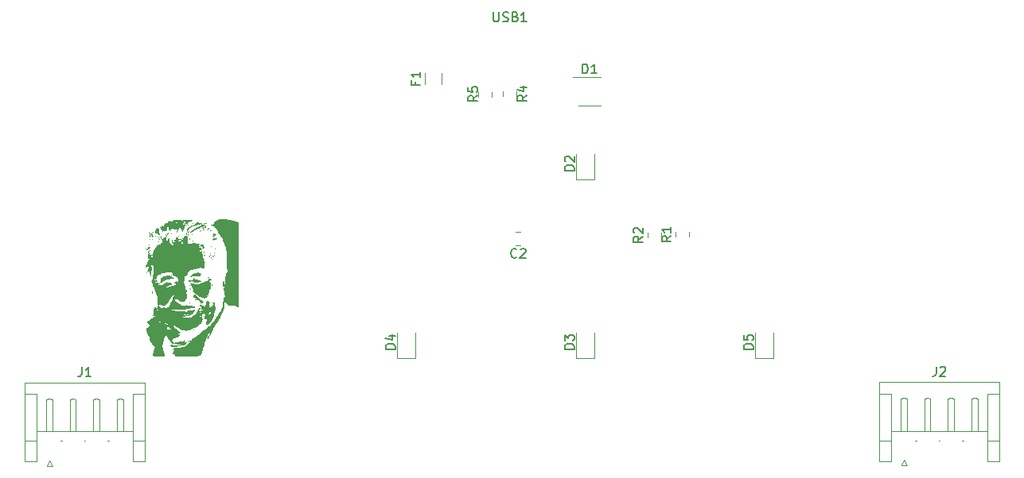
<source format=gto>
G04 #@! TF.GenerationSoftware,KiCad,Pcbnew,(5.1.5)-3*
G04 #@! TF.CreationDate,2020-03-25T17:20:55+01:00*
G04 #@! TF.ProjectId,4Keys,344b6579-732e-46b6-9963-61645f706362,rev?*
G04 #@! TF.SameCoordinates,Original*
G04 #@! TF.FileFunction,Legend,Top*
G04 #@! TF.FilePolarity,Positive*
%FSLAX46Y46*%
G04 Gerber Fmt 4.6, Leading zero omitted, Abs format (unit mm)*
G04 Created by KiCad (PCBNEW (5.1.5)-3) date 2020-03-25 17:20:55*
%MOMM*%
%LPD*%
G04 APERTURE LIST*
%ADD10C,0.100000*%
%ADD11C,0.120000*%
%ADD12C,0.150000*%
%ADD13O,1.802000X2.052000*%
%ADD14C,1.852000*%
%ADD15C,3.102000*%
%ADD16C,4.089800*%
%ADD17R,0.702000X2.102000*%
%ADD18R,0.402000X2.102000*%
%ADD19C,0.752000*%
%ADD20R,1.502000X1.102000*%
%ADD21R,1.502000X1.302000*%
G04 APERTURE END LIST*
D10*
G36*
X155247843Y-50363252D02*
G01*
X155418660Y-50394796D01*
X155544379Y-50422440D01*
X155747511Y-50467285D01*
X155935641Y-50507085D01*
X156078619Y-50535525D01*
X156117815Y-50542540D01*
X156251938Y-50575568D01*
X156419662Y-50630753D01*
X156512576Y-50666636D01*
X156749432Y-50764401D01*
X156749432Y-59819807D01*
X156548592Y-59702107D01*
X156430163Y-59640059D01*
X156319462Y-59605847D01*
X156183379Y-59592963D01*
X156001352Y-59594522D01*
X155654951Y-59604636D01*
X155491623Y-59383233D01*
X155328295Y-59161829D01*
X155302425Y-59477637D01*
X155284320Y-59654899D01*
X155262210Y-59810387D01*
X155241944Y-59906234D01*
X155155991Y-60155001D01*
X155048933Y-60418209D01*
X154931961Y-60671890D01*
X154816267Y-60892082D01*
X154713043Y-61054817D01*
X154694170Y-61079236D01*
X154644854Y-61153539D01*
X154571641Y-61278963D01*
X154502401Y-61405895D01*
X154430476Y-61528516D01*
X154373226Y-61601476D01*
X154342995Y-61609063D01*
X154342934Y-61608915D01*
X154323290Y-61595266D01*
X154316759Y-61633787D01*
X154284591Y-61726443D01*
X154227944Y-61806134D01*
X154162512Y-61906973D01*
X154102100Y-62048358D01*
X154086963Y-62096679D01*
X154043860Y-62212980D01*
X154000944Y-62267514D01*
X153984785Y-62267005D01*
X153959922Y-62267579D01*
X153969478Y-62288691D01*
X153966914Y-62360870D01*
X153916190Y-62494706D01*
X153822609Y-62679169D01*
X153691473Y-62903230D01*
X153618296Y-63019200D01*
X153523959Y-63159191D01*
X153472763Y-63220928D01*
X153465173Y-63205659D01*
X153501655Y-63114630D01*
X153582675Y-62949089D01*
X153588148Y-62938400D01*
X153671569Y-62767475D01*
X153755013Y-62582526D01*
X153830751Y-62402631D01*
X153891053Y-62246864D01*
X153928192Y-62134303D01*
X153934439Y-62084023D01*
X153934339Y-62083919D01*
X153907188Y-62111372D01*
X153853973Y-62200577D01*
X153793346Y-62317964D01*
X153721260Y-62455269D01*
X153658325Y-62557833D01*
X153623773Y-62598448D01*
X153599132Y-62597947D01*
X153609600Y-62575017D01*
X153623214Y-62528070D01*
X153614683Y-62522930D01*
X153574841Y-62563002D01*
X153515513Y-62671006D01*
X153443720Y-62828622D01*
X153366483Y-63017533D01*
X153290822Y-63219421D01*
X153223758Y-63415966D01*
X153172313Y-63588851D01*
X153143506Y-63719758D01*
X153139781Y-63762042D01*
X153122809Y-63857630D01*
X153077045Y-64013514D01*
X153009687Y-64207246D01*
X152936762Y-64394909D01*
X152857348Y-64593958D01*
X152792544Y-64765243D01*
X152749205Y-64890027D01*
X152734156Y-64948665D01*
X152716820Y-64965563D01*
X152659507Y-64978905D01*
X152554262Y-64989004D01*
X152393132Y-64996174D01*
X152168161Y-65000728D01*
X151871394Y-65002982D01*
X151494877Y-65003249D01*
X151358135Y-65002971D01*
X149982114Y-64999478D01*
X149982114Y-64896332D01*
X149940358Y-64791416D01*
X149869325Y-64741797D01*
X149777471Y-64677727D01*
X149769314Y-64601331D01*
X149845090Y-64503676D01*
X149873755Y-64477933D01*
X150177614Y-64477933D01*
X150183807Y-64504754D01*
X150207691Y-64508010D01*
X150244826Y-64491503D01*
X150237768Y-64477933D01*
X150184227Y-64472534D01*
X150177614Y-64477933D01*
X149873755Y-64477933D01*
X149876342Y-64475610D01*
X149951408Y-64407243D01*
X149960677Y-64378653D01*
X149908354Y-64372679D01*
X149901563Y-64372664D01*
X149807481Y-64354158D01*
X149784172Y-64312208D01*
X149839419Y-64267167D01*
X149858554Y-64260222D01*
X149923944Y-64233557D01*
X149906931Y-64214491D01*
X149880604Y-64206670D01*
X149802499Y-64174231D01*
X149805935Y-64144222D01*
X149882229Y-64120047D01*
X150022696Y-64105113D01*
X150147601Y-64101971D01*
X150370710Y-64094415D01*
X150608899Y-64074718D01*
X150789707Y-64050398D01*
X150970895Y-64010912D01*
X151093169Y-63959951D01*
X151187806Y-63883266D01*
X151210588Y-63858657D01*
X151291319Y-63768927D01*
X151356522Y-63701059D01*
X151385622Y-63673374D01*
X152914618Y-63673374D01*
X152937176Y-63695932D01*
X152959734Y-63673374D01*
X152937176Y-63650817D01*
X152914618Y-63673374D01*
X151385622Y-63673374D01*
X151434472Y-63626900D01*
X151457681Y-63605701D01*
X153004849Y-63605701D01*
X153021356Y-63642836D01*
X153034926Y-63635778D01*
X153040326Y-63582237D01*
X153034926Y-63575624D01*
X153008105Y-63581817D01*
X153004849Y-63605701D01*
X151457681Y-63605701D01*
X151541878Y-63528800D01*
X151582043Y-63485393D01*
X152072463Y-63485393D01*
X152078656Y-63512214D01*
X152102540Y-63515470D01*
X152139675Y-63498963D01*
X152132617Y-63485393D01*
X152079076Y-63479994D01*
X152072463Y-63485393D01*
X151582043Y-63485393D01*
X151626695Y-63437137D01*
X151647065Y-63381586D01*
X151602978Y-63372415D01*
X151542029Y-63395106D01*
X151477257Y-63441139D01*
X151479172Y-63475453D01*
X151501725Y-63512978D01*
X151461176Y-63539261D01*
X151384647Y-63541937D01*
X151350928Y-63533919D01*
X151297182Y-63520603D01*
X151323030Y-63546495D01*
X151335577Y-63555639D01*
X151367562Y-63589992D01*
X151324740Y-63603518D01*
X151274356Y-63605010D01*
X151184884Y-63616862D01*
X151167367Y-63658956D01*
X151173358Y-63678398D01*
X151176850Y-63730130D01*
X151133069Y-63724929D01*
X151074569Y-63721866D01*
X151064885Y-63738498D01*
X151023309Y-63782735D01*
X150907367Y-63805051D01*
X150730241Y-63805372D01*
X150505108Y-63783628D01*
X150260769Y-63742864D01*
X150059290Y-63704472D01*
X149885253Y-63673929D01*
X149761229Y-63655050D01*
X149716241Y-63650817D01*
X149634948Y-63620113D01*
X149591859Y-63583144D01*
X150703961Y-63583144D01*
X150726519Y-63605701D01*
X150749076Y-63583144D01*
X150726519Y-63560586D01*
X150703961Y-63583144D01*
X149591859Y-63583144D01*
X149549378Y-63546698D01*
X149484236Y-63458614D01*
X149464227Y-63383903D01*
X149469255Y-63370467D01*
X149468963Y-63338708D01*
X149424528Y-63348884D01*
X149373450Y-63358870D01*
X149383129Y-63314147D01*
X149395613Y-63289893D01*
X149420673Y-63226719D01*
X149389409Y-63222386D01*
X149380328Y-63225672D01*
X149326642Y-63204844D01*
X149261723Y-63101935D01*
X149214862Y-62995930D01*
X149163686Y-62881191D01*
X150117460Y-62881191D01*
X150150210Y-62927133D01*
X150162576Y-62928969D01*
X150206518Y-62913577D01*
X150207691Y-62909074D01*
X150176077Y-62870556D01*
X150162576Y-62861296D01*
X150121002Y-62864873D01*
X150117460Y-62881191D01*
X149163686Y-62881191D01*
X149157697Y-62867765D01*
X149108788Y-62801231D01*
X149060385Y-62801134D01*
X149004738Y-62872279D01*
X148934100Y-63019472D01*
X148851054Y-63221560D01*
X148732151Y-63597908D01*
X148690614Y-63950012D01*
X148725896Y-64299139D01*
X148815420Y-64608190D01*
X148874546Y-64772576D01*
X148919417Y-64901859D01*
X148942736Y-64974840D01*
X148944458Y-64983022D01*
X148901943Y-64990420D01*
X148784794Y-64996698D01*
X148608606Y-65001367D01*
X148388974Y-65003936D01*
X148267727Y-65004280D01*
X148032222Y-65002403D01*
X147832362Y-64997232D01*
X147683741Y-64989453D01*
X147601953Y-64979757D01*
X147590995Y-64974404D01*
X147604770Y-64922040D01*
X147642107Y-64803047D01*
X147697019Y-64636052D01*
X147752295Y-64472460D01*
X147913595Y-64000392D01*
X147745848Y-63862122D01*
X147552780Y-63667148D01*
X147410462Y-63450131D01*
X147331787Y-63233381D01*
X147320302Y-63125819D01*
X147309290Y-63000200D01*
X147281709Y-62916015D01*
X147269578Y-62902946D01*
X147215934Y-62837668D01*
X147161726Y-62737721D01*
X150227258Y-62737721D01*
X150271605Y-62744946D01*
X150330120Y-62736651D01*
X150330819Y-62721250D01*
X150270437Y-62710481D01*
X150244347Y-62717689D01*
X150227258Y-62737721D01*
X147161726Y-62737721D01*
X147148116Y-62712629D01*
X147077368Y-62554643D01*
X147022398Y-62410142D01*
X150252807Y-62410142D01*
X150275364Y-62432700D01*
X150297922Y-62410142D01*
X150275364Y-62387584D01*
X150252807Y-62410142D01*
X147022398Y-62410142D01*
X147014935Y-62390525D01*
X147005065Y-62357507D01*
X149726460Y-62357507D01*
X149732653Y-62384328D01*
X149756537Y-62387584D01*
X149793672Y-62371077D01*
X149786613Y-62357507D01*
X149733072Y-62352108D01*
X149726460Y-62357507D01*
X147005065Y-62357507D01*
X146972058Y-62247092D01*
X146959378Y-62163127D01*
X147001911Y-62009742D01*
X147020334Y-61984295D01*
X149156244Y-61984295D01*
X149163946Y-62071175D01*
X149229934Y-62117779D01*
X149360546Y-62148102D01*
X149480958Y-62138696D01*
X149558253Y-62093647D01*
X149567473Y-62075866D01*
X149560344Y-62032070D01*
X149520021Y-62038516D01*
X149461099Y-62026718D01*
X149404186Y-61939092D01*
X149485844Y-61939092D01*
X149520255Y-61980330D01*
X149530959Y-61981545D01*
X149570553Y-61944823D01*
X149576075Y-61911209D01*
X149554203Y-61864512D01*
X149530959Y-61868756D01*
X149487565Y-61926435D01*
X149485844Y-61939092D01*
X149404186Y-61939092D01*
X149403155Y-61937505D01*
X149382148Y-61887801D01*
X149329365Y-61784982D01*
X149275358Y-61721938D01*
X149235718Y-61708031D01*
X149226033Y-61752619D01*
X149237709Y-61801083D01*
X149243618Y-61872511D01*
X149223453Y-61891314D01*
X149179177Y-61928988D01*
X149156244Y-61984295D01*
X147020334Y-61984295D01*
X147112053Y-61857607D01*
X147264728Y-61688295D01*
X147204138Y-61600061D01*
X148420911Y-61600061D01*
X148428073Y-61669666D01*
X148428602Y-61670544D01*
X148474301Y-61696655D01*
X148513992Y-61655807D01*
X148525948Y-61574618D01*
X148507411Y-61501638D01*
X148500448Y-61495603D01*
X148925289Y-61495603D01*
X148941702Y-61528931D01*
X148977244Y-61557050D01*
X149071321Y-61602795D01*
X149171354Y-61617705D01*
X149243822Y-61600217D01*
X149260267Y-61570244D01*
X149224560Y-61539226D01*
X149170036Y-61543463D01*
X149095059Y-61540426D01*
X149079805Y-61507833D01*
X149045304Y-61467686D01*
X148988523Y-61472478D01*
X148925289Y-61495603D01*
X148500448Y-61495603D01*
X148488530Y-61485275D01*
X148446374Y-61522180D01*
X148420911Y-61600061D01*
X147204138Y-61600061D01*
X147157169Y-61531664D01*
X147089851Y-61422584D01*
X147085865Y-61413842D01*
X148271288Y-61413842D01*
X148279583Y-61472358D01*
X148294984Y-61473056D01*
X148305754Y-61412674D01*
X148298546Y-61386585D01*
X148278513Y-61369496D01*
X148271288Y-61413842D01*
X147085865Y-61413842D01*
X147052374Y-61340400D01*
X147049609Y-61325149D01*
X147085951Y-61284014D01*
X147185321Y-61207096D01*
X147203265Y-61194686D01*
X148336761Y-61194686D01*
X148346915Y-61282255D01*
X148383079Y-61375584D01*
X148433959Y-61388822D01*
X148470960Y-61349583D01*
X148469262Y-61327371D01*
X148899343Y-61327371D01*
X148921901Y-61349929D01*
X148944458Y-61327371D01*
X148921901Y-61304813D01*
X148899343Y-61327371D01*
X148469262Y-61327371D01*
X148466056Y-61285443D01*
X148458502Y-61274736D01*
X148688804Y-61274736D01*
X148694997Y-61301557D01*
X148718881Y-61304813D01*
X148756016Y-61288306D01*
X148748958Y-61274736D01*
X148695417Y-61269337D01*
X148688804Y-61274736D01*
X148458502Y-61274736D01*
X148431730Y-61236794D01*
X148361431Y-61177483D01*
X148336761Y-61194686D01*
X147203265Y-61194686D01*
X147333235Y-61104802D01*
X147442817Y-61034186D01*
X148683832Y-61034186D01*
X148699989Y-61095077D01*
X148743373Y-61145057D01*
X148770915Y-61142633D01*
X148783501Y-61091525D01*
X148759758Y-61051571D01*
X148702007Y-61004144D01*
X148683832Y-61034186D01*
X147442817Y-61034186D01*
X147515208Y-60987537D01*
X147546969Y-60967802D01*
X147777868Y-60822327D01*
X147930878Y-60719336D01*
X148007161Y-60657810D01*
X148007878Y-60636731D01*
X147934194Y-60655082D01*
X147882722Y-60673776D01*
X147763613Y-60701932D01*
X147680555Y-60690944D01*
X147654174Y-60646204D01*
X147665895Y-60617121D01*
X147700225Y-60536603D01*
X147703780Y-60515293D01*
X147706178Y-60491861D01*
X148315749Y-60491861D01*
X148329407Y-60555613D01*
X148384123Y-60667576D01*
X148391794Y-60680803D01*
X148448826Y-60761535D01*
X148479807Y-60761550D01*
X148485326Y-60744192D01*
X148469326Y-60662035D01*
X148423904Y-60582966D01*
X150952096Y-60582966D01*
X150969725Y-60614918D01*
X151057501Y-60628060D01*
X151062222Y-60628081D01*
X151158398Y-60615246D01*
X151200177Y-60584236D01*
X151200231Y-60582966D01*
X151267904Y-60582966D01*
X151281350Y-60618810D01*
X151330252Y-60628081D01*
X151417725Y-60607949D01*
X151448366Y-60582966D01*
X151434921Y-60547122D01*
X151386018Y-60537850D01*
X151298545Y-60557983D01*
X151267904Y-60582966D01*
X151200231Y-60582966D01*
X151161705Y-60548757D01*
X151090105Y-60537850D01*
X150994578Y-60554485D01*
X150952096Y-60582966D01*
X148423904Y-60582966D01*
X148410630Y-60559861D01*
X148406374Y-60554358D01*
X148341840Y-60487663D01*
X148315749Y-60491861D01*
X147706178Y-60491861D01*
X147715639Y-60399445D01*
X147738884Y-60244435D01*
X147769048Y-60073334D01*
X147801662Y-59909212D01*
X147832259Y-59775140D01*
X147856369Y-59694188D01*
X147865430Y-59680657D01*
X147899254Y-59718551D01*
X147959075Y-59819358D01*
X148033739Y-59963762D01*
X148058240Y-60014540D01*
X148137572Y-60173397D01*
X148207818Y-60299398D01*
X148256664Y-60370868D01*
X148264782Y-60378126D01*
X148306843Y-60389804D01*
X148299952Y-60338727D01*
X148247659Y-60226857D01*
X148194133Y-60088050D01*
X148158275Y-59927361D01*
X148142875Y-59772007D01*
X148150724Y-59649205D01*
X148182127Y-59587564D01*
X148218693Y-59547876D01*
X148204620Y-59530358D01*
X148312842Y-59530358D01*
X148340409Y-59593985D01*
X148409870Y-59679911D01*
X148501368Y-59770311D01*
X148595046Y-59847361D01*
X148671044Y-59893238D01*
X148709507Y-59890117D01*
X148710376Y-59887177D01*
X148761392Y-59821718D01*
X148800607Y-59805171D01*
X148893005Y-59810185D01*
X149014358Y-59844542D01*
X149023410Y-59848118D01*
X149127199Y-59878781D01*
X149169729Y-59865135D01*
X149170036Y-59861724D01*
X149170525Y-59861119D01*
X149936998Y-59861119D01*
X149953505Y-59898254D01*
X149967075Y-59891196D01*
X149972475Y-59837654D01*
X149967075Y-59831042D01*
X149940254Y-59837235D01*
X149936998Y-59861119D01*
X149170525Y-59861119D01*
X149205133Y-59818379D01*
X149221456Y-59816003D01*
X149287895Y-59783806D01*
X149334356Y-59737051D01*
X149379117Y-59682944D01*
X149380538Y-59700773D01*
X149368339Y-59737051D01*
X149366043Y-59801968D01*
X149387798Y-59816003D01*
X149415948Y-59778539D01*
X149414401Y-59703768D01*
X149426638Y-59591509D01*
X149489484Y-59414959D01*
X149575293Y-59231058D01*
X149656416Y-59063665D01*
X149718850Y-58923335D01*
X149753108Y-58831902D01*
X149756814Y-58813186D01*
X149776932Y-58736000D01*
X149825329Y-58627127D01*
X149828836Y-58620444D01*
X149893366Y-58488098D01*
X149942143Y-58372309D01*
X149959184Y-58314116D01*
X149940705Y-58314108D01*
X149877182Y-58376671D01*
X149836205Y-58421099D01*
X149722684Y-58562437D01*
X149620841Y-58716324D01*
X149598553Y-58756554D01*
X149522549Y-58886766D01*
X149446068Y-58993599D01*
X149429449Y-59012293D01*
X149368328Y-59098212D01*
X149350497Y-59155282D01*
X149317188Y-59230554D01*
X149231959Y-59336446D01*
X149116857Y-59451901D01*
X148993932Y-59555864D01*
X148885232Y-59627279D01*
X148837137Y-59645538D01*
X148750749Y-59649662D01*
X148718881Y-59629285D01*
X148682694Y-59593906D01*
X148657292Y-59590426D01*
X148580434Y-59564244D01*
X148482872Y-59501673D01*
X148381824Y-59443098D01*
X148325823Y-59462339D01*
X148312842Y-59530358D01*
X148204620Y-59530358D01*
X148179865Y-59499545D01*
X148168526Y-59490698D01*
X148130777Y-59450037D01*
X148112952Y-59387528D01*
X148113118Y-59303191D01*
X148222611Y-59303191D01*
X148244855Y-59369343D01*
X148289428Y-59395110D01*
X148306075Y-59386655D01*
X148299848Y-59340304D01*
X148275998Y-59309958D01*
X148230576Y-59284525D01*
X148222611Y-59303191D01*
X148113118Y-59303191D01*
X148113161Y-59281661D01*
X148129511Y-59110927D01*
X148132681Y-59083216D01*
X148147536Y-58831959D01*
X148131839Y-58623465D01*
X148087774Y-58474363D01*
X148045258Y-58417424D01*
X148017675Y-58362883D01*
X147979252Y-58251708D01*
X147939311Y-58115213D01*
X147907176Y-57984714D01*
X147893637Y-57908183D01*
X147850145Y-57814836D01*
X147816572Y-57784115D01*
X147771584Y-57742472D01*
X147807488Y-57702323D01*
X147816572Y-57696268D01*
X147856914Y-57661086D01*
X147813268Y-57651338D01*
X147801069Y-57651152D01*
X147723287Y-57612606D01*
X147694431Y-57560738D01*
X147660134Y-57498923D01*
X147631660Y-57495308D01*
X147611881Y-57475359D01*
X147617542Y-57393860D01*
X147618777Y-57387483D01*
X147623991Y-57285069D01*
X147599775Y-57227291D01*
X147573743Y-57166947D01*
X147577023Y-57131634D01*
X147636110Y-57131634D01*
X147658668Y-57154192D01*
X147681226Y-57131634D01*
X147658668Y-57109076D01*
X147636110Y-57131634D01*
X147577023Y-57131634D01*
X147579779Y-57101976D01*
X147582400Y-57077792D01*
X147874937Y-57077792D01*
X147892440Y-57109315D01*
X147968839Y-57149037D01*
X148093664Y-57178246D01*
X148134176Y-57183041D01*
X148261591Y-57199342D01*
X148349914Y-57219341D01*
X148363573Y-57225335D01*
X148392862Y-57269360D01*
X148354498Y-57304495D01*
X148270884Y-57316197D01*
X148231125Y-57311323D01*
X148109822Y-57287662D01*
X148222611Y-57339123D01*
X148352449Y-57398848D01*
X148439844Y-57439485D01*
X148540287Y-57463953D01*
X148575190Y-57443006D01*
X148633664Y-57395445D01*
X148738755Y-57335734D01*
X148763997Y-57323501D01*
X148894321Y-57242109D01*
X149000157Y-57143183D01*
X149007172Y-57134111D01*
X149009386Y-57131634D01*
X149079805Y-57131634D01*
X149102362Y-57154192D01*
X149124920Y-57131634D01*
X149102362Y-57109076D01*
X149079805Y-57131634D01*
X149009386Y-57131634D01*
X149090566Y-57040812D01*
X149147930Y-57028865D01*
X149188604Y-57096614D01*
X149190228Y-57101623D01*
X149222097Y-57151784D01*
X149291395Y-57171161D01*
X149423207Y-57166474D01*
X149430124Y-57165881D01*
X149556575Y-57165750D01*
X149601154Y-57188539D01*
X149560895Y-57225752D01*
X149463286Y-57260847D01*
X149443667Y-57271446D01*
X149501175Y-57268274D01*
X149542238Y-57263182D01*
X149650297Y-57258339D01*
X149708288Y-57274731D01*
X149711421Y-57282353D01*
X149672693Y-57328083D01*
X149573988Y-57387706D01*
X149441525Y-57448433D01*
X149301521Y-57497473D01*
X149237709Y-57513444D01*
X149147658Y-57545042D01*
X149115893Y-57583083D01*
X149116304Y-57584638D01*
X149090022Y-57628003D01*
X149026073Y-57657243D01*
X148957943Y-57679283D01*
X148974213Y-57688502D01*
X149013695Y-57691080D01*
X149104951Y-57678965D01*
X149245314Y-57642982D01*
X149362213Y-57605346D01*
X149506080Y-57557150D01*
X149571892Y-57537673D01*
X150252807Y-57537673D01*
X150275364Y-57560231D01*
X150297922Y-57537673D01*
X150275364Y-57515115D01*
X150252807Y-57537673D01*
X149571892Y-57537673D01*
X149616705Y-57524411D01*
X149662242Y-57515115D01*
X149735010Y-57500264D01*
X149809994Y-57475405D01*
X149906059Y-57443974D01*
X149954512Y-57434142D01*
X150011700Y-57397171D01*
X150060848Y-57321665D01*
X150071654Y-57278259D01*
X150035645Y-57248219D01*
X150004672Y-57244422D01*
X149944899Y-57219096D01*
X149944918Y-57163576D01*
X149997926Y-57108552D01*
X150038508Y-57091781D01*
X150106085Y-57064695D01*
X150093126Y-57030862D01*
X150072345Y-57014590D01*
X150032534Y-56980430D01*
X150071550Y-56987018D01*
X150087313Y-56992032D01*
X150177638Y-57014896D01*
X150211381Y-57018845D01*
X150248150Y-57055442D01*
X150252807Y-57086518D01*
X150288920Y-57146331D01*
X150320480Y-57154192D01*
X150360830Y-57152210D01*
X150380368Y-57134274D01*
X150378599Y-57082396D01*
X150355027Y-56978586D01*
X150311045Y-56811952D01*
X150267559Y-56657469D01*
X150230805Y-56570868D01*
X150185489Y-56532529D01*
X150116318Y-56522833D01*
X150085468Y-56522575D01*
X149984908Y-56510578D01*
X149937537Y-56481307D01*
X149936998Y-56477460D01*
X149911577Y-56437780D01*
X149903162Y-56437687D01*
X149807415Y-56434091D01*
X149776526Y-56373299D01*
X149784111Y-56305750D01*
X149787157Y-56206767D01*
X149846767Y-56206767D01*
X149863274Y-56243902D01*
X149876844Y-56236844D01*
X149879877Y-56206767D01*
X151245346Y-56206767D01*
X151261854Y-56243902D01*
X151275423Y-56236844D01*
X151280823Y-56183302D01*
X151275423Y-56176690D01*
X151248602Y-56182883D01*
X151245346Y-56206767D01*
X149879877Y-56206767D01*
X149882244Y-56183302D01*
X149876844Y-56176690D01*
X149850023Y-56182883D01*
X149846767Y-56206767D01*
X149787157Y-56206767D01*
X149787362Y-56200122D01*
X149742269Y-56126177D01*
X149640012Y-56081088D01*
X149471771Y-56062028D01*
X149228725Y-56066170D01*
X149069184Y-56076605D01*
X148965249Y-56093249D01*
X148947154Y-56119954D01*
X148956395Y-56128014D01*
X148953219Y-56148917D01*
X148872357Y-56155645D01*
X148802139Y-56152827D01*
X148683925Y-56151194D01*
X148618198Y-56162419D01*
X148613061Y-56172930D01*
X148600036Y-56204657D01*
X148584018Y-56206767D01*
X148515753Y-56225183D01*
X148401818Y-56271639D01*
X148347195Y-56297051D01*
X148222872Y-56349311D01*
X148152112Y-56355228D01*
X148120841Y-56330887D01*
X148099112Y-56316899D01*
X148109907Y-56375950D01*
X148114448Y-56458327D01*
X148085478Y-56477460D01*
X148052396Y-56510033D01*
X148057910Y-56543688D01*
X148057341Y-56616339D01*
X148040013Y-56636684D01*
X148015552Y-56698148D01*
X148032911Y-56800017D01*
X148082312Y-56908677D01*
X148139594Y-56979022D01*
X148207459Y-57048080D01*
X148204782Y-57081835D01*
X148124908Y-57086254D01*
X148030870Y-57076525D01*
X147915313Y-57066476D01*
X147874937Y-57077792D01*
X147582400Y-57077792D01*
X147587035Y-57035036D01*
X147549485Y-57039236D01*
X147545319Y-57041749D01*
X147505100Y-57052042D01*
X147515655Y-56999999D01*
X147541726Y-56910204D01*
X147545879Y-56877146D01*
X147570234Y-56849845D01*
X147579716Y-56853917D01*
X147599200Y-56825088D01*
X147614455Y-56728913D01*
X147620699Y-56624940D01*
X147622719Y-56601720D01*
X147771457Y-56601720D01*
X147793542Y-56675561D01*
X147847188Y-56779914D01*
X147913476Y-56884059D01*
X147973491Y-56957273D01*
X148000523Y-56973730D01*
X148012539Y-56938712D01*
X147987019Y-56854012D01*
X147985111Y-56849662D01*
X147929448Y-56746830D01*
X147864605Y-56656167D01*
X147807291Y-56597065D01*
X147774215Y-56588914D01*
X147771457Y-56601720D01*
X147622719Y-56601720D01*
X147631570Y-56500017D01*
X147726341Y-56500017D01*
X147748899Y-56522575D01*
X147906803Y-56522575D01*
X147923310Y-56559710D01*
X147936880Y-56552652D01*
X147942279Y-56499111D01*
X147936880Y-56492498D01*
X147910059Y-56498691D01*
X147906803Y-56522575D01*
X147748899Y-56522575D01*
X147771457Y-56500017D01*
X147748899Y-56477460D01*
X147726341Y-56500017D01*
X147631570Y-56500017D01*
X147633179Y-56481537D01*
X147657731Y-56377235D01*
X147678648Y-56343706D01*
X147698331Y-56290140D01*
X147711783Y-56172767D01*
X147719128Y-56014232D01*
X147720492Y-55837175D01*
X147715999Y-55664241D01*
X147705774Y-55518071D01*
X147689942Y-55421310D01*
X147673419Y-55394689D01*
X147643689Y-55356613D01*
X147636110Y-55298934D01*
X147627289Y-55233167D01*
X147585595Y-55245076D01*
X147559777Y-55265097D01*
X147506670Y-55303637D01*
X147510082Y-55280386D01*
X147521524Y-55259342D01*
X147584351Y-55164809D01*
X147616198Y-55123996D01*
X147648944Y-55056130D01*
X147618257Y-55011208D01*
X153049965Y-55011208D01*
X153072522Y-55033765D01*
X153095080Y-55011208D01*
X153072522Y-54988650D01*
X153049965Y-55011208D01*
X147618257Y-55011208D01*
X147609336Y-54998150D01*
X147560662Y-54967599D01*
X147546206Y-55014020D01*
X147545879Y-55034952D01*
X147527331Y-55152072D01*
X147507005Y-55205914D01*
X147468899Y-55305607D01*
X147438712Y-55417247D01*
X147424274Y-55500271D01*
X147436998Y-55504012D01*
X147457155Y-55473848D01*
X147507048Y-55421919D01*
X147564319Y-55449717D01*
X147566038Y-55451290D01*
X147601174Y-55523111D01*
X147582586Y-55561896D01*
X147559031Y-55636437D01*
X147567465Y-55663809D01*
X147580534Y-55734357D01*
X147562267Y-55814163D01*
X147525572Y-55865849D01*
X147497516Y-55866394D01*
X147473163Y-55857491D01*
X147457623Y-55877261D01*
X147448904Y-55940871D01*
X147445014Y-56063486D01*
X147443964Y-56260273D01*
X147443948Y-56274440D01*
X147441333Y-56407703D01*
X147434695Y-56475974D01*
X147425348Y-56467873D01*
X147423088Y-56454902D01*
X147394001Y-56339355D01*
X147357698Y-56265326D01*
X147334323Y-56183117D01*
X147343799Y-56107422D01*
X147361988Y-56036781D01*
X147343155Y-56046330D01*
X147310933Y-56087297D01*
X147269542Y-56134190D01*
X147256721Y-56114890D01*
X147264969Y-56017920D01*
X147265063Y-56017116D01*
X147258286Y-55878648D01*
X147202765Y-55798220D01*
X147152040Y-55765607D01*
X147156351Y-55789370D01*
X147158166Y-55864396D01*
X147119896Y-55946034D01*
X147069081Y-56002826D01*
X147051357Y-55987440D01*
X147065687Y-55911225D01*
X147111035Y-55785532D01*
X147133800Y-55733055D01*
X147455648Y-55733055D01*
X147478206Y-55755612D01*
X147500764Y-55733055D01*
X147478206Y-55710497D01*
X147455648Y-55733055D01*
X147133800Y-55733055D01*
X147140831Y-55716849D01*
X147173794Y-55642824D01*
X147329097Y-55642824D01*
X147333974Y-55719873D01*
X147348097Y-55726657D01*
X147349895Y-55722635D01*
X147358820Y-55633072D01*
X147351567Y-55587288D01*
X147337206Y-55568890D01*
X147329395Y-55628814D01*
X147329097Y-55642824D01*
X147173794Y-55642824D01*
X147199705Y-55584636D01*
X147223750Y-55515962D01*
X147215718Y-55492337D01*
X147178361Y-55495268D01*
X147173677Y-55496199D01*
X147133545Y-55468872D01*
X147131541Y-55394689D01*
X147132787Y-55372131D01*
X147230071Y-55372131D01*
X147252629Y-55394689D01*
X147275187Y-55372131D01*
X147252629Y-55349573D01*
X147230071Y-55372131D01*
X147132787Y-55372131D01*
X147134821Y-55335323D01*
X147114822Y-55328377D01*
X147058510Y-55379590D01*
X146984915Y-55459279D01*
X146896928Y-55546841D01*
X146838491Y-55586896D01*
X146824032Y-55579028D01*
X146847602Y-55495964D01*
X146906856Y-55372540D01*
X146984615Y-55241516D01*
X147045074Y-55157556D01*
X147075766Y-55101438D01*
X147230071Y-55101438D01*
X147252629Y-55123996D01*
X147275187Y-55101438D01*
X147252629Y-55078881D01*
X147230071Y-55101438D01*
X147075766Y-55101438D01*
X147084720Y-55085067D01*
X147081434Y-55050552D01*
X147084691Y-54998427D01*
X147122547Y-54893730D01*
X147164422Y-54804193D01*
X147234873Y-54661487D01*
X147267448Y-54580991D01*
X147266965Y-54545421D01*
X147238780Y-54537495D01*
X147197388Y-54574458D01*
X147150249Y-54661563D01*
X147121206Y-54719710D01*
X147117847Y-54700750D01*
X147120131Y-54690079D01*
X147121471Y-54572676D01*
X147100706Y-54485554D01*
X147096418Y-54424707D01*
X147184956Y-54424707D01*
X147207513Y-54447264D01*
X147230071Y-54424707D01*
X147207513Y-54402149D01*
X147184956Y-54424707D01*
X147096418Y-54424707D01*
X147093803Y-54387616D01*
X147105574Y-54334476D01*
X147139840Y-54334476D01*
X147162398Y-54357033D01*
X147184956Y-54334476D01*
X147230071Y-54334476D01*
X147252629Y-54357033D01*
X147275187Y-54334476D01*
X147252629Y-54311918D01*
X147230071Y-54334476D01*
X147184956Y-54334476D01*
X147162398Y-54311918D01*
X147139840Y-54334476D01*
X147105574Y-54334476D01*
X147121843Y-54261031D01*
X147173095Y-54133444D01*
X147235822Y-54032497D01*
X147298292Y-53985836D01*
X147312768Y-53985949D01*
X147351024Y-53973785D01*
X147345477Y-53955230D01*
X147351860Y-53897131D01*
X147371223Y-53879733D01*
X147399651Y-53873595D01*
X147404711Y-53913236D01*
X147385037Y-54012214D01*
X147341356Y-54176572D01*
X147310010Y-54289360D01*
X147410533Y-54289360D01*
X147433091Y-54311918D01*
X147455648Y-54289360D01*
X147433091Y-54266803D01*
X147410533Y-54289360D01*
X147310010Y-54289360D01*
X147376984Y-54199129D01*
X147455648Y-54199129D01*
X147478206Y-54221687D01*
X147500764Y-54199129D01*
X147478206Y-54176572D01*
X147455648Y-54199129D01*
X147376984Y-54199129D01*
X147385916Y-54187096D01*
X147460334Y-54114563D01*
X147508790Y-54124507D01*
X147526345Y-54211657D01*
X147516037Y-54325920D01*
X147500546Y-54440881D01*
X147507725Y-54482757D01*
X147543351Y-54467098D01*
X147562738Y-54451622D01*
X147617545Y-54362851D01*
X147616244Y-54242126D01*
X147619535Y-54191610D01*
X152704079Y-54191610D01*
X152710272Y-54218431D01*
X152734156Y-54221687D01*
X152771292Y-54205180D01*
X152764233Y-54191610D01*
X152710692Y-54186211D01*
X152704079Y-54191610D01*
X147619535Y-54191610D01*
X147627111Y-54075333D01*
X147673446Y-53989633D01*
X147737283Y-53865356D01*
X147752677Y-53799106D01*
X152463464Y-53799106D01*
X152485707Y-53865258D01*
X152530281Y-53891025D01*
X152546927Y-53882569D01*
X152540701Y-53836219D01*
X152516850Y-53805873D01*
X152471429Y-53780439D01*
X152463464Y-53799106D01*
X147752677Y-53799106D01*
X147762286Y-53757758D01*
X147785318Y-53644648D01*
X147819586Y-53577296D01*
X147870611Y-53505482D01*
X147940749Y-53390247D01*
X147968028Y-53341936D01*
X150884423Y-53341936D01*
X150906981Y-53364493D01*
X150929538Y-53341936D01*
X150906981Y-53319378D01*
X150884423Y-53341936D01*
X147968028Y-53341936D01*
X148041272Y-53233444D01*
X148070203Y-53206589D01*
X149846767Y-53206589D01*
X149869325Y-53229147D01*
X149891883Y-53206589D01*
X149869325Y-53184032D01*
X149846767Y-53206589D01*
X148070203Y-53206589D01*
X148110591Y-53169100D01*
X148133816Y-53161474D01*
X148211416Y-53138333D01*
X148228152Y-53122979D01*
X148284043Y-53111778D01*
X148351205Y-53135302D01*
X148418385Y-53164012D01*
X148426874Y-53138105D01*
X148419592Y-53116891D01*
X148417453Y-53068897D01*
X148470971Y-53077572D01*
X148522837Y-53089124D01*
X148516526Y-53048869D01*
X148496965Y-53010411D01*
X148472255Y-52932410D01*
X148505081Y-52917507D01*
X148581130Y-52969733D01*
X148623145Y-53003561D01*
X148611291Y-52971943D01*
X148610049Y-52969733D01*
X148609657Y-52963029D01*
X149227932Y-52963029D01*
X149237398Y-53008235D01*
X149240609Y-53016794D01*
X149276350Y-53072040D01*
X149296669Y-53072437D01*
X149291608Y-53024711D01*
X149265865Y-52991539D01*
X149227932Y-52963029D01*
X148609657Y-52963029D01*
X148607143Y-52920148D01*
X148625988Y-52913339D01*
X148641527Y-52890781D01*
X149170036Y-52890781D01*
X149192593Y-52913339D01*
X149215151Y-52890781D01*
X149192593Y-52868223D01*
X149170036Y-52890781D01*
X148641527Y-52890781D01*
X148654233Y-52872336D01*
X148671148Y-52765352D01*
X148673302Y-52702800D01*
X148914381Y-52702800D01*
X148920574Y-52729621D01*
X148944458Y-52732877D01*
X148981594Y-52716370D01*
X148974535Y-52702800D01*
X148920994Y-52697401D01*
X148914381Y-52702800D01*
X148673302Y-52702800D01*
X148673766Y-52689349D01*
X148678907Y-52600250D01*
X149041858Y-52600250D01*
X149042964Y-52622121D01*
X149053841Y-52657615D01*
X149078006Y-52755046D01*
X149083366Y-52792961D01*
X149094277Y-52819311D01*
X149109117Y-52790971D01*
X149108475Y-52777993D01*
X149260267Y-52777993D01*
X149276774Y-52815128D01*
X149290344Y-52808070D01*
X149295743Y-52754528D01*
X149290344Y-52747916D01*
X149263522Y-52754109D01*
X149260267Y-52777993D01*
X149108475Y-52777993D01*
X149105197Y-52711789D01*
X149079591Y-52655625D01*
X149041858Y-52600250D01*
X148678907Y-52600250D01*
X148682247Y-52542388D01*
X148686891Y-52529858D01*
X148944458Y-52529858D01*
X148967016Y-52552415D01*
X148989574Y-52529858D01*
X148967016Y-52507300D01*
X148944458Y-52529858D01*
X148686891Y-52529858D01*
X148713371Y-52458425D01*
X148762317Y-52417968D01*
X148827188Y-52346835D01*
X148825734Y-52292313D01*
X148816203Y-52244911D01*
X148842562Y-52272396D01*
X148902623Y-52293955D01*
X148987172Y-52248660D01*
X149081897Y-52151119D01*
X149172488Y-52015942D01*
X149242250Y-51864405D01*
X149285475Y-51793019D01*
X149320592Y-51806880D01*
X149331162Y-51875684D01*
X149318452Y-51949077D01*
X149300903Y-51965914D01*
X149257671Y-51999690D01*
X149195072Y-52081267D01*
X149192991Y-52084428D01*
X149133872Y-52191180D01*
X149088514Y-52301535D01*
X149064151Y-52391790D01*
X149068015Y-52438241D01*
X149085722Y-52435970D01*
X149119262Y-52443371D01*
X149119093Y-52468936D01*
X149123601Y-52556752D01*
X149144252Y-52639493D01*
X149168721Y-52698820D01*
X149191085Y-52696910D01*
X149222599Y-52623993D01*
X149248185Y-52549262D01*
X149308969Y-52407429D01*
X149381267Y-52291099D01*
X149405578Y-52263927D01*
X149469081Y-52207350D01*
X149480865Y-52218691D01*
X149460134Y-52286485D01*
X149440717Y-52386082D01*
X149427964Y-52530959D01*
X149422182Y-52694521D01*
X149423680Y-52850176D01*
X149432766Y-52971330D01*
X149449748Y-53031391D01*
X149451490Y-53032781D01*
X149467020Y-53017825D01*
X149457612Y-52982494D01*
X149450118Y-52941668D01*
X149487429Y-52947154D01*
X149570632Y-52991429D01*
X149664165Y-53060486D01*
X149710162Y-53125458D01*
X149711136Y-53133161D01*
X149724247Y-53171688D01*
X149776442Y-53141108D01*
X149779094Y-53138916D01*
X149825900Y-53071243D01*
X149891883Y-53071243D01*
X149914441Y-53093801D01*
X149936998Y-53071243D01*
X149914441Y-53048685D01*
X149891883Y-53071243D01*
X149825900Y-53071243D01*
X149836361Y-53056120D01*
X149846077Y-53009325D01*
X149837106Y-52962920D01*
X149806601Y-52997108D01*
X149761405Y-53030673D01*
X149725773Y-52980190D01*
X149702202Y-52851563D01*
X149694656Y-52732616D01*
X149696492Y-52618290D01*
X149709111Y-52562835D01*
X149721255Y-52566783D01*
X149746642Y-52649074D01*
X149755846Y-52748983D01*
X149769172Y-52839646D01*
X149813212Y-52855638D01*
X149822765Y-52852463D01*
X149895361Y-52852944D01*
X149915658Y-52870194D01*
X149963081Y-52917813D01*
X149989458Y-52891129D01*
X149987337Y-52805037D01*
X149975188Y-52751204D01*
X149952238Y-52639486D01*
X149952466Y-52569652D01*
X149955954Y-52563537D01*
X149980721Y-52583931D01*
X150007290Y-52667655D01*
X150009998Y-52680556D01*
X150042177Y-52791866D01*
X150071097Y-52819192D01*
X150088536Y-52768646D01*
X150086272Y-52646338D01*
X150084101Y-52625481D01*
X150081198Y-52483483D01*
X150100943Y-52368042D01*
X150111773Y-52343509D01*
X150145556Y-52296333D01*
X150156270Y-52322711D01*
X150153897Y-52394511D01*
X150149386Y-52591561D01*
X150162019Y-52714683D01*
X150190809Y-52757885D01*
X150211871Y-52746744D01*
X150237184Y-52677569D01*
X150208215Y-52598510D01*
X150179905Y-52513880D01*
X150190291Y-52465806D01*
X150228455Y-52475465D01*
X150254569Y-52508606D01*
X150284732Y-52534833D01*
X150299200Y-52482229D01*
X150301728Y-52439627D01*
X150306853Y-52350137D01*
X150317471Y-52346007D01*
X150340250Y-52417069D01*
X150384137Y-52496364D01*
X150431518Y-52516734D01*
X150469342Y-52534331D01*
X150461361Y-52576818D01*
X150436460Y-52656307D01*
X150432577Y-52680173D01*
X150411791Y-52675733D01*
X150385037Y-52642646D01*
X150351294Y-52604585D01*
X150349760Y-52646845D01*
X150352509Y-52665204D01*
X150390492Y-52738666D01*
X150429339Y-52755435D01*
X150493440Y-52792692D01*
X150524733Y-52845666D01*
X150550911Y-52900262D01*
X150578024Y-52885203D01*
X150593829Y-52854096D01*
X150676313Y-52854096D01*
X150725959Y-52945473D01*
X150731837Y-52952440D01*
X150794075Y-53014864D01*
X150831666Y-53009289D01*
X150854756Y-52974362D01*
X150865288Y-52898553D01*
X150822499Y-52859714D01*
X150758008Y-52787020D01*
X150746023Y-52741914D01*
X150736726Y-52699573D01*
X150708620Y-52736882D01*
X150696527Y-52761081D01*
X150676313Y-52854096D01*
X150593829Y-52854096D01*
X150616946Y-52808598D01*
X150650138Y-52696904D01*
X150630432Y-52650694D01*
X150586178Y-52601383D01*
X150553981Y-52536551D01*
X150545608Y-52487990D01*
X150569131Y-52485062D01*
X150610773Y-52476689D01*
X150616590Y-52453568D01*
X150631778Y-52442889D01*
X150660251Y-52496021D01*
X150708606Y-52574181D01*
X150747623Y-52597531D01*
X150782627Y-52636131D01*
X150794192Y-52710319D01*
X150807574Y-52795136D01*
X150833250Y-52823108D01*
X150849666Y-52783827D01*
X150846503Y-52710319D01*
X150884423Y-52710319D01*
X150906981Y-52732877D01*
X150929538Y-52710319D01*
X150906981Y-52687762D01*
X150884423Y-52710319D01*
X150846503Y-52710319D01*
X150845403Y-52684784D01*
X150837165Y-52631367D01*
X150835294Y-52618461D01*
X150991111Y-52618461D01*
X151011608Y-52642646D01*
X151047458Y-52603420D01*
X151074283Y-52508766D01*
X151074716Y-52505882D01*
X151077961Y-52419371D01*
X151056692Y-52411873D01*
X151020549Y-52478885D01*
X150999242Y-52541136D01*
X150991111Y-52618461D01*
X150835294Y-52618461D01*
X150819598Y-52510223D01*
X150817010Y-52432487D01*
X150820665Y-52420829D01*
X150838012Y-52436745D01*
X150839307Y-52454665D01*
X150869517Y-52504330D01*
X150884423Y-52507300D01*
X150915524Y-52467831D01*
X150930738Y-52371705D01*
X150930973Y-52360675D01*
X150953270Y-52227457D01*
X151001621Y-52123819D01*
X151050161Y-52064935D01*
X151057805Y-52081578D01*
X151042298Y-52150136D01*
X151034336Y-52238318D01*
X151076170Y-52266428D01*
X151084439Y-52266684D01*
X151142169Y-52228112D01*
X151155116Y-52159966D01*
X151172555Y-52046910D01*
X151215287Y-51909893D01*
X151222789Y-51891283D01*
X151276979Y-51744930D01*
X151285516Y-51672643D01*
X151248709Y-51670840D01*
X151241620Y-51674967D01*
X151225231Y-51674018D01*
X151242204Y-51625918D01*
X151297036Y-51521323D01*
X151394227Y-51350885D01*
X151413864Y-51317128D01*
X151455395Y-51258192D01*
X151470259Y-51257642D01*
X151502040Y-51256485D01*
X151580980Y-51210424D01*
X151617549Y-51184274D01*
X151760392Y-51096072D01*
X151912466Y-51027534D01*
X151925916Y-51023031D01*
X152067182Y-50953831D01*
X152124215Y-50910532D01*
X152258168Y-50910532D01*
X152291889Y-50959477D01*
X152342059Y-50969813D01*
X152368536Y-50958795D01*
X152339115Y-50943402D01*
X152304971Y-50895335D01*
X152312249Y-50872320D01*
X152313748Y-50845648D01*
X152289237Y-50856733D01*
X152258168Y-50910532D01*
X152124215Y-50910532D01*
X152201100Y-50852163D01*
X152216328Y-50836985D01*
X152336810Y-50739672D01*
X152466258Y-50706756D01*
X152505741Y-50706346D01*
X152666483Y-50710010D01*
X152395791Y-50841138D01*
X152553695Y-50810803D01*
X152728359Y-50789928D01*
X152931835Y-50784095D01*
X153131617Y-50792376D01*
X153295196Y-50813839D01*
X153365773Y-50834023D01*
X153406022Y-50857149D01*
X153377860Y-50866686D01*
X153273295Y-50863466D01*
X153162753Y-50855106D01*
X152976343Y-50845073D01*
X152837555Y-50856565D01*
X152705073Y-50895887D01*
X152598810Y-50941148D01*
X152433295Y-51009184D01*
X152273717Y-51063642D01*
X152192771Y-51084575D01*
X152026286Y-51126072D01*
X151851148Y-51183371D01*
X151696674Y-51245522D01*
X151592178Y-51301570D01*
X151575212Y-51315309D01*
X151530584Y-51379871D01*
X151462683Y-51501742D01*
X151385314Y-51655966D01*
X151376361Y-51674802D01*
X151307763Y-51828389D01*
X151264527Y-51957022D01*
X151240596Y-52091420D01*
X151229915Y-52262301D01*
X151226958Y-52432478D01*
X151229527Y-52648891D01*
X151240967Y-52805019D01*
X151260143Y-52888434D01*
X151269541Y-52898597D01*
X151309798Y-52874589D01*
X151323132Y-52823654D01*
X151313726Y-52750224D01*
X151293874Y-52732877D01*
X151277052Y-52693050D01*
X151269400Y-52593619D01*
X151270123Y-52464658D01*
X151278431Y-52336243D01*
X151293529Y-52238449D01*
X151307809Y-52204222D01*
X151322758Y-52201683D01*
X151334025Y-52237598D01*
X151343087Y-52325409D01*
X151351422Y-52478560D01*
X151359038Y-52670128D01*
X151372064Y-52846308D01*
X151403556Y-52948075D01*
X151466246Y-52991067D01*
X151572864Y-52990918D01*
X151615257Y-52984808D01*
X151732668Y-52974617D01*
X151768340Y-52994115D01*
X151764832Y-53002506D01*
X151767412Y-53044840D01*
X151784069Y-53048685D01*
X151822737Y-53010365D01*
X151835409Y-52947176D01*
X151845375Y-52888611D01*
X151860225Y-52897555D01*
X151918399Y-52928291D01*
X152003288Y-52916269D01*
X152161022Y-52915403D01*
X152320974Y-53001027D01*
X152363432Y-53037406D01*
X152444784Y-53088096D01*
X152499142Y-53079688D01*
X152508579Y-53048685D01*
X152545121Y-53008660D01*
X152576252Y-53003570D01*
X152636279Y-53028680D01*
X152643926Y-53050101D01*
X152607872Y-53105041D01*
X152576252Y-53122601D01*
X152512548Y-53175616D01*
X152521888Y-53235425D01*
X152594863Y-53272170D01*
X152624030Y-53274263D01*
X152700789Y-53288584D01*
X152711599Y-53319378D01*
X152647965Y-53357278D01*
X152596147Y-53364493D01*
X152524335Y-53386292D01*
X152508579Y-53415248D01*
X152547461Y-53446241D01*
X152643926Y-53438934D01*
X152743802Y-53431084D01*
X152778616Y-53465817D01*
X152779272Y-53476168D01*
X152814336Y-53549971D01*
X152858224Y-53586457D01*
X152903005Y-53625198D01*
X152892061Y-53639018D01*
X152804849Y-53655383D01*
X152801830Y-53656076D01*
X152714713Y-53672016D01*
X152704544Y-53673430D01*
X152675852Y-53712410D01*
X152679838Y-53786055D01*
X152709095Y-53848192D01*
X152734591Y-53860763D01*
X152778845Y-53824872D01*
X152796684Y-53790231D01*
X152838183Y-53741562D01*
X152880220Y-53760738D01*
X152901773Y-53827985D01*
X152896009Y-53883651D01*
X152897879Y-53996955D01*
X152937191Y-54115585D01*
X152983694Y-54251801D01*
X153004497Y-54405660D01*
X153004571Y-54413045D01*
X153026599Y-54557198D01*
X153092786Y-54636764D01*
X153151358Y-54691752D01*
X153131912Y-54750400D01*
X153128326Y-54754817D01*
X153102952Y-54818271D01*
X153151114Y-54872929D01*
X153194185Y-54916085D01*
X153203126Y-54976255D01*
X153179423Y-55082494D01*
X153164436Y-55133463D01*
X153130036Y-55278201D01*
X153135502Y-55363001D01*
X153152965Y-55389412D01*
X153177662Y-55431660D01*
X153144328Y-55439804D01*
X153105377Y-55472315D01*
X153113606Y-55552593D01*
X153127789Y-55631430D01*
X153106572Y-55658936D01*
X153033869Y-55638605D01*
X152931733Y-55592102D01*
X152836514Y-55552340D01*
X152758132Y-55543988D01*
X152661207Y-55569119D01*
X152546696Y-55614659D01*
X152380009Y-55670481D01*
X152214522Y-55705029D01*
X152144302Y-55710497D01*
X152025756Y-55721930D01*
X151950309Y-55750201D01*
X151943164Y-55757994D01*
X151881248Y-55789927D01*
X151861550Y-55786209D01*
X151786873Y-55793921D01*
X151679041Y-55839866D01*
X151569830Y-55905674D01*
X151491013Y-55972973D01*
X151470924Y-56012055D01*
X151443647Y-56066555D01*
X151425808Y-56071421D01*
X151383238Y-56036176D01*
X151380693Y-56018786D01*
X151364499Y-55986364D01*
X151354480Y-55992364D01*
X151353419Y-56046874D01*
X151382776Y-56120429D01*
X151409189Y-56190853D01*
X151388938Y-56250473D01*
X151309799Y-56327804D01*
X151284922Y-56348657D01*
X151180678Y-56426548D01*
X151100210Y-56471764D01*
X151082420Y-56476246D01*
X151051201Y-56514766D01*
X151053333Y-56587582D01*
X151050283Y-56696482D01*
X151017730Y-56840191D01*
X150998470Y-56896483D01*
X150954379Y-57026955D01*
X150947044Y-57120342D01*
X150975928Y-57221724D01*
X150994073Y-57266427D01*
X151042270Y-57416156D01*
X151082101Y-57598502D01*
X151094007Y-57679373D01*
X151117772Y-57825448D01*
X151150365Y-57899852D01*
X151200049Y-57921142D01*
X151201691Y-57921154D01*
X151250933Y-57933490D01*
X151261645Y-57986413D01*
X151243151Y-58088794D01*
X151226606Y-58209465D01*
X151233937Y-58293790D01*
X151238661Y-58303092D01*
X151259357Y-58383727D01*
X151265768Y-58537241D01*
X151257427Y-58747344D01*
X151253057Y-58805874D01*
X151218663Y-58893267D01*
X151139932Y-59008076D01*
X151088378Y-59067507D01*
X150986283Y-59166766D01*
X150907004Y-59209941D01*
X150817175Y-59211552D01*
X150773870Y-59204387D01*
X150641948Y-59162018D01*
X150485060Y-59087829D01*
X150410444Y-59044264D01*
X150258601Y-58963446D01*
X150128891Y-58921118D01*
X150034385Y-58915818D01*
X149988155Y-58946080D01*
X150003273Y-59010443D01*
X150065532Y-59082877D01*
X150259834Y-59262701D01*
X150410230Y-59390118D01*
X150534857Y-59478241D01*
X150651851Y-59540181D01*
X150753309Y-59580104D01*
X150933795Y-59633610D01*
X151056764Y-59641734D01*
X151143146Y-59603684D01*
X151181769Y-59563880D01*
X151227711Y-59530947D01*
X151297789Y-59541646D01*
X151397019Y-59587249D01*
X151610139Y-59652610D01*
X151737662Y-59655083D01*
X151855021Y-59651675D01*
X151913289Y-59679584D01*
X151938253Y-59737635D01*
X151967649Y-59803921D01*
X152010806Y-59790021D01*
X152019855Y-59781389D01*
X152085898Y-59734127D01*
X152127634Y-59731122D01*
X152119978Y-59771040D01*
X152108629Y-59786109D01*
X152034773Y-59825582D01*
X151911023Y-59850948D01*
X151866248Y-59854286D01*
X151708679Y-59872637D01*
X151521606Y-59910653D01*
X151425808Y-59936333D01*
X151269337Y-59975052D01*
X151084945Y-60003860D01*
X150858130Y-60023928D01*
X150574384Y-60036428D01*
X150219203Y-60042533D01*
X150102166Y-60043268D01*
X149899597Y-60045779D01*
X149773849Y-60052699D01*
X149711538Y-60066344D01*
X149699279Y-60089028D01*
X149712568Y-60110635D01*
X149798701Y-60154869D01*
X149863209Y-60152714D01*
X149959587Y-60150865D01*
X150103911Y-60171131D01*
X150207550Y-60194546D01*
X150383765Y-60230559D01*
X150488268Y-60225988D01*
X150511022Y-60213677D01*
X150573928Y-60198568D01*
X150696226Y-60191313D01*
X150847443Y-60191617D01*
X150997108Y-60199185D01*
X151114750Y-60213723D01*
X151140529Y-60219763D01*
X151157067Y-60258425D01*
X151169583Y-60300994D01*
X151189149Y-60348187D01*
X151211159Y-60314686D01*
X151222545Y-60281202D01*
X151271958Y-60210243D01*
X151378932Y-60159683D01*
X151477683Y-60134576D01*
X151637926Y-60101812D01*
X151721142Y-60090146D01*
X151737981Y-60099360D01*
X151699092Y-60129235D01*
X151697808Y-60130049D01*
X151654853Y-60178486D01*
X151659485Y-60200065D01*
X151711534Y-60196620D01*
X151816905Y-60158570D01*
X151916092Y-60112287D01*
X152045548Y-60052078D01*
X152153025Y-60011198D01*
X152223056Y-59993600D01*
X152240171Y-60003237D01*
X152192771Y-60041581D01*
X152154808Y-60077747D01*
X152165927Y-60086005D01*
X152170262Y-60114121D01*
X152125098Y-60176927D01*
X152042889Y-60244787D01*
X151982759Y-60267158D01*
X151929481Y-60303569D01*
X151922078Y-60336800D01*
X151882610Y-60439474D01*
X151780359Y-60544893D01*
X151639556Y-60631922D01*
X151542831Y-60667563D01*
X151423612Y-60692710D01*
X151343318Y-60697111D01*
X151332318Y-60693740D01*
X151270278Y-60694049D01*
X151170180Y-60724371D01*
X151051019Y-60765150D01*
X150963397Y-60784826D01*
X150872356Y-60812195D01*
X150839700Y-60857475D01*
X150851853Y-60881243D01*
X150911821Y-60897267D01*
X151035614Y-60906754D01*
X151197074Y-60909833D01*
X151370042Y-60906631D01*
X151528360Y-60897276D01*
X151645869Y-60881896D01*
X151665314Y-60877262D01*
X151762307Y-60828828D01*
X151893399Y-60736089D01*
X151914222Y-60718312D01*
X152666483Y-60718312D01*
X152676711Y-60756936D01*
X152708936Y-60763428D01*
X152770664Y-60739873D01*
X152779272Y-60718312D01*
X152746891Y-60674488D01*
X152736819Y-60673197D01*
X152675717Y-60705991D01*
X152666483Y-60718312D01*
X151914222Y-60718312D01*
X152026238Y-60622687D01*
X152146180Y-60514410D01*
X152241504Y-60435893D01*
X152292798Y-60403053D01*
X152294281Y-60402876D01*
X152320334Y-60364109D01*
X152324572Y-60327400D01*
X152662479Y-60327400D01*
X152670531Y-60387312D01*
X152720381Y-60416040D01*
X152811892Y-60435042D01*
X152859898Y-60436775D01*
X152843239Y-60420929D01*
X152835666Y-60417740D01*
X152784678Y-60358323D01*
X152779272Y-60327312D01*
X152751844Y-60277445D01*
X152725697Y-60277497D01*
X152662479Y-60327400D01*
X152324572Y-60327400D01*
X152328117Y-60296708D01*
X152360594Y-60184625D01*
X152414027Y-60113165D01*
X152493163Y-60061964D01*
X152569201Y-60079374D01*
X152589987Y-60091656D01*
X152651281Y-60159909D01*
X152655141Y-60212774D01*
X152650229Y-60253945D01*
X152699611Y-60240073D01*
X152724803Y-60227048D01*
X152811341Y-60168396D01*
X152848229Y-60129734D01*
X152908603Y-60104096D01*
X152969180Y-60112252D01*
X153033542Y-60120299D01*
X153030394Y-60091529D01*
X152964353Y-60050251D01*
X152907129Y-60041581D01*
X152839618Y-60020422D01*
X152840148Y-59975352D01*
X152837575Y-59901457D01*
X152818487Y-59880030D01*
X152788661Y-59817893D01*
X152792658Y-59769687D01*
X152780068Y-59703215D01*
X152959734Y-59703215D01*
X152982291Y-59725772D01*
X153004849Y-59703215D01*
X152982291Y-59680657D01*
X152959734Y-59703215D01*
X152780068Y-59703215D01*
X152778000Y-59692302D01*
X152728915Y-59666214D01*
X152658485Y-59622665D01*
X152643926Y-59587130D01*
X152660359Y-59552080D01*
X152672415Y-59558762D01*
X152729741Y-59563276D01*
X152785204Y-59542136D01*
X152854712Y-59520490D01*
X152869503Y-59546386D01*
X152897500Y-59573772D01*
X152918074Y-59565733D01*
X152979953Y-59573292D01*
X153055686Y-59631290D01*
X153112398Y-59701993D01*
X153105616Y-59738423D01*
X153074789Y-59753703D01*
X153021851Y-59799764D01*
X153005930Y-59859833D01*
X153030468Y-59897669D01*
X153061243Y-59896258D01*
X153125684Y-59838777D01*
X153193855Y-59722130D01*
X153252733Y-59575816D01*
X153289294Y-59429331D01*
X153295114Y-59366546D01*
X153327324Y-59215158D01*
X153406069Y-59133840D01*
X153514865Y-59128911D01*
X153637229Y-59206688D01*
X153657384Y-59227691D01*
X153703587Y-59306006D01*
X153692386Y-59401673D01*
X153680048Y-59436553D01*
X153653952Y-59540732D01*
X153678406Y-59581848D01*
X153702488Y-59623598D01*
X153677565Y-59688160D01*
X153647598Y-59777327D01*
X153674168Y-59804586D01*
X153745031Y-59758907D01*
X153750328Y-59753701D01*
X153834456Y-59689060D01*
X153877651Y-59698480D01*
X153873270Y-59777943D01*
X153867665Y-59845707D01*
X153900051Y-59842953D01*
X153935582Y-59779649D01*
X153952121Y-59668709D01*
X153952274Y-59656853D01*
X153962902Y-59551865D01*
X153998660Y-59522862D01*
X154014419Y-59526874D01*
X154058514Y-59514318D01*
X154091823Y-59429809D01*
X154109889Y-59333718D01*
X154131096Y-59223868D01*
X154153000Y-59182083D01*
X154178557Y-59213249D01*
X154210729Y-59322249D01*
X154252472Y-59513969D01*
X154268831Y-59596112D01*
X154295150Y-59748336D01*
X154303933Y-59874091D01*
X154293513Y-60004627D01*
X154262229Y-60171196D01*
X154230832Y-60309665D01*
X154180770Y-60510603D01*
X154129407Y-60694173D01*
X154085137Y-60831138D01*
X154070593Y-60867923D01*
X154018428Y-60986335D01*
X153979156Y-61076306D01*
X153977892Y-61079236D01*
X153926166Y-61185356D01*
X153872239Y-61276451D01*
X153831020Y-61329506D01*
X153817111Y-61327371D01*
X153789230Y-61334484D01*
X153717099Y-61396091D01*
X153616114Y-61498980D01*
X153612378Y-61503024D01*
X153508230Y-61611699D01*
X153430668Y-61684629D01*
X153396438Y-61706073D01*
X153396417Y-61706044D01*
X153367232Y-61648355D01*
X153326225Y-61553102D01*
X153290106Y-61460824D01*
X153275542Y-61412816D01*
X153303122Y-61407092D01*
X153309378Y-61410544D01*
X153335729Y-61387029D01*
X153352606Y-61301450D01*
X153352875Y-61297906D01*
X153379534Y-61188332D01*
X153439464Y-61030973D01*
X153519079Y-60855151D01*
X153604791Y-60690190D01*
X153683013Y-60565414D01*
X153705048Y-60537850D01*
X153750562Y-60457379D01*
X153795565Y-60333702D01*
X153831960Y-60197656D01*
X153851651Y-60080075D01*
X153846543Y-60011796D01*
X153844023Y-60008522D01*
X153795628Y-60015680D01*
X153719538Y-60073828D01*
X153716671Y-60076670D01*
X153657626Y-60153779D01*
X153649822Y-60205237D01*
X153650717Y-60206217D01*
X153697601Y-60199882D01*
X153747476Y-60151076D01*
X153794159Y-60093098D01*
X153799341Y-60112888D01*
X153786503Y-60167028D01*
X153734871Y-60273454D01*
X153687237Y-60324932D01*
X153634702Y-60389395D01*
X153558695Y-60513135D01*
X153472928Y-60673214D01*
X153443999Y-60731805D01*
X153363653Y-60886594D01*
X153293670Y-61000532D01*
X153245050Y-61056533D01*
X153233554Y-61058611D01*
X153184439Y-61066310D01*
X153177885Y-61078955D01*
X153169402Y-61065448D01*
X153163912Y-60981930D01*
X153162753Y-60899273D01*
X153173921Y-60748826D01*
X153204717Y-60663599D01*
X153219148Y-60652554D01*
X153272611Y-60605357D01*
X153246986Y-60552500D01*
X153185311Y-60524778D01*
X153108934Y-60464314D01*
X153095080Y-60406728D01*
X153067847Y-60329945D01*
X153027407Y-60312273D01*
X152972679Y-60350967D01*
X152959734Y-60416039D01*
X152941815Y-60517150D01*
X152915389Y-60564149D01*
X152894114Y-60642088D01*
X152903333Y-60798704D01*
X152914632Y-60876301D01*
X152935758Y-61041504D01*
X152930384Y-61160239D01*
X152894069Y-61273534D01*
X152864721Y-61337249D01*
X152801474Y-61450736D01*
X152746754Y-61520187D01*
X152727974Y-61530390D01*
X152676346Y-61560918D01*
X152585710Y-61640279D01*
X152493921Y-61732380D01*
X152272406Y-61916908D01*
X152049390Y-62021664D01*
X151889451Y-62082567D01*
X151748768Y-62146080D01*
X151684524Y-62181780D01*
X151554600Y-62233414D01*
X151441910Y-62244585D01*
X151326641Y-62248690D01*
X151253193Y-62269946D01*
X151168386Y-62282095D01*
X151023892Y-62263686D01*
X150842800Y-62220069D01*
X150648202Y-62156595D01*
X150497885Y-62094918D01*
X150351756Y-62009502D01*
X150180949Y-61882280D01*
X150020214Y-61739344D01*
X150007437Y-61726608D01*
X149880490Y-61600418D01*
X149827449Y-61552948D01*
X149936998Y-61552948D01*
X149959556Y-61575506D01*
X149982114Y-61552948D01*
X149959556Y-61530390D01*
X149936998Y-61552948D01*
X149827449Y-61552948D01*
X149805388Y-61533205D01*
X149771396Y-61518943D01*
X149767779Y-61551605D01*
X149777140Y-61597315D01*
X149837385Y-61726654D01*
X149957486Y-61888103D01*
X150121957Y-62064114D01*
X150315315Y-62237142D01*
X150401289Y-62304609D01*
X150518841Y-62394888D01*
X150571777Y-62446389D01*
X150568008Y-62474015D01*
X150515442Y-62492669D01*
X150502799Y-62495875D01*
X150422672Y-62539008D01*
X150388680Y-62598910D01*
X150409099Y-62646959D01*
X150455826Y-62658277D01*
X150512122Y-62689813D01*
X150522294Y-62760301D01*
X150490183Y-62833558D01*
X150433268Y-62870782D01*
X150360130Y-62906491D01*
X150343037Y-62934231D01*
X150305179Y-62966553D01*
X150252194Y-62974085D01*
X150134005Y-62995303D01*
X150083011Y-63016246D01*
X149986736Y-63062421D01*
X149862273Y-63115782D01*
X149858046Y-63117490D01*
X149749306Y-63180020D01*
X149714230Y-63242765D01*
X149757620Y-63292501D01*
X149790373Y-63303909D01*
X149828748Y-63320178D01*
X149780493Y-63328902D01*
X149765153Y-63329775D01*
X149694203Y-63350306D01*
X149690764Y-63383200D01*
X149752652Y-63413992D01*
X149778551Y-63409133D01*
X149818345Y-63419003D01*
X149813077Y-63476652D01*
X149806429Y-63524406D01*
X149830836Y-63547891D01*
X149904782Y-63551183D01*
X150046745Y-63538361D01*
X150049821Y-63538028D01*
X150839307Y-63538028D01*
X150861865Y-63560586D01*
X150884423Y-63538028D01*
X150861865Y-63515470D01*
X150839307Y-63538028D01*
X150049821Y-63538028D01*
X150077598Y-63535022D01*
X150289143Y-63506239D01*
X150523318Y-63466028D01*
X150658846Y-63438446D01*
X150829352Y-63400993D01*
X150979344Y-63368802D01*
X151064885Y-63351150D01*
X151177673Y-63329021D01*
X151053606Y-63410138D01*
X150968495Y-63475520D01*
X150929762Y-63524495D01*
X150929538Y-63526779D01*
X150966978Y-63543260D01*
X151059988Y-63533239D01*
X151179606Y-63501765D01*
X151267904Y-63467776D01*
X151392446Y-63416253D01*
X151527969Y-63366428D01*
X151627948Y-63335393D01*
X151628828Y-63335184D01*
X151688285Y-63300843D01*
X151783556Y-63227392D01*
X151821823Y-63194710D01*
X151962856Y-63085756D01*
X152116255Y-62987581D01*
X152137631Y-62975876D01*
X152283888Y-62880788D01*
X152423605Y-62763610D01*
X152440906Y-62746239D01*
X152550744Y-62646704D01*
X152702156Y-62527408D01*
X152842995Y-62427456D01*
X153067220Y-62270900D01*
X153251287Y-62128868D01*
X153385604Y-62009758D01*
X153460578Y-61921967D01*
X153470453Y-61878194D01*
X153471137Y-61854295D01*
X153498033Y-61866849D01*
X153555051Y-61852702D01*
X153655057Y-61779795D01*
X153785860Y-61660763D01*
X153935270Y-61508238D01*
X154091097Y-61334855D01*
X154241150Y-61153246D01*
X154373238Y-60976047D01*
X154410384Y-60921332D01*
X154621827Y-60595797D01*
X154786305Y-60327180D01*
X154910138Y-60099583D01*
X154999649Y-59897108D01*
X155061159Y-59703858D01*
X155100988Y-59503934D01*
X155125460Y-59281440D01*
X155137395Y-59092982D01*
X155158782Y-58915188D01*
X155207065Y-58796313D01*
X155250517Y-58743337D01*
X155335491Y-58623959D01*
X155338820Y-58501400D01*
X155297012Y-58403179D01*
X155254534Y-58281478D01*
X155225650Y-58114357D01*
X155211817Y-57930892D01*
X155214489Y-57760159D01*
X155235121Y-57631234D01*
X155256147Y-57586750D01*
X155278950Y-57520283D01*
X155302600Y-57390205D01*
X155322427Y-57222969D01*
X155324529Y-57199307D01*
X155355461Y-56847062D01*
X155381951Y-56574991D01*
X155405694Y-56373246D01*
X155428387Y-56231978D01*
X155451723Y-56141339D01*
X155477400Y-56091482D01*
X155507112Y-56072559D01*
X155518706Y-56071421D01*
X155548290Y-56060872D01*
X155565614Y-56019385D01*
X155571722Y-55932195D01*
X155567659Y-55784541D01*
X155554614Y-55563872D01*
X155541470Y-55353651D01*
X155531333Y-55172952D01*
X155525325Y-55043049D01*
X155524294Y-54988650D01*
X155537610Y-54664454D01*
X155545773Y-54418062D01*
X155548766Y-54237195D01*
X155546575Y-54109573D01*
X155539185Y-54022917D01*
X155526578Y-53964945D01*
X155522988Y-53954508D01*
X155492282Y-53840639D01*
X155464889Y-53689395D01*
X155458563Y-53641469D01*
X155430816Y-53487264D01*
X155390916Y-53351870D01*
X155378186Y-53322147D01*
X155329796Y-53205973D01*
X155276737Y-53054611D01*
X155260795Y-53003570D01*
X155216726Y-52873186D01*
X155176019Y-52778941D01*
X155162546Y-52757691D01*
X155128684Y-52676939D01*
X155125275Y-52643162D01*
X155108360Y-52567166D01*
X155066946Y-52462716D01*
X155015031Y-52358025D01*
X154966612Y-52281307D01*
X154935686Y-52260775D01*
X154935603Y-52260856D01*
X154902601Y-52241655D01*
X154854546Y-52168866D01*
X154798035Y-52086917D01*
X154754066Y-52056145D01*
X154733441Y-52028474D01*
X154739886Y-52014117D01*
X154727866Y-51960043D01*
X154675163Y-51908560D01*
X154615557Y-51851915D01*
X154609882Y-51819615D01*
X154608942Y-51764016D01*
X154567252Y-51663121D01*
X154499325Y-51542957D01*
X154419673Y-51429557D01*
X154351424Y-51356045D01*
X154213544Y-51245573D01*
X154077677Y-51149892D01*
X153966963Y-51084297D01*
X153908985Y-51063605D01*
X153863706Y-51030375D01*
X153862043Y-51018490D01*
X153898518Y-50978312D01*
X153928787Y-50973374D01*
X153993043Y-50942137D01*
X154091982Y-50861060D01*
X154182668Y-50770355D01*
X154288005Y-50663099D01*
X154372647Y-50589519D01*
X154412397Y-50567335D01*
X154477212Y-50538657D01*
X154515705Y-50506620D01*
X154590406Y-50465365D01*
X154722628Y-50419960D01*
X154852634Y-50387287D01*
X154995135Y-50361038D01*
X155116769Y-50352513D01*
X155247843Y-50363252D01*
G37*
G36*
X149707655Y-63794844D02*
G01*
X149880604Y-63810850D01*
X150077939Y-63830744D01*
X150265920Y-63847912D01*
X150405424Y-63858793D01*
X150410711Y-63859125D01*
X150561151Y-63869046D01*
X150636933Y-63877934D01*
X150653467Y-63890210D01*
X150626161Y-63910296D01*
X150613730Y-63917372D01*
X150524427Y-63944596D01*
X150376669Y-63966697D01*
X150194278Y-63982678D01*
X150001075Y-63991546D01*
X149820885Y-63992306D01*
X149677528Y-63983963D01*
X149594828Y-63965522D01*
X149587354Y-63960231D01*
X149537755Y-63876211D01*
X149530959Y-63838590D01*
X149544964Y-63806868D01*
X149598235Y-63792732D01*
X149707655Y-63794844D01*
G37*
G36*
X150027229Y-63357566D02*
G01*
X150004672Y-63380124D01*
X149982114Y-63357566D01*
X150004672Y-63335009D01*
X150027229Y-63357566D01*
G37*
G36*
X151245346Y-63312451D02*
G01*
X151222789Y-63335009D01*
X151200231Y-63312451D01*
X151222789Y-63289893D01*
X151245346Y-63312451D01*
G37*
G36*
X152012309Y-62725950D02*
G01*
X151989751Y-62748508D01*
X151967194Y-62725950D01*
X151989751Y-62703392D01*
X152012309Y-62725950D01*
G37*
G36*
X152102540Y-62680835D02*
G01*
X152079982Y-62703392D01*
X152057425Y-62680835D01*
X152079982Y-62658277D01*
X152102540Y-62680835D01*
G37*
G36*
X151019769Y-62635719D02*
G01*
X150997211Y-62658277D01*
X150974654Y-62635719D01*
X150997211Y-62613161D01*
X151019769Y-62635719D01*
G37*
G36*
X150568615Y-62590604D02*
G01*
X150546057Y-62613161D01*
X150523499Y-62590604D01*
X150546057Y-62568046D01*
X150568615Y-62590604D01*
G37*
G36*
X150884423Y-62590604D02*
G01*
X150861865Y-62613161D01*
X150839307Y-62590604D01*
X150861865Y-62568046D01*
X150884423Y-62590604D01*
G37*
G36*
X150734038Y-62537969D02*
G01*
X150727845Y-62564790D01*
X150703961Y-62568046D01*
X150666826Y-62551539D01*
X150673884Y-62537969D01*
X150727426Y-62532569D01*
X150734038Y-62537969D01*
G37*
G36*
X152283002Y-62500373D02*
G01*
X152260444Y-62522930D01*
X152237886Y-62500373D01*
X152260444Y-62477815D01*
X152283002Y-62500373D01*
G37*
G36*
X152011792Y-62151797D02*
G01*
X152012309Y-62162007D01*
X151977627Y-62205389D01*
X151964531Y-62207122D01*
X151937587Y-62179483D01*
X151944636Y-62162007D01*
X151985177Y-62118967D01*
X151992414Y-62116891D01*
X152011792Y-62151797D01*
G37*
G36*
X152147656Y-62094334D02*
G01*
X152125098Y-62116891D01*
X152102540Y-62094334D01*
X152125098Y-62071776D01*
X152147656Y-62094334D01*
G37*
G36*
X153591350Y-61823641D02*
G01*
X153568792Y-61846199D01*
X153546235Y-61823641D01*
X153568792Y-61801083D01*
X153591350Y-61823641D01*
G37*
G36*
X153185311Y-61733410D02*
G01*
X153162753Y-61755968D01*
X153140195Y-61733410D01*
X153162753Y-61710852D01*
X153185311Y-61733410D01*
G37*
G36*
X153771812Y-61598064D02*
G01*
X153749254Y-61620621D01*
X153726696Y-61598064D01*
X153749254Y-61575506D01*
X153771812Y-61598064D01*
G37*
G36*
X153125157Y-60823582D02*
G01*
X153130556Y-60877123D01*
X153125157Y-60883736D01*
X153098336Y-60877543D01*
X153095080Y-60853659D01*
X153111587Y-60816524D01*
X153125157Y-60823582D01*
G37*
G36*
X154403428Y-60831101D02*
G01*
X154380870Y-60853659D01*
X154358313Y-60831101D01*
X154380870Y-60808543D01*
X154403428Y-60831101D01*
G37*
G36*
X152012309Y-60425062D02*
G01*
X151989751Y-60447620D01*
X151967194Y-60425062D01*
X151989751Y-60402504D01*
X152012309Y-60425062D01*
G37*
G36*
X152696491Y-59898454D02*
G01*
X152730127Y-59985333D01*
X152719416Y-60051371D01*
X152698639Y-60084622D01*
X152692603Y-60052859D01*
X152650298Y-60012454D01*
X152553695Y-59996465D01*
X152458646Y-59984615D01*
X152418358Y-59956066D01*
X152418348Y-59955573D01*
X152454594Y-59933270D01*
X152515634Y-59940122D01*
X152583399Y-59945727D01*
X152580645Y-59913341D01*
X152584761Y-59868752D01*
X152620121Y-59861119D01*
X152696491Y-59898454D01*
G37*
G36*
X152321147Y-59969599D02*
G01*
X152369200Y-60011538D01*
X152373233Y-60021685D01*
X152351822Y-60040228D01*
X152307245Y-59998678D01*
X152301251Y-59989494D01*
X152295934Y-59958622D01*
X152321147Y-59969599D01*
G37*
G36*
X152823870Y-59354639D02*
G01*
X152824387Y-59364849D01*
X152789705Y-59408230D01*
X152776609Y-59409964D01*
X152749665Y-59382325D01*
X152756714Y-59364849D01*
X152797255Y-59321809D01*
X152804492Y-59319733D01*
X152823870Y-59354639D01*
G37*
G36*
X152119913Y-58457640D02*
G01*
X152263178Y-58543377D01*
X152339331Y-58601781D01*
X152514876Y-58742510D01*
X152710474Y-58899334D01*
X152840912Y-59003925D01*
X152957661Y-59103916D01*
X153032755Y-59180951D01*
X153052097Y-59220292D01*
X153049467Y-59221983D01*
X153012235Y-59273498D01*
X153004849Y-59323493D01*
X152982891Y-59398563D01*
X152935225Y-59397179D01*
X152896339Y-59337172D01*
X152835558Y-59284605D01*
X152778133Y-59287988D01*
X152685873Y-59275340D01*
X152635711Y-59214154D01*
X152623906Y-59189214D01*
X152689041Y-59189214D01*
X152704770Y-59227039D01*
X152756097Y-59188472D01*
X152780129Y-59160796D01*
X152813046Y-59111885D01*
X152777401Y-59115193D01*
X152763095Y-59120508D01*
X152699541Y-59164568D01*
X152689041Y-59189214D01*
X152623906Y-59189214D01*
X152598680Y-59135924D01*
X152591186Y-59105435D01*
X152592091Y-59047174D01*
X152509854Y-59007053D01*
X152444071Y-58995732D01*
X152348120Y-58992678D01*
X152309825Y-59008296D01*
X152311387Y-59013354D01*
X152303417Y-59043828D01*
X152243244Y-59043312D01*
X152162763Y-59013512D01*
X152147656Y-59004584D01*
X152119416Y-58971813D01*
X152165353Y-58946324D01*
X152208489Y-58936252D01*
X152463464Y-58936252D01*
X152486021Y-58958810D01*
X152508579Y-58936252D01*
X152486021Y-58913694D01*
X152463464Y-58936252D01*
X152208489Y-58936252D01*
X152228370Y-58931610D01*
X152330006Y-58892508D01*
X152354894Y-58846361D01*
X152304240Y-58815028D01*
X152221875Y-58813892D01*
X152134545Y-58807427D01*
X152102540Y-58777015D01*
X152067413Y-58747705D01*
X152009149Y-58756793D01*
X151946387Y-58766489D01*
X151925755Y-58725399D01*
X151928879Y-58665559D01*
X152237886Y-58665559D01*
X152260444Y-58688117D01*
X152283002Y-58665559D01*
X152260444Y-58643001D01*
X152237886Y-58665559D01*
X151928879Y-58665559D01*
X151930197Y-58640316D01*
X151944515Y-58576213D01*
X152068070Y-58576213D01*
X152113595Y-58628296D01*
X152155842Y-58643001D01*
X152174028Y-58617224D01*
X152146751Y-58574238D01*
X152091583Y-58526944D01*
X152069036Y-58526121D01*
X152068070Y-58576213D01*
X151944515Y-58576213D01*
X151960319Y-58505459D01*
X152021259Y-58444784D01*
X152119913Y-58457640D01*
G37*
G36*
X154041987Y-59309523D02*
G01*
X154042505Y-59319733D01*
X154007822Y-59363115D01*
X153994727Y-59364849D01*
X153967782Y-59337209D01*
X153974831Y-59319733D01*
X154015372Y-59276694D01*
X154022609Y-59274618D01*
X154041987Y-59309523D01*
G37*
G36*
X151606270Y-59297176D02*
G01*
X151583712Y-59319733D01*
X151561155Y-59297176D01*
X151583712Y-59274618D01*
X151606270Y-59297176D01*
G37*
G36*
X151606270Y-59116714D02*
G01*
X151583712Y-59139271D01*
X151561155Y-59116714D01*
X151583712Y-59094156D01*
X151606270Y-59116714D01*
G37*
G36*
X153844509Y-56738851D02*
G01*
X153876427Y-56798286D01*
X153874635Y-56875526D01*
X153806098Y-56928357D01*
X153772065Y-56942329D01*
X153685940Y-56978344D01*
X153677883Y-57004056D01*
X153740740Y-57039954D01*
X153836326Y-57131135D01*
X153856442Y-57259159D01*
X153837470Y-57326010D01*
X153818962Y-57418559D01*
X153813140Y-57553254D01*
X153814258Y-57590056D01*
X153807681Y-57729730D01*
X153766195Y-57806728D01*
X153744526Y-57821842D01*
X153665935Y-57907432D01*
X153633717Y-58056733D01*
X153632919Y-58138896D01*
X153609300Y-58249768D01*
X153572588Y-58307285D01*
X153530829Y-58402548D01*
X153534945Y-58469356D01*
X153541980Y-58539517D01*
X153499096Y-58543973D01*
X153485813Y-58539238D01*
X153422243Y-58540189D01*
X153410888Y-58575328D01*
X153439719Y-58618950D01*
X153489721Y-58609918D01*
X153523329Y-58608980D01*
X153486938Y-58660107D01*
X153454508Y-58693714D01*
X153300243Y-58808394D01*
X153155095Y-58837284D01*
X153068028Y-58809221D01*
X152965576Y-58767190D01*
X152913278Y-58756522D01*
X152816911Y-58724266D01*
X152672209Y-58645927D01*
X152498910Y-58534648D01*
X152316752Y-58403570D01*
X152145474Y-58265835D01*
X152057425Y-58186685D01*
X151951050Y-58080493D01*
X151888459Y-58006930D01*
X151879739Y-57978320D01*
X151888242Y-57980012D01*
X151954960Y-57979819D01*
X151967194Y-57944683D01*
X151954356Y-57898596D01*
X153410888Y-57898596D01*
X153433446Y-57921154D01*
X153456004Y-57898596D01*
X153433446Y-57876039D01*
X153410888Y-57898596D01*
X151954356Y-57898596D01*
X151944531Y-57863331D01*
X151884526Y-57730176D01*
X151799152Y-57568974D01*
X151700382Y-57403484D01*
X151673498Y-57361946D01*
X151587318Y-57231335D01*
X151799840Y-57263205D01*
X151959044Y-57280175D01*
X152148192Y-57290162D01*
X152345147Y-57293344D01*
X152527768Y-57289902D01*
X152673916Y-57280017D01*
X152761451Y-57263867D01*
X152775399Y-57255279D01*
X152846823Y-57190198D01*
X152959767Y-57120893D01*
X153081731Y-57063673D01*
X153180212Y-57034849D01*
X153211357Y-57036499D01*
X153256972Y-57039023D01*
X153252665Y-57018328D01*
X153268691Y-56985032D01*
X153335028Y-56973730D01*
X153438209Y-56948636D01*
X153513811Y-56889177D01*
X153535497Y-56819091D01*
X153527820Y-56799972D01*
X153538470Y-56752741D01*
X153618018Y-56717300D01*
X153745159Y-56703042D01*
X153747682Y-56703037D01*
X153844509Y-56738851D01*
G37*
G36*
X147756418Y-58748271D02*
G01*
X147761818Y-58801812D01*
X147756418Y-58808425D01*
X147729597Y-58802232D01*
X147726341Y-58778348D01*
X147742848Y-58741213D01*
X147756418Y-58748271D01*
G37*
G36*
X147726341Y-58530213D02*
G01*
X147703783Y-58552771D01*
X147681226Y-58530213D01*
X147703783Y-58507655D01*
X147726341Y-58530213D01*
G37*
G36*
X147667279Y-58141969D02*
G01*
X147681226Y-58236962D01*
X147665801Y-58341317D01*
X147629638Y-58368062D01*
X147587905Y-58312397D01*
X147574315Y-58270799D01*
X147550164Y-58161007D01*
X147560978Y-58112590D01*
X147612308Y-58101618D01*
X147613553Y-58101616D01*
X147667279Y-58141969D01*
G37*
G36*
X147621814Y-57957811D02*
G01*
X147627192Y-58028321D01*
X147618252Y-58044282D01*
X147597747Y-58030827D01*
X147594557Y-57985068D01*
X147605575Y-57936928D01*
X147621814Y-57957811D01*
G37*
G36*
X151643445Y-57800367D02*
G01*
X151673693Y-57830647D01*
X151718176Y-57895399D01*
X151709017Y-57921154D01*
X151644177Y-57889971D01*
X151605365Y-57852391D01*
X151564156Y-57782542D01*
X151582965Y-57763254D01*
X151643445Y-57800367D01*
G37*
G36*
X147636110Y-57853481D02*
G01*
X147613553Y-57876039D01*
X147590995Y-57853481D01*
X147613553Y-57830923D01*
X147636110Y-57853481D01*
G37*
G36*
X151275423Y-57800846D02*
G01*
X151280823Y-57854388D01*
X151275423Y-57861000D01*
X151248602Y-57854807D01*
X151245346Y-57830923D01*
X151261854Y-57793788D01*
X151275423Y-57800846D01*
G37*
G36*
X155217770Y-56952571D02*
G01*
X155241357Y-57010129D01*
X155254089Y-57126495D01*
X155255770Y-57270875D01*
X155246201Y-57412479D01*
X155225184Y-57520512D01*
X155221490Y-57530768D01*
X155187200Y-57586210D01*
X155143871Y-57559876D01*
X155136820Y-57551583D01*
X155095193Y-57460266D01*
X155078248Y-57334262D01*
X155082867Y-57196648D01*
X155105932Y-57070502D01*
X155144323Y-56978902D01*
X155194922Y-56944926D01*
X155217770Y-56952571D01*
G37*
G36*
X151606270Y-57447442D02*
G01*
X151583712Y-57470000D01*
X151561155Y-57447442D01*
X151583712Y-57424884D01*
X151606270Y-57447442D01*
G37*
G36*
X153952274Y-57357211D02*
G01*
X153995668Y-57414889D01*
X153997389Y-57427547D01*
X153962978Y-57468785D01*
X153952274Y-57470000D01*
X153912680Y-57433277D01*
X153907158Y-57399664D01*
X153929030Y-57352967D01*
X153952274Y-57357211D01*
G37*
G36*
X151651386Y-57176749D02*
G01*
X151628828Y-57199307D01*
X151606270Y-57176749D01*
X151628828Y-57154192D01*
X151651386Y-57176749D01*
G37*
G36*
X152057470Y-56689977D02*
G01*
X152130765Y-56735301D01*
X152147656Y-56775972D01*
X152186264Y-56821162D01*
X152305722Y-56841552D01*
X152339396Y-56842813D01*
X152531137Y-56847242D01*
X152328117Y-56907051D01*
X152125098Y-56966861D01*
X152452185Y-56943143D01*
X152623700Y-56933528D01*
X152723475Y-56937307D01*
X152769341Y-56957012D01*
X152779272Y-56989572D01*
X152737952Y-57047607D01*
X152629159Y-57099320D01*
X152475644Y-57137202D01*
X152300155Y-57153746D01*
X152281262Y-57153940D01*
X152136554Y-57132671D01*
X151977968Y-57079624D01*
X151943331Y-57063295D01*
X151815348Y-57011887D01*
X151716397Y-56996558D01*
X151665283Y-57017283D01*
X151673746Y-57063642D01*
X151689689Y-57099214D01*
X151662871Y-57104039D01*
X151575567Y-57077775D01*
X151526389Y-57060808D01*
X151402106Y-57004706D01*
X151365579Y-56957748D01*
X151414409Y-56925263D01*
X151546202Y-56912579D01*
X151592789Y-56913153D01*
X151733949Y-56921642D01*
X151834853Y-56935903D01*
X151865261Y-56946990D01*
X151921948Y-56975973D01*
X151950502Y-56954071D01*
X151936113Y-56917335D01*
X151899037Y-56815932D01*
X151926209Y-56729349D01*
X152002517Y-56685900D01*
X152057470Y-56689977D01*
G37*
G36*
X153628689Y-56536464D02*
G01*
X153636465Y-56567691D01*
X153604841Y-56611522D01*
X153595040Y-56612806D01*
X153519992Y-56625411D01*
X153470972Y-56639047D01*
X153417577Y-56652470D01*
X153433617Y-56629286D01*
X153475905Y-56593931D01*
X153574781Y-56530936D01*
X153628689Y-56536464D01*
G37*
G36*
X147320302Y-56590248D02*
G01*
X147297744Y-56612806D01*
X147275187Y-56590248D01*
X147297744Y-56567691D01*
X147320302Y-56590248D01*
G37*
G36*
X152474222Y-56087529D02*
G01*
X152656242Y-56121496D01*
X152752416Y-56169457D01*
X152766542Y-56235123D01*
X152708376Y-56316333D01*
X152671442Y-56370529D01*
X152685818Y-56387229D01*
X152732246Y-56415539D01*
X152734156Y-56426434D01*
X152692549Y-56444864D01*
X152581743Y-56459753D01*
X152422767Y-56468647D01*
X152361954Y-56469865D01*
X152164392Y-56477638D01*
X151981499Y-56494339D01*
X151847983Y-56516625D01*
X151832145Y-56520890D01*
X151676781Y-56560976D01*
X151599171Y-56563642D01*
X151594155Y-56527070D01*
X151621450Y-56492498D01*
X151666424Y-56492498D01*
X151672617Y-56519319D01*
X151696501Y-56522575D01*
X151733636Y-56506068D01*
X151726578Y-56492498D01*
X151673036Y-56487099D01*
X151666424Y-56492498D01*
X151621450Y-56492498D01*
X151649802Y-56456588D01*
X151776766Y-56352852D01*
X151949782Y-56251201D01*
X152140353Y-56164393D01*
X152319986Y-56105183D01*
X152460183Y-56086327D01*
X152474222Y-56087529D01*
G37*
G36*
X153771812Y-56545133D02*
G01*
X153749254Y-56567691D01*
X153726696Y-56545133D01*
X153749254Y-56522575D01*
X153771812Y-56545133D01*
G37*
G36*
X147049609Y-56093978D02*
G01*
X147027052Y-56116536D01*
X147004494Y-56093978D01*
X147027052Y-56071421D01*
X147049609Y-56093978D01*
G37*
G36*
X154659082Y-56041344D02*
G01*
X154664482Y-56094885D01*
X154659082Y-56101498D01*
X154632261Y-56095305D01*
X154629005Y-56071421D01*
X154645512Y-56034286D01*
X154659082Y-56041344D01*
G37*
G36*
X153636465Y-55868401D02*
G01*
X153613908Y-55890959D01*
X153591350Y-55868401D01*
X153613908Y-55845843D01*
X153636465Y-55868401D01*
G37*
G36*
X146989455Y-55635305D02*
G01*
X146994855Y-55688846D01*
X146989455Y-55695459D01*
X146962634Y-55689266D01*
X146959378Y-55665382D01*
X146975885Y-55628246D01*
X146989455Y-55635305D01*
G37*
G36*
X147003977Y-55068671D02*
G01*
X147004494Y-55078881D01*
X146969811Y-55122262D01*
X146956716Y-55123996D01*
X146929771Y-55096357D01*
X146936821Y-55078881D01*
X146977362Y-55035841D01*
X146984599Y-55033765D01*
X147003977Y-55068671D01*
G37*
G36*
X146989455Y-54913457D02*
G01*
X146994855Y-54966999D01*
X146989455Y-54973611D01*
X146962634Y-54967418D01*
X146959378Y-54943534D01*
X146975885Y-54906399D01*
X146989455Y-54913457D01*
G37*
G36*
X146959378Y-54785630D02*
G01*
X146936821Y-54808188D01*
X146914263Y-54785630D01*
X146936821Y-54763073D01*
X146959378Y-54785630D01*
G37*
G36*
X154042505Y-54785630D02*
G01*
X154019947Y-54808188D01*
X153997389Y-54785630D01*
X154019947Y-54763073D01*
X154042505Y-54785630D01*
G37*
G36*
X153790592Y-54180331D02*
G01*
X153818740Y-54231498D01*
X153861759Y-54331981D01*
X153909154Y-54453945D01*
X153950431Y-54569551D01*
X153975092Y-54650964D01*
X153976284Y-54672842D01*
X153948452Y-54635405D01*
X153898931Y-54539657D01*
X153864154Y-54464087D01*
X153807045Y-54323331D01*
X153775130Y-54220758D01*
X153772666Y-54172785D01*
X153790592Y-54180331D01*
G37*
G36*
X153713091Y-54215622D02*
G01*
X153711827Y-54309355D01*
X153711265Y-54322995D01*
X153702466Y-54446607D01*
X153687786Y-54487214D01*
X153663611Y-54452011D01*
X153655978Y-54433040D01*
X153653807Y-54348277D01*
X153675800Y-54263857D01*
X153702681Y-54203122D01*
X153713091Y-54215622D01*
G37*
G36*
X154038242Y-54261901D02*
G01*
X154087620Y-54311918D01*
X154157349Y-54408569D01*
X154178793Y-54474734D01*
X154157851Y-54492380D01*
X154120328Y-54459821D01*
X154067621Y-54392110D01*
X154010308Y-54295262D01*
X154001474Y-54248013D01*
X154038242Y-54261901D01*
G37*
G36*
X154403428Y-54424707D02*
G01*
X154380870Y-54447264D01*
X154358313Y-54424707D01*
X154380870Y-54402149D01*
X154403428Y-54424707D01*
G37*
G36*
X153456004Y-54379591D02*
G01*
X153433446Y-54402149D01*
X153410888Y-54379591D01*
X153433446Y-54357033D01*
X153456004Y-54379591D01*
G37*
G36*
X153220267Y-54165282D02*
G01*
X153222456Y-54206670D01*
X153184781Y-54281873D01*
X153132652Y-54298675D01*
X153097571Y-54252435D01*
X153095080Y-54225447D01*
X153123740Y-54147890D01*
X153166061Y-54131456D01*
X153220267Y-54165282D01*
G37*
G36*
X153410371Y-54256593D02*
G01*
X153410888Y-54266803D01*
X153376206Y-54310184D01*
X153363110Y-54311918D01*
X153336166Y-54284279D01*
X153343215Y-54266803D01*
X153383756Y-54223763D01*
X153390993Y-54221687D01*
X153410371Y-54256593D01*
G37*
G36*
X154210909Y-54156337D02*
G01*
X154240453Y-54197721D01*
X154279682Y-54276462D01*
X154272841Y-54311776D01*
X154270709Y-54311918D01*
X154217077Y-54276609D01*
X154175783Y-54217823D01*
X154140840Y-54128682D01*
X154157011Y-54106800D01*
X154210909Y-54156337D01*
G37*
G36*
X154403428Y-54244245D02*
G01*
X154380870Y-54266803D01*
X154358313Y-54244245D01*
X154380870Y-54221687D01*
X154403428Y-54244245D01*
G37*
G36*
X147034571Y-54146495D02*
G01*
X147039970Y-54200036D01*
X147034571Y-54206649D01*
X147007750Y-54200456D01*
X147004494Y-54176572D01*
X147021001Y-54139436D01*
X147034571Y-54146495D01*
G37*
G36*
X153576114Y-53984831D02*
G01*
X153582072Y-54077198D01*
X153576114Y-54097620D01*
X153559647Y-54103287D01*
X153553358Y-54041225D01*
X153560448Y-53977178D01*
X153576114Y-53984831D01*
G37*
G36*
X147368990Y-53709013D02*
G01*
X147338915Y-53773059D01*
X147273070Y-53865875D01*
X147208734Y-53940378D01*
X147121403Y-54026698D01*
X147064824Y-54068003D01*
X147052721Y-54063783D01*
X147069868Y-54005905D01*
X147110542Y-53917542D01*
X147160096Y-53825539D01*
X147203884Y-53756737D01*
X147227259Y-53737981D01*
X147228180Y-53742220D01*
X147257302Y-53750980D01*
X147297744Y-53725417D01*
X147357275Y-53688284D01*
X147368990Y-53709013D01*
G37*
G36*
X153119884Y-53825414D02*
G01*
X153128422Y-53884980D01*
X153107687Y-53980848D01*
X153076797Y-54062638D01*
X153057502Y-54064221D01*
X153040844Y-54011219D01*
X153036282Y-53920625D01*
X153060055Y-53845088D01*
X153099288Y-53814875D01*
X153119884Y-53825414D01*
G37*
G36*
X153801889Y-54011148D02*
G01*
X153807288Y-54064690D01*
X153801889Y-54071302D01*
X153775068Y-54065109D01*
X153771812Y-54041225D01*
X153788319Y-54004090D01*
X153801889Y-54011148D01*
G37*
G36*
X154072582Y-54011148D02*
G01*
X154077981Y-54064690D01*
X154072582Y-54071302D01*
X154045760Y-54065109D01*
X154042505Y-54041225D01*
X154059012Y-54004090D01*
X154072582Y-54011148D01*
G37*
G36*
X154177064Y-53850864D02*
G01*
X154241621Y-53945288D01*
X154259845Y-54026490D01*
X154235631Y-54041029D01*
X154188411Y-53974639D01*
X154162743Y-53923601D01*
X154079961Y-53747975D01*
X154177064Y-53850864D01*
G37*
G36*
X154042505Y-53928437D02*
G01*
X154019947Y-53950994D01*
X153997389Y-53928437D01*
X154019947Y-53905879D01*
X154042505Y-53928437D01*
G37*
G36*
X147681226Y-53883321D02*
G01*
X147658668Y-53905879D01*
X147636110Y-53883321D01*
X147658668Y-53860763D01*
X147681226Y-53883321D01*
G37*
G36*
X153997389Y-53838206D02*
G01*
X153974831Y-53860763D01*
X153952274Y-53838206D01*
X153974831Y-53815648D01*
X153997389Y-53838206D01*
G37*
G36*
X153952274Y-53747975D02*
G01*
X153929716Y-53770533D01*
X153907158Y-53747975D01*
X153929716Y-53725417D01*
X153952274Y-53747975D01*
G37*
G36*
X147376696Y-53372557D02*
G01*
X147306830Y-53461105D01*
X147275331Y-53525654D01*
X147275187Y-53528228D01*
X147238258Y-53574641D01*
X147146495Y-53633880D01*
X147115752Y-53649388D01*
X146968829Y-53710729D01*
X146889163Y-53721227D01*
X146869456Y-53691581D01*
X146903630Y-53647808D01*
X146989259Y-53577571D01*
X147032724Y-53546743D01*
X147119685Y-53477398D01*
X147152808Y-53429238D01*
X147145204Y-53418916D01*
X147097068Y-53371817D01*
X147094725Y-53357694D01*
X147129857Y-53333493D01*
X147183252Y-53341395D01*
X147290734Y-53343172D01*
X147374992Y-53315754D01*
X147478206Y-53262017D01*
X147376696Y-53372557D01*
G37*
G36*
X154087620Y-53702859D02*
G01*
X154065062Y-53725417D01*
X154042505Y-53702859D01*
X154065062Y-53680302D01*
X154087620Y-53702859D01*
G37*
G36*
X153125157Y-53605109D02*
G01*
X153118964Y-53631930D01*
X153095080Y-53635186D01*
X153057945Y-53618679D01*
X153065003Y-53605109D01*
X153118545Y-53599710D01*
X153125157Y-53605109D01*
G37*
G36*
X154493659Y-53612628D02*
G01*
X154471101Y-53635186D01*
X154448544Y-53612628D01*
X154471101Y-53590071D01*
X154493659Y-53612628D01*
G37*
G36*
X146945224Y-53528982D02*
G01*
X146936821Y-53544955D01*
X146894312Y-53588041D01*
X146886380Y-53590071D01*
X146883302Y-53560929D01*
X146891705Y-53544955D01*
X146934214Y-53501870D01*
X146942146Y-53499840D01*
X146945224Y-53528982D01*
G37*
G36*
X153040553Y-53071607D02*
G01*
X153037458Y-53136753D01*
X153032741Y-53214072D01*
X153047774Y-53238263D01*
X153081690Y-53287340D01*
X153111518Y-53375772D01*
X153121569Y-53468900D01*
X153084747Y-53499539D01*
X153077141Y-53499840D01*
X153007472Y-53531747D01*
X152994331Y-53553953D01*
X152968642Y-53570137D01*
X152946872Y-53531395D01*
X152934614Y-53428722D01*
X152943419Y-53387051D01*
X152939944Y-53329190D01*
X152916223Y-53319378D01*
X152830339Y-53282309D01*
X152758008Y-53197543D01*
X152734156Y-53119581D01*
X152759586Y-53056411D01*
X152810058Y-53062510D01*
X152837546Y-53105080D01*
X152867672Y-53138850D01*
X152918002Y-53105080D01*
X152998205Y-53052762D01*
X153040553Y-53071607D01*
G37*
G36*
X154319666Y-53523685D02*
G01*
X154358313Y-53544955D01*
X154394424Y-53580703D01*
X154380870Y-53588689D01*
X154306729Y-53566226D01*
X154268082Y-53544955D01*
X154231970Y-53509207D01*
X154245524Y-53501222D01*
X154319666Y-53523685D01*
G37*
G36*
X153990418Y-53472974D02*
G01*
X154038852Y-53518400D01*
X154028916Y-53544516D01*
X154022609Y-53544955D01*
X153984450Y-53512911D01*
X153970523Y-53492869D01*
X153965206Y-53461997D01*
X153990418Y-53472974D01*
G37*
G36*
X154177851Y-53477282D02*
G01*
X154155293Y-53499840D01*
X154132735Y-53477282D01*
X154155293Y-53454724D01*
X154177851Y-53477282D01*
G37*
G36*
X154087620Y-53432167D02*
G01*
X154065062Y-53454724D01*
X154042505Y-53432167D01*
X154065062Y-53409609D01*
X154087620Y-53432167D01*
G37*
G36*
X153907158Y-53296820D02*
G01*
X153884600Y-53319378D01*
X153862043Y-53296820D01*
X153884600Y-53274263D01*
X153907158Y-53296820D01*
G37*
G36*
X154177851Y-53296820D02*
G01*
X154155293Y-53319378D01*
X154132735Y-53296820D01*
X154155293Y-53274263D01*
X154177851Y-53296820D01*
G37*
G36*
X147230071Y-53251705D02*
G01*
X147207513Y-53274263D01*
X147184956Y-53251705D01*
X147207513Y-53229147D01*
X147230071Y-53251705D01*
G37*
G36*
X147320302Y-53206589D02*
G01*
X147297744Y-53229147D01*
X147275187Y-53206589D01*
X147297744Y-53184032D01*
X147320302Y-53206589D01*
G37*
G36*
X147410533Y-53161474D02*
G01*
X147387975Y-53184032D01*
X147365418Y-53161474D01*
X147387975Y-53138916D01*
X147410533Y-53161474D01*
G37*
G36*
X154403428Y-53161474D02*
G01*
X154380870Y-53184032D01*
X154358313Y-53161474D01*
X154380870Y-53138916D01*
X154403428Y-53161474D01*
G37*
G36*
X147275187Y-53116358D02*
G01*
X147252629Y-53138916D01*
X147230071Y-53116358D01*
X147252629Y-53093801D01*
X147275187Y-53116358D01*
G37*
G36*
X147410533Y-53026128D02*
G01*
X147387975Y-53048685D01*
X147365418Y-53026128D01*
X147387975Y-53003570D01*
X147410533Y-53026128D01*
G37*
G36*
X148254784Y-52688760D02*
G01*
X148292182Y-52760411D01*
X148298295Y-52776040D01*
X148331257Y-52880018D01*
X148326982Y-52909691D01*
X148288794Y-52860421D01*
X148266388Y-52820607D01*
X148232934Y-52729920D01*
X148231615Y-52683308D01*
X148254784Y-52688760D01*
G37*
G36*
X151546116Y-52838147D02*
G01*
X151551516Y-52891688D01*
X151546116Y-52898300D01*
X151519295Y-52892107D01*
X151516039Y-52868223D01*
X151532546Y-52831088D01*
X151546116Y-52838147D01*
G37*
G36*
X152463464Y-52890781D02*
G01*
X152440906Y-52913339D01*
X152418348Y-52890781D01*
X152440906Y-52868223D01*
X152463464Y-52890781D01*
G37*
G36*
X148433892Y-52769533D02*
G01*
X148439270Y-52840043D01*
X148430330Y-52856005D01*
X148409825Y-52842550D01*
X148406635Y-52796791D01*
X148417653Y-52748651D01*
X148433892Y-52769533D01*
G37*
G36*
X149629358Y-52740732D02*
G01*
X149630026Y-52744156D01*
X149641049Y-52840815D01*
X149627962Y-52865594D01*
X149596127Y-52810117D01*
X149592961Y-52802039D01*
X149581283Y-52706910D01*
X149586911Y-52677971D01*
X149607162Y-52672939D01*
X149629358Y-52740732D01*
G37*
G36*
X154346094Y-52840966D02*
G01*
X154332639Y-52861472D01*
X154286880Y-52864662D01*
X154238740Y-52853644D01*
X154259623Y-52837404D01*
X154330133Y-52832026D01*
X154346094Y-52840966D01*
G37*
G36*
X147365418Y-52800550D02*
G01*
X147342860Y-52823108D01*
X147320302Y-52800550D01*
X147342860Y-52777993D01*
X147365418Y-52800550D01*
G37*
G36*
X151559992Y-52279713D02*
G01*
X151561331Y-52281723D01*
X151579807Y-52358641D01*
X151583963Y-52483730D01*
X151575612Y-52619819D01*
X151556570Y-52729740D01*
X151537409Y-52771661D01*
X151526638Y-52742027D01*
X151519196Y-52643723D01*
X151516730Y-52503540D01*
X151521491Y-52346357D01*
X151535545Y-52273569D01*
X151559992Y-52279713D01*
G37*
G36*
X151966676Y-52677552D02*
G01*
X151967194Y-52687762D01*
X151932511Y-52731143D01*
X151919416Y-52732877D01*
X151892471Y-52705238D01*
X151899521Y-52687762D01*
X151940062Y-52644722D01*
X151947299Y-52642646D01*
X151966676Y-52677552D01*
G37*
G36*
X154764352Y-52710319D02*
G01*
X154741794Y-52732877D01*
X154719236Y-52710319D01*
X154741794Y-52687762D01*
X154764352Y-52710319D01*
G37*
G36*
X148212053Y-51364479D02*
G01*
X148293725Y-51392998D01*
X148316018Y-51418141D01*
X148319351Y-51476576D01*
X148324318Y-51593387D01*
X148327297Y-51672664D01*
X148337998Y-51807263D01*
X148356302Y-51900300D01*
X148368119Y-51922771D01*
X148402424Y-51999215D01*
X148413383Y-52154299D01*
X148410221Y-52250549D01*
X148391735Y-52338316D01*
X148348262Y-52344328D01*
X148346679Y-52343398D01*
X148316702Y-52333990D01*
X148349939Y-52383123D01*
X148388090Y-52480895D01*
X148390535Y-52583524D01*
X148376374Y-52656322D01*
X148367455Y-52641978D01*
X148364717Y-52611472D01*
X148344645Y-52535327D01*
X148308728Y-52482055D01*
X148276908Y-52473078D01*
X148267727Y-52507300D01*
X148240498Y-52537276D01*
X148224381Y-52530951D01*
X148218874Y-52479131D01*
X148256217Y-52375337D01*
X148292054Y-52305308D01*
X148365256Y-52170379D01*
X148394872Y-52095781D01*
X148382391Y-52063681D01*
X148329300Y-52056243D01*
X148312842Y-52056145D01*
X148239665Y-52030247D01*
X148222611Y-51993996D01*
X148190806Y-51914224D01*
X148157620Y-51877909D01*
X148108426Y-51807226D01*
X148105110Y-51770875D01*
X148105382Y-51742521D01*
X148098575Y-51751897D01*
X148050686Y-51764846D01*
X148031325Y-51756205D01*
X148004603Y-51754769D01*
X148015283Y-51778482D01*
X148021086Y-51825050D01*
X148005953Y-51830568D01*
X147980783Y-51868920D01*
X147979894Y-51954636D01*
X147989356Y-52039295D01*
X147981551Y-52037235D01*
X147955577Y-51965914D01*
X147923048Y-51830406D01*
X147912593Y-51691776D01*
X147924641Y-51582503D01*
X147949948Y-51538535D01*
X147975645Y-51479589D01*
X147969913Y-51451464D01*
X147984834Y-51387158D01*
X148020584Y-51362718D01*
X148107710Y-51351891D01*
X148212053Y-51364479D01*
G37*
G36*
X154358313Y-52665204D02*
G01*
X154335755Y-52687762D01*
X154313197Y-52665204D01*
X154335755Y-52642646D01*
X154358313Y-52665204D01*
G37*
G36*
X154478621Y-52657685D02*
G01*
X154472428Y-52684506D01*
X154448544Y-52687762D01*
X154411409Y-52671255D01*
X154418467Y-52657685D01*
X154472008Y-52652285D01*
X154478621Y-52657685D01*
G37*
G36*
X154613967Y-52657685D02*
G01*
X154607774Y-52684506D01*
X154583890Y-52687762D01*
X154546755Y-52671255D01*
X154553813Y-52657685D01*
X154607355Y-52652285D01*
X154613967Y-52657685D01*
G37*
G36*
X148563705Y-52131437D02*
G01*
X148564764Y-52243494D01*
X148561394Y-52300118D01*
X148543741Y-52451357D01*
X148517884Y-52567032D01*
X148496409Y-52612472D01*
X148471891Y-52606271D01*
X148468878Y-52515660D01*
X148478018Y-52413614D01*
X148502152Y-52246449D01*
X148527646Y-52139385D01*
X148549748Y-52098891D01*
X148563705Y-52131437D01*
G37*
G36*
X154132735Y-52620088D02*
G01*
X154110178Y-52642646D01*
X154087620Y-52620088D01*
X154110178Y-52597531D01*
X154132735Y-52620088D01*
G37*
G36*
X147423434Y-52540128D02*
G01*
X147433091Y-52552415D01*
X147448970Y-52592993D01*
X147406286Y-52577710D01*
X147365418Y-52552415D01*
X147330734Y-52516198D01*
X147351476Y-52507991D01*
X147423434Y-52540128D01*
G37*
G36*
X154420130Y-52395847D02*
G01*
X154467206Y-52445745D01*
X154485645Y-52514013D01*
X154483442Y-52530486D01*
X154435818Y-52538303D01*
X154321457Y-52549474D01*
X154163683Y-52561764D01*
X154139270Y-52563460D01*
X153982052Y-52570137D01*
X153886016Y-52565600D01*
X153864404Y-52550631D01*
X153868578Y-52547422D01*
X153956554Y-52518650D01*
X154065062Y-52507300D01*
X154149651Y-52498400D01*
X154148798Y-52484742D01*
X154222966Y-52484742D01*
X154245524Y-52507300D01*
X154268082Y-52484742D01*
X154245524Y-52462184D01*
X154222966Y-52484742D01*
X154148798Y-52484742D01*
X154148082Y-52473289D01*
X154139198Y-52467133D01*
X154117313Y-52439627D01*
X154358313Y-52439627D01*
X154380870Y-52462184D01*
X154403428Y-52439627D01*
X154380870Y-52417069D01*
X154358313Y-52439627D01*
X154117313Y-52439627D01*
X154105558Y-52424853D01*
X154159759Y-52395676D01*
X154296962Y-52379481D01*
X154420130Y-52395847D01*
G37*
G36*
X147636110Y-52529858D02*
G01*
X147613553Y-52552415D01*
X147590995Y-52529858D01*
X147613553Y-52507300D01*
X147636110Y-52529858D01*
G37*
G36*
X148628650Y-52529858D02*
G01*
X148606092Y-52552415D01*
X148583535Y-52529858D01*
X148606092Y-52507300D01*
X148628650Y-52529858D01*
G37*
G36*
X149967075Y-52432107D02*
G01*
X149972475Y-52485649D01*
X149967075Y-52492261D01*
X149940254Y-52486068D01*
X149936998Y-52462184D01*
X149953505Y-52425049D01*
X149967075Y-52432107D01*
G37*
G36*
X150410485Y-52170289D02*
G01*
X150433132Y-52204068D01*
X150466811Y-52313164D01*
X150464938Y-52384530D01*
X150448274Y-52436502D01*
X150438796Y-52417069D01*
X150423935Y-52320936D01*
X150406990Y-52236607D01*
X150394085Y-52163465D01*
X150410485Y-52170289D01*
G37*
G36*
X151770649Y-52286103D02*
G01*
X151772881Y-52293860D01*
X151779486Y-52392136D01*
X151771209Y-52429206D01*
X151756399Y-52430706D01*
X151750350Y-52360080D01*
X151750412Y-52349396D01*
X151756917Y-52279424D01*
X151770649Y-52286103D01*
G37*
G36*
X147500764Y-52394511D02*
G01*
X147478206Y-52417069D01*
X147455648Y-52394511D01*
X147478206Y-52371954D01*
X147500764Y-52394511D01*
G37*
G36*
X147726341Y-52394511D02*
G01*
X147703783Y-52417069D01*
X147681226Y-52394511D01*
X147703783Y-52371954D01*
X147726341Y-52394511D01*
G37*
G36*
X149666306Y-52394511D02*
G01*
X149643748Y-52417069D01*
X149621190Y-52394511D01*
X149643748Y-52371954D01*
X149666306Y-52394511D01*
G37*
G36*
X149756537Y-52394511D02*
G01*
X149733979Y-52417069D01*
X149711421Y-52394511D01*
X149733979Y-52371954D01*
X149756537Y-52394511D01*
G37*
G36*
X150252807Y-52349396D02*
G01*
X150230249Y-52371954D01*
X150207691Y-52349396D01*
X150230249Y-52326838D01*
X150252807Y-52349396D01*
G37*
G36*
X151681463Y-52296761D02*
G01*
X151686862Y-52350303D01*
X151681463Y-52356915D01*
X151654641Y-52350722D01*
X151651386Y-52326838D01*
X151667893Y-52289703D01*
X151681463Y-52296761D01*
G37*
G36*
X152012309Y-52349396D02*
G01*
X151989751Y-52371954D01*
X151967194Y-52349396D01*
X151989751Y-52326838D01*
X152012309Y-52349396D01*
G37*
G36*
X147384395Y-51960121D02*
G01*
X147385050Y-52005684D01*
X147366323Y-52011030D01*
X147357650Y-52038334D01*
X147404006Y-52104575D01*
X147408775Y-52109768D01*
X147473286Y-52192528D01*
X147500728Y-52253743D01*
X147484231Y-52272857D01*
X147459502Y-52261546D01*
X147410832Y-52270837D01*
X147400089Y-52290498D01*
X147374342Y-52320119D01*
X147346602Y-52287778D01*
X147329828Y-52221584D01*
X147337951Y-52203920D01*
X147337033Y-52152063D01*
X147316347Y-52119053D01*
X147293728Y-52028581D01*
X147310495Y-51985041D01*
X147356427Y-51939117D01*
X147384395Y-51960121D01*
G37*
G36*
X147331581Y-51808455D02*
G01*
X147413299Y-51851135D01*
X147509967Y-51927326D01*
X147602845Y-52017701D01*
X147673191Y-52102929D01*
X147702265Y-52163683D01*
X147692143Y-52180333D01*
X147660388Y-52229121D01*
X147666029Y-52262080D01*
X147680294Y-52314671D01*
X147656651Y-52307077D01*
X147588867Y-52234708D01*
X147533415Y-52168934D01*
X147590995Y-52168934D01*
X147613553Y-52191492D01*
X147636110Y-52168934D01*
X147613553Y-52146376D01*
X147590995Y-52168934D01*
X147533415Y-52168934D01*
X147523322Y-52156963D01*
X147448896Y-52061275D01*
X147433035Y-52020806D01*
X147472045Y-52025463D01*
X147475677Y-52026815D01*
X147534548Y-52046068D01*
X147530364Y-52025431D01*
X147479963Y-51967856D01*
X147388549Y-51898457D01*
X147313310Y-51875684D01*
X147243906Y-51854031D01*
X147230071Y-51827528D01*
X147266208Y-51799793D01*
X147331581Y-51808455D01*
G37*
G36*
X147962420Y-52180960D02*
G01*
X147997034Y-52236607D01*
X148026076Y-52306361D01*
X148022766Y-52326838D01*
X147986532Y-52292254D01*
X147951918Y-52236607D01*
X147922876Y-52166853D01*
X147926186Y-52146376D01*
X147962420Y-52180960D01*
G37*
G36*
X148154816Y-52124757D02*
G01*
X148177282Y-52159355D01*
X148210126Y-52248696D01*
X148206808Y-52294701D01*
X148186337Y-52323476D01*
X148181057Y-52296691D01*
X148165110Y-52210243D01*
X148151531Y-52161345D01*
X148135773Y-52104272D01*
X148154816Y-52124757D01*
G37*
G36*
X154252752Y-52264404D02*
G01*
X154245524Y-52281723D01*
X154185759Y-52325154D01*
X154172526Y-52326838D01*
X154148066Y-52299041D01*
X154155293Y-52281723D01*
X154215058Y-52238291D01*
X154228292Y-52236607D01*
X154252752Y-52264404D01*
G37*
G36*
X149741498Y-52206530D02*
G01*
X149746897Y-52260072D01*
X149741498Y-52266684D01*
X149714677Y-52260491D01*
X149711421Y-52236607D01*
X149727928Y-52199472D01*
X149741498Y-52206530D01*
G37*
G36*
X153892120Y-52206530D02*
G01*
X153885927Y-52233351D01*
X153862043Y-52236607D01*
X153824908Y-52220100D01*
X153831966Y-52206530D01*
X153885507Y-52201131D01*
X153892120Y-52206530D01*
G37*
G36*
X154213281Y-51949784D02*
G01*
X154213626Y-51950129D01*
X154297520Y-52002384D01*
X154339360Y-52011030D01*
X154380347Y-52025316D01*
X154359188Y-52082776D01*
X154350654Y-52096759D01*
X154287252Y-52156131D01*
X154242046Y-52161357D01*
X154172404Y-52171895D01*
X154157194Y-52188416D01*
X154090823Y-52235075D01*
X154027368Y-52206432D01*
X154029671Y-52168934D01*
X154087620Y-52168934D01*
X154110178Y-52191492D01*
X154132735Y-52168934D01*
X154110178Y-52146376D01*
X154087620Y-52168934D01*
X154029671Y-52168934D01*
X154030534Y-52154891D01*
X154071956Y-52093643D01*
X154081657Y-52078703D01*
X154177851Y-52078703D01*
X154200409Y-52101261D01*
X154222966Y-52078703D01*
X154200409Y-52056145D01*
X154177851Y-52078703D01*
X154081657Y-52078703D01*
X154113646Y-52029440D01*
X154092834Y-52011030D01*
X154063591Y-51995242D01*
X154095837Y-51950129D01*
X154153353Y-51911787D01*
X154213281Y-51949784D01*
G37*
G36*
X148312842Y-52168934D02*
G01*
X148290284Y-52191492D01*
X148267727Y-52168934D01*
X148290284Y-52146376D01*
X148312842Y-52168934D01*
G37*
G36*
X148854227Y-52168934D02*
G01*
X148831670Y-52191492D01*
X148809112Y-52168934D01*
X148831670Y-52146376D01*
X148854227Y-52168934D01*
G37*
G36*
X148989574Y-52168934D02*
G01*
X148967016Y-52191492D01*
X148944458Y-52168934D01*
X148967016Y-52146376D01*
X148989574Y-52168934D01*
G37*
G36*
X150207691Y-52168934D02*
G01*
X150185133Y-52191492D01*
X150162576Y-52168934D01*
X150185133Y-52146376D01*
X150207691Y-52168934D01*
G37*
G36*
X154674121Y-52168934D02*
G01*
X154651563Y-52191492D01*
X154629005Y-52168934D01*
X154651563Y-52146376D01*
X154674121Y-52168934D01*
G37*
G36*
X149756537Y-52123819D02*
G01*
X149733979Y-52146376D01*
X149711421Y-52123819D01*
X149733979Y-52101261D01*
X149756537Y-52123819D01*
G37*
G36*
X151457339Y-51975545D02*
G01*
X151455462Y-52024080D01*
X151447115Y-52120076D01*
X151431971Y-52139785D01*
X151403471Y-52101618D01*
X151399928Y-52029368D01*
X151419184Y-51979354D01*
X151449093Y-51938718D01*
X151457339Y-51975545D01*
G37*
G36*
X152012309Y-52123819D02*
G01*
X151989751Y-52146376D01*
X151967194Y-52123819D01*
X151989751Y-52101261D01*
X152012309Y-52123819D01*
G37*
G36*
X154493659Y-52123819D02*
G01*
X154471101Y-52146376D01*
X154448544Y-52123819D01*
X154471101Y-52101261D01*
X154493659Y-52123819D01*
G37*
G36*
X149059810Y-51996053D02*
G01*
X149051903Y-52031244D01*
X149015497Y-52094747D01*
X148991956Y-52084109D01*
X148989574Y-52058808D01*
X149022340Y-51997630D01*
X149034173Y-51988792D01*
X149059810Y-51996053D01*
G37*
G36*
X150973810Y-51964271D02*
G01*
X150973963Y-51974531D01*
X150950974Y-52056105D01*
X150929538Y-52078703D01*
X150888141Y-52081694D01*
X150885114Y-52070087D01*
X150907783Y-52004261D01*
X150929538Y-51965914D01*
X150964576Y-51923636D01*
X150973810Y-51964271D01*
G37*
G36*
X151876963Y-52033588D02*
G01*
X151854405Y-52056145D01*
X151831847Y-52033588D01*
X151854405Y-52011030D01*
X151876963Y-52033588D01*
G37*
G36*
X153862043Y-52033588D02*
G01*
X153839485Y-52056145D01*
X153816927Y-52033588D01*
X153839485Y-52011030D01*
X153862043Y-52033588D01*
G37*
G36*
X147618952Y-51857413D02*
G01*
X147680420Y-51915800D01*
X147717627Y-51972503D01*
X147716397Y-51990897D01*
X147675229Y-51977192D01*
X147613803Y-51921076D01*
X147564912Y-51855904D01*
X147564667Y-51830568D01*
X147618952Y-51857413D01*
G37*
G36*
X151179060Y-51770973D02*
G01*
X151150969Y-51861744D01*
X151150082Y-51864405D01*
X151105922Y-51976306D01*
X151076321Y-52008362D01*
X151064912Y-51956836D01*
X151064885Y-51951980D01*
X151090556Y-51872071D01*
X151131938Y-51805354D01*
X151173697Y-51755369D01*
X151179060Y-51770973D01*
G37*
G36*
X149652009Y-51867224D02*
G01*
X149657388Y-51937734D01*
X149648447Y-51953696D01*
X149627942Y-51940241D01*
X149624752Y-51894482D01*
X149635770Y-51846342D01*
X149652009Y-51867224D01*
G37*
G36*
X151380693Y-51943357D02*
G01*
X151358135Y-51965914D01*
X151335577Y-51943357D01*
X151358135Y-51920799D01*
X151380693Y-51943357D01*
G37*
G36*
X148898999Y-51812708D02*
G01*
X148904941Y-51818537D01*
X148940577Y-51877689D01*
X148935745Y-51899435D01*
X148902185Y-51885896D01*
X148879686Y-51843793D01*
X148865950Y-51791085D01*
X148898999Y-51812708D01*
G37*
G36*
X151802624Y-50455329D02*
G01*
X151845291Y-50492180D01*
X151821358Y-50549207D01*
X151714661Y-50614699D01*
X151672053Y-50633337D01*
X151550984Y-50679876D01*
X151467768Y-50705603D01*
X151449886Y-50707552D01*
X151402125Y-50730093D01*
X151326194Y-50791972D01*
X151245111Y-50857421D01*
X151192883Y-50883144D01*
X151141458Y-50923679D01*
X151084986Y-51029503D01*
X151033502Y-51176942D01*
X150997041Y-51342324D01*
X150996372Y-51346726D01*
X150968661Y-51482004D01*
X150938644Y-51563795D01*
X150914378Y-51583614D01*
X150903922Y-51532976D01*
X150910818Y-51436819D01*
X150920376Y-51337338D01*
X150912160Y-51319281D01*
X150888026Y-51365472D01*
X150859356Y-51468759D01*
X150836827Y-51617479D01*
X150830467Y-51692551D01*
X150815743Y-51822139D01*
X150793022Y-51904837D01*
X150777793Y-51920790D01*
X150756294Y-51882277D01*
X150758162Y-51789223D01*
X150758700Y-51785453D01*
X150763702Y-51691025D01*
X150748313Y-51650151D01*
X150747519Y-51650106D01*
X150731479Y-51612493D01*
X150737721Y-51538955D01*
X150741508Y-51458876D01*
X150696220Y-51441245D01*
X150665504Y-51445804D01*
X150603150Y-51447129D01*
X150586001Y-51401535D01*
X150595616Y-51320099D01*
X150609498Y-51225388D01*
X150600488Y-51212710D01*
X150560552Y-51275100D01*
X150554825Y-51284734D01*
X150502045Y-51349185D01*
X150471655Y-51336669D01*
X150447128Y-51346018D01*
X150400083Y-51423343D01*
X150340252Y-51552350D01*
X150334260Y-51566695D01*
X150269727Y-51714045D01*
X150226797Y-51786332D01*
X150197598Y-51793774D01*
X150181004Y-51765600D01*
X150172575Y-51685051D01*
X150197040Y-51661176D01*
X150228435Y-51612455D01*
X150222667Y-51578944D01*
X150226856Y-51491346D01*
X150249492Y-51451080D01*
X150279148Y-51367525D01*
X150285702Y-51241742D01*
X150283671Y-51215854D01*
X150289120Y-51054586D01*
X150296414Y-51024121D01*
X150597726Y-51024121D01*
X150599593Y-51042703D01*
X150629235Y-51022200D01*
X150715792Y-50931376D01*
X150720638Y-50924132D01*
X150794267Y-50924132D01*
X150822490Y-50914986D01*
X150828029Y-50911699D01*
X150876632Y-50902177D01*
X150876952Y-50943853D01*
X150830284Y-51009467D01*
X150800333Y-51054936D01*
X150809963Y-51063605D01*
X150858668Y-51034345D01*
X150946611Y-50959409D01*
X151010727Y-50898313D01*
X151093415Y-50812813D01*
X151131448Y-50765794D01*
X151124396Y-50763702D01*
X151059275Y-50764717D01*
X151042782Y-50748533D01*
X151050358Y-50707542D01*
X151073927Y-50702682D01*
X151142289Y-50668078D01*
X151189761Y-50612451D01*
X151219656Y-50539127D01*
X151197603Y-50522220D01*
X151135337Y-50545998D01*
X151044498Y-50603962D01*
X150950953Y-50676059D01*
X150880569Y-50742232D01*
X150859213Y-50782428D01*
X150860246Y-50783774D01*
X150855425Y-50832581D01*
X150827637Y-50876374D01*
X150794267Y-50924132D01*
X150720638Y-50924132D01*
X150753127Y-50875575D01*
X150783550Y-50804982D01*
X150767928Y-50800270D01*
X150715192Y-50855770D01*
X150652401Y-50939538D01*
X150597726Y-51024121D01*
X150296414Y-51024121D01*
X150326463Y-50898620D01*
X150329697Y-50890601D01*
X150365346Y-50784828D01*
X150371814Y-50718893D01*
X150368830Y-50713436D01*
X150335775Y-50727752D01*
X150293911Y-50805628D01*
X150251817Y-50922083D01*
X150218073Y-51052138D01*
X150201259Y-51170812D01*
X150200861Y-51202468D01*
X150186651Y-51337192D01*
X150144587Y-51445351D01*
X150140824Y-51450603D01*
X150091414Y-51497134D01*
X150073780Y-51480923D01*
X150052147Y-51427474D01*
X150007324Y-51442295D01*
X149962508Y-51516260D01*
X149959091Y-51526039D01*
X149933250Y-51595767D01*
X149918188Y-51582446D01*
X149904373Y-51514760D01*
X149864789Y-51414397D01*
X149819869Y-51365893D01*
X149775425Y-51291572D01*
X149756940Y-51139194D01*
X149756537Y-51106479D01*
X149748501Y-50978535D01*
X149747191Y-50973374D01*
X150117460Y-50973374D01*
X150133967Y-51010510D01*
X150147537Y-51003451D01*
X150152937Y-50949910D01*
X150147537Y-50943297D01*
X150120716Y-50949490D01*
X150117460Y-50973374D01*
X149747191Y-50973374D01*
X149727976Y-50897730D01*
X149712284Y-50883144D01*
X149689420Y-50923637D01*
X149689480Y-51031657D01*
X149694978Y-51079736D01*
X149700445Y-51245486D01*
X149657701Y-51372673D01*
X149642047Y-51398236D01*
X149579486Y-51475348D01*
X149536791Y-51476223D01*
X149524698Y-51461058D01*
X149495664Y-51442890D01*
X149483510Y-51510798D01*
X149483364Y-51514760D01*
X149477529Y-51589580D01*
X149461409Y-51579864D01*
X149443179Y-51537318D01*
X149415063Y-51479519D01*
X149397552Y-51501173D01*
X149384821Y-51559875D01*
X149373109Y-51577209D01*
X149362911Y-51517204D01*
X149356287Y-51392753D01*
X149355951Y-51379414D01*
X149347867Y-51220845D01*
X149332195Y-51146482D01*
X149307631Y-51150517D01*
X149305382Y-51153836D01*
X149269655Y-51192771D01*
X149260957Y-51162453D01*
X149235160Y-51125075D01*
X149215151Y-51131279D01*
X149186735Y-51190078D01*
X149170176Y-51303478D01*
X149168601Y-51348240D01*
X149151264Y-51490996D01*
X149110068Y-51608103D01*
X149097428Y-51627549D01*
X149048117Y-51678268D01*
X149040228Y-51650106D01*
X149039442Y-51564367D01*
X149021812Y-51436278D01*
X149015107Y-51401971D01*
X148977447Y-51221509D01*
X148939841Y-51354761D01*
X148919749Y-51492545D01*
X148925920Y-51602896D01*
X148949607Y-51717779D01*
X148876532Y-51604991D01*
X148826560Y-51531375D01*
X148813630Y-51531728D01*
X148824635Y-51593774D01*
X148826434Y-51661803D01*
X148804905Y-51670064D01*
X148770539Y-51683660D01*
X148763997Y-51720641D01*
X148746363Y-51768161D01*
X148697647Y-51740179D01*
X148624126Y-51643326D01*
X148532080Y-51484233D01*
X148522077Y-51465115D01*
X148462021Y-51346721D01*
X148622601Y-51346721D01*
X148632698Y-51446315D01*
X148653846Y-51555226D01*
X148679781Y-51642608D01*
X148704237Y-51677616D01*
X148708649Y-51675377D01*
X148712542Y-51624788D01*
X148703191Y-51515544D01*
X148693903Y-51446672D01*
X148669911Y-51335106D01*
X148643486Y-51282645D01*
X148629822Y-51287287D01*
X148622601Y-51346721D01*
X148462021Y-51346721D01*
X148447063Y-51317234D01*
X148411722Y-51235566D01*
X148412244Y-51207265D01*
X148444815Y-51219482D01*
X148450165Y-51222731D01*
X148520609Y-51223950D01*
X148582749Y-51171055D01*
X148602309Y-51096344D01*
X148598584Y-51082865D01*
X148602381Y-51026967D01*
X148623823Y-51018490D01*
X148664382Y-51056229D01*
X148673766Y-51108721D01*
X148691052Y-51186668D01*
X148735344Y-51188718D01*
X148795288Y-51120645D01*
X148801389Y-51108721D01*
X148944458Y-51108721D01*
X148960965Y-51145856D01*
X148974535Y-51138798D01*
X148979935Y-51085256D01*
X148974535Y-51078644D01*
X148947714Y-51084837D01*
X148944458Y-51108721D01*
X148801389Y-51108721D01*
X148846299Y-51020961D01*
X148932289Y-50877000D01*
X149029895Y-50816870D01*
X149126500Y-50839005D01*
X149162490Y-50904916D01*
X149156901Y-50942530D01*
X149166425Y-51014246D01*
X149195442Y-51035898D01*
X149236247Y-51031659D01*
X149255907Y-50967369D01*
X149256690Y-50947057D01*
X149354059Y-50947057D01*
X149362354Y-51005573D01*
X149377755Y-51006271D01*
X149388525Y-50945889D01*
X149381316Y-50919800D01*
X149361284Y-50902711D01*
X149354059Y-50947057D01*
X149256690Y-50947057D01*
X149260267Y-50854343D01*
X149265596Y-50728478D01*
X149286350Y-50674529D01*
X149329676Y-50674561D01*
X149331630Y-50675297D01*
X149402717Y-50699156D01*
X149420445Y-50702682D01*
X149422500Y-50736767D01*
X149411928Y-50770355D01*
X149413913Y-50828296D01*
X149435902Y-50838028D01*
X149470303Y-50812928D01*
X150117963Y-50812928D01*
X150158433Y-50837996D01*
X150160988Y-50838028D01*
X150213839Y-50802757D01*
X150254634Y-50744382D01*
X150283782Y-50679131D01*
X150254149Y-50678998D01*
X150211106Y-50700854D01*
X150138655Y-50758636D01*
X150117963Y-50812928D01*
X149470303Y-50812928D01*
X149479954Y-50805887D01*
X149476885Y-50745135D01*
X149621190Y-50745135D01*
X149653940Y-50791077D01*
X149666306Y-50792913D01*
X149710248Y-50777520D01*
X149711421Y-50773018D01*
X149679807Y-50734499D01*
X149666306Y-50725239D01*
X149624732Y-50728816D01*
X149621190Y-50745135D01*
X149476885Y-50745135D01*
X149476341Y-50734372D01*
X149436797Y-50671681D01*
X149429080Y-50654629D01*
X150534561Y-50654629D01*
X150540732Y-50657566D01*
X150581903Y-50625806D01*
X150591172Y-50612451D01*
X150602669Y-50570273D01*
X150596498Y-50567335D01*
X150555326Y-50599096D01*
X150546057Y-50612451D01*
X150534561Y-50654629D01*
X149429080Y-50654629D01*
X149412150Y-50617224D01*
X149436797Y-50592323D01*
X149481373Y-50587408D01*
X149485844Y-50600765D01*
X149525467Y-50626592D01*
X149622647Y-50639259D01*
X149640617Y-50639520D01*
X149764418Y-50620917D01*
X149796968Y-50589893D01*
X150117460Y-50589893D01*
X150140018Y-50612451D01*
X150162576Y-50589893D01*
X150158816Y-50586133D01*
X150391715Y-50586133D01*
X150400009Y-50644649D01*
X150415410Y-50645348D01*
X150426180Y-50584965D01*
X150418972Y-50558876D01*
X150398939Y-50541787D01*
X150391715Y-50586133D01*
X150158816Y-50586133D01*
X150140018Y-50567335D01*
X150117460Y-50589893D01*
X149796968Y-50589893D01*
X149833057Y-50555496D01*
X149840608Y-50540280D01*
X149870822Y-50489500D01*
X149917812Y-50462042D01*
X150003494Y-50453425D01*
X150149782Y-50459163D01*
X150215941Y-50463501D01*
X150393923Y-50474738D01*
X150547749Y-50482912D01*
X150645114Y-50486312D01*
X150647268Y-50486324D01*
X150716713Y-50500062D01*
X150725484Y-50523894D01*
X150735354Y-50576679D01*
X150755311Y-50593746D01*
X150787324Y-50599823D01*
X150778864Y-50579034D01*
X150786839Y-50530260D01*
X150846239Y-50495863D01*
X150918388Y-50495053D01*
X150933610Y-50502178D01*
X150972389Y-50500190D01*
X150974654Y-50488988D01*
X151014385Y-50460808D01*
X151112058Y-50441503D01*
X151132558Y-50439797D01*
X151236646Y-50444400D01*
X151288993Y-50469455D01*
X151290462Y-50475691D01*
X151327010Y-50510554D01*
X151408936Y-50521086D01*
X151494664Y-50507050D01*
X151538597Y-50477104D01*
X151604126Y-50440569D01*
X151706798Y-50434031D01*
X151802624Y-50455329D01*
G37*
G36*
X147816572Y-51853126D02*
G01*
X147794014Y-51875684D01*
X147771457Y-51853126D01*
X147794014Y-51830568D01*
X147816572Y-51853126D01*
G37*
G36*
X151692481Y-51423724D02*
G01*
X151651050Y-51499808D01*
X151577346Y-51614939D01*
X151479102Y-51760291D01*
X151420563Y-51842467D01*
X151391487Y-51873437D01*
X151381637Y-51865173D01*
X151380693Y-51844856D01*
X151406333Y-51782912D01*
X151470004Y-51679897D01*
X151551833Y-51563940D01*
X151631944Y-51463169D01*
X151690464Y-51405714D01*
X151691365Y-51405145D01*
X151692481Y-51423724D01*
G37*
G36*
X153266968Y-50942201D02*
G01*
X153248459Y-50962786D01*
X153190159Y-51026221D01*
X153144686Y-51098706D01*
X153091358Y-51166821D01*
X153050818Y-51176922D01*
X152995159Y-51184321D01*
X152981612Y-51200051D01*
X152920025Y-51228446D01*
X152872076Y-51222326D01*
X152778574Y-51231356D01*
X152738513Y-51261375D01*
X152673044Y-51305341D01*
X152545471Y-51366085D01*
X152379553Y-51432660D01*
X152320178Y-51454134D01*
X152039336Y-51572007D01*
X151839691Y-51700695D01*
X151796112Y-51740337D01*
X151710134Y-51821147D01*
X151661106Y-51858340D01*
X151656509Y-51853126D01*
X151742884Y-51693852D01*
X151843842Y-51565192D01*
X151939183Y-51491911D01*
X151955915Y-51486050D01*
X152034818Y-51452975D01*
X152057425Y-51425730D01*
X152096003Y-51393698D01*
X152198838Y-51337898D01*
X152346576Y-51268492D01*
X152407069Y-51242115D01*
X152620147Y-51148759D01*
X152757869Y-51081440D01*
X152829119Y-51033865D01*
X152842780Y-50999740D01*
X152807738Y-50972773D01*
X152794925Y-50967391D01*
X152758531Y-50944756D01*
X152803415Y-50933673D01*
X152856808Y-50931430D01*
X152955526Y-50939068D01*
X152981781Y-50973821D01*
X152976049Y-50995932D01*
X152975040Y-51053435D01*
X153020860Y-51055853D01*
X153088868Y-51003187D01*
X153095080Y-50995932D01*
X153177876Y-50938666D01*
X153224672Y-50928950D01*
X153266968Y-50942201D01*
G37*
G36*
X154523736Y-51800491D02*
G01*
X154517543Y-51827312D01*
X154493659Y-51830568D01*
X154456524Y-51814061D01*
X154463582Y-51800491D01*
X154517124Y-51795092D01*
X154523736Y-51800491D01*
G37*
G36*
X147726341Y-51762895D02*
G01*
X147703783Y-51785453D01*
X147681226Y-51762895D01*
X147703783Y-51740337D01*
X147726341Y-51762895D01*
G37*
G36*
X152854232Y-51581130D02*
G01*
X152869503Y-51583616D01*
X152837331Y-51610257D01*
X152757746Y-51670586D01*
X152735410Y-51687161D01*
X152648979Y-51742787D01*
X152622729Y-51736158D01*
X152627448Y-51718204D01*
X152673169Y-51658205D01*
X152696530Y-51650106D01*
X152721883Y-51624212D01*
X152717574Y-51614658D01*
X152735781Y-51585999D01*
X152782584Y-51579211D01*
X152854232Y-51581130D01*
G37*
G36*
X149562301Y-51628965D02*
G01*
X149536558Y-51662137D01*
X149498624Y-51690647D01*
X149508090Y-51645441D01*
X149511302Y-51636882D01*
X149547042Y-51581636D01*
X149567362Y-51581239D01*
X149562301Y-51628965D01*
G37*
G36*
X153049965Y-51672664D02*
G01*
X153027407Y-51695222D01*
X153004849Y-51672664D01*
X153027407Y-51650106D01*
X153049965Y-51672664D01*
G37*
G36*
X153886687Y-51532317D02*
G01*
X153905667Y-51557721D01*
X153929018Y-51640683D01*
X153873622Y-51682039D01*
X153791962Y-51684677D01*
X153681238Y-51675513D01*
X153773126Y-51583858D01*
X153843756Y-51525158D01*
X153886687Y-51532317D01*
G37*
G36*
X154493659Y-51627549D02*
G01*
X154536699Y-51668090D01*
X154538775Y-51675327D01*
X154503869Y-51694704D01*
X154493659Y-51695222D01*
X154450277Y-51660539D01*
X154448544Y-51647444D01*
X154476183Y-51620499D01*
X154493659Y-51627549D01*
G37*
G36*
X150644549Y-51551416D02*
G01*
X150649928Y-51621926D01*
X150640987Y-51637887D01*
X150620482Y-51624432D01*
X150617292Y-51578673D01*
X150628310Y-51530534D01*
X150644549Y-51551416D01*
G37*
G36*
X153632268Y-51356820D02*
G01*
X153627935Y-51408604D01*
X153576787Y-51465983D01*
X153491955Y-51505288D01*
X153480525Y-51507598D01*
X153378580Y-51554511D01*
X153330554Y-51597829D01*
X153291237Y-51639036D01*
X153300716Y-51606552D01*
X153301466Y-51604991D01*
X153370566Y-51499213D01*
X153461749Y-51402395D01*
X153462348Y-51401971D01*
X153546235Y-51401971D01*
X153568792Y-51424529D01*
X153591350Y-51401971D01*
X153568792Y-51379414D01*
X153546235Y-51401971D01*
X153462348Y-51401971D01*
X153546956Y-51342139D01*
X153576657Y-51334298D01*
X153632268Y-51356820D01*
G37*
G36*
X150072345Y-51582433D02*
G01*
X150049787Y-51604991D01*
X150027229Y-51582433D01*
X150049787Y-51559875D01*
X150072345Y-51582433D01*
G37*
G36*
X153254354Y-51459388D02*
G01*
X153248274Y-51466041D01*
X153183946Y-51504803D01*
X153091640Y-51531623D01*
X153001607Y-51542286D01*
X152944094Y-51532578D01*
X152940816Y-51508870D01*
X153003113Y-51478608D01*
X153048648Y-51482372D01*
X153152488Y-51479226D01*
X153212740Y-51457688D01*
X153268210Y-51433371D01*
X153254354Y-51459388D01*
G37*
G36*
X153321647Y-51117276D02*
G01*
X153335777Y-51161666D01*
X153345672Y-51259499D01*
X153323266Y-51311905D01*
X153279842Y-51299177D01*
X153266468Y-51282720D01*
X153224710Y-51246365D01*
X153200850Y-51277378D01*
X153148954Y-51327028D01*
X153042381Y-51390689D01*
X152972972Y-51424003D01*
X152838604Y-51482330D01*
X152766935Y-51508755D01*
X152738611Y-51508923D01*
X152734156Y-51493643D01*
X152769313Y-51459879D01*
X152854299Y-51407358D01*
X152858224Y-51405218D01*
X152925124Y-51355705D01*
X152907696Y-51329168D01*
X152809705Y-51329066D01*
X152779272Y-51332723D01*
X152737100Y-51326660D01*
X152763149Y-51288774D01*
X152826054Y-51258529D01*
X152916042Y-51289944D01*
X152988691Y-51316819D01*
X153048080Y-51293254D01*
X153124963Y-51206716D01*
X153127175Y-51203893D01*
X153220358Y-51098818D01*
X153281469Y-51070698D01*
X153321647Y-51117276D01*
G37*
G36*
X149846767Y-51447087D02*
G01*
X149824210Y-51469644D01*
X149801652Y-51447087D01*
X149824210Y-51424529D01*
X149846767Y-51447087D01*
G37*
G36*
X153771812Y-51401971D02*
G01*
X153749254Y-51424529D01*
X153726696Y-51401971D01*
X153749254Y-51379414D01*
X153771812Y-51401971D01*
G37*
G36*
X153034926Y-51213990D02*
G01*
X153040326Y-51267532D01*
X153034926Y-51274144D01*
X153008105Y-51267951D01*
X153004849Y-51244067D01*
X153021356Y-51206932D01*
X153034926Y-51213990D01*
G37*
G36*
X151457150Y-51087580D02*
G01*
X151431407Y-51120752D01*
X151393473Y-51149262D01*
X151402939Y-51104055D01*
X151406151Y-51095496D01*
X151441891Y-51040250D01*
X151462211Y-51039854D01*
X151457150Y-51087580D01*
G37*
G36*
X151362161Y-50866356D02*
G01*
X151304176Y-50936012D01*
X151290462Y-50950817D01*
X151213273Y-51026695D01*
X151164672Y-51063061D01*
X151161945Y-51063605D01*
X151173647Y-51035278D01*
X151231633Y-50965622D01*
X151245346Y-50950817D01*
X151322535Y-50874938D01*
X151371136Y-50838572D01*
X151373864Y-50838028D01*
X151362161Y-50866356D01*
G37*
G36*
X152033774Y-50775261D02*
G01*
X151989751Y-50838028D01*
X151913556Y-50905427D01*
X151862978Y-50928259D01*
X151855498Y-50900795D01*
X151899521Y-50838028D01*
X151975716Y-50770629D01*
X152026294Y-50747797D01*
X152033774Y-50775261D01*
G37*
G36*
X152057425Y-50905701D02*
G01*
X152034867Y-50928259D01*
X152012309Y-50905701D01*
X152034867Y-50883144D01*
X152057425Y-50905701D01*
G37*
G36*
X151786732Y-50860586D02*
G01*
X151764174Y-50883144D01*
X151741616Y-50860586D01*
X151764174Y-50838028D01*
X151786732Y-50860586D01*
G37*
G36*
X151636347Y-50717720D02*
G01*
X151641747Y-50771262D01*
X151636347Y-50777874D01*
X151609526Y-50771681D01*
X151606270Y-50747797D01*
X151622777Y-50710662D01*
X151636347Y-50717720D01*
G37*
G36*
X151967194Y-50544778D02*
G01*
X151944636Y-50567335D01*
X151922078Y-50544778D01*
X151944636Y-50522220D01*
X151967194Y-50544778D01*
G37*
G36*
X149200113Y-57575269D02*
G01*
X149193920Y-57602090D01*
X149170036Y-57605346D01*
X149132901Y-57588839D01*
X149139959Y-57575269D01*
X149193500Y-57569870D01*
X149200113Y-57575269D01*
G37*
G36*
X149497037Y-56434409D02*
G01*
X149566861Y-56460970D01*
X149568746Y-56463502D01*
X149624157Y-56506797D01*
X149734471Y-56568439D01*
X149824210Y-56611478D01*
X149940265Y-56671785D01*
X149994864Y-56717604D01*
X149988175Y-56736172D01*
X149913702Y-56724309D01*
X149886665Y-56697257D01*
X149840534Y-56661893D01*
X149812931Y-56685496D01*
X149751644Y-56720559D01*
X149633016Y-56754214D01*
X149553517Y-56768590D01*
X149395529Y-56802184D01*
X149205220Y-56857950D01*
X149005928Y-56927126D01*
X148820989Y-57000950D01*
X148673739Y-57070659D01*
X148587515Y-57127491D01*
X148582132Y-57133324D01*
X148521704Y-57187954D01*
X148452135Y-57183599D01*
X148414352Y-57169428D01*
X148356576Y-57125616D01*
X148372441Y-57088028D01*
X148446411Y-57076661D01*
X148482025Y-57082319D01*
X148564402Y-57098047D01*
X148568126Y-57083091D01*
X148521671Y-57044401D01*
X148460679Y-56957221D01*
X148461466Y-56943653D01*
X148508342Y-56943653D01*
X148514535Y-56970474D01*
X148538419Y-56973730D01*
X148575554Y-56957223D01*
X148568496Y-56943653D01*
X148514955Y-56938253D01*
X148508342Y-56943653D01*
X148461466Y-56943653D01*
X148466136Y-56863247D01*
X148472006Y-56770497D01*
X148440215Y-56748152D01*
X148425345Y-56731788D01*
X148473966Y-56689639D01*
X148566923Y-56632125D01*
X148685058Y-56569664D01*
X148809213Y-56512676D01*
X148920231Y-56471580D01*
X148971907Y-56458990D01*
X149178849Y-56433263D01*
X149360796Y-56425121D01*
X149497037Y-56434409D01*
G37*
G36*
X149891883Y-57176749D02*
G01*
X149869325Y-57199307D01*
X149846767Y-57176749D01*
X149869325Y-57154192D01*
X149891883Y-57176749D01*
G37*
G36*
X149891883Y-57041403D02*
G01*
X149869325Y-57063961D01*
X149846767Y-57041403D01*
X149869325Y-57018845D01*
X149891883Y-57041403D01*
G37*
G36*
X149695913Y-56324637D02*
G01*
X149688863Y-56342113D01*
X149648322Y-56385153D01*
X149641085Y-56387229D01*
X149621707Y-56352323D01*
X149621190Y-56342113D01*
X149655873Y-56298732D01*
X149668968Y-56296998D01*
X149695913Y-56324637D01*
G37*
G36*
X149704450Y-56179901D02*
G01*
X149752504Y-56221840D01*
X149756537Y-56231987D01*
X149735126Y-56250530D01*
X149690549Y-56208980D01*
X149684555Y-56199796D01*
X149679238Y-56168924D01*
X149704450Y-56179901D01*
G37*
G36*
X150996892Y-50838545D02*
G01*
X150948638Y-50875944D01*
X150896927Y-50882220D01*
X150884423Y-50865413D01*
X150919812Y-50836438D01*
X150954439Y-50820814D01*
X151001011Y-50817661D01*
X150996892Y-50838545D01*
G37*
G36*
X150960499Y-50731824D02*
G01*
X150952096Y-50747797D01*
X150909588Y-50790883D01*
X150901655Y-50792913D01*
X150898577Y-50763770D01*
X150906981Y-50747797D01*
X150949489Y-50704712D01*
X150957421Y-50702682D01*
X150960499Y-50731824D01*
G37*
D11*
X227884000Y-76660000D02*
X227584000Y-76060000D01*
X227284000Y-76660000D02*
X227884000Y-76660000D01*
X227584000Y-76060000D02*
X227284000Y-76660000D01*
X235404000Y-72970000D02*
X235084000Y-72970000D01*
X235404000Y-69550000D02*
X235404000Y-72970000D01*
X235084000Y-69470000D02*
X235404000Y-69550000D01*
X234764000Y-69550000D02*
X235084000Y-69470000D01*
X234764000Y-72970000D02*
X234764000Y-69550000D01*
X235084000Y-72970000D02*
X234764000Y-72970000D01*
X233754000Y-73970000D02*
X233914000Y-73970000D01*
X232904000Y-72970000D02*
X232584000Y-72970000D01*
X232904000Y-69550000D02*
X232904000Y-72970000D01*
X232584000Y-69470000D02*
X232904000Y-69550000D01*
X232264000Y-69550000D02*
X232584000Y-69470000D01*
X232264000Y-72970000D02*
X232264000Y-69550000D01*
X232584000Y-72970000D02*
X232264000Y-72970000D01*
X231254000Y-73970000D02*
X231414000Y-73970000D01*
X230404000Y-72970000D02*
X230084000Y-72970000D01*
X230404000Y-69550000D02*
X230404000Y-72970000D01*
X230084000Y-69470000D02*
X230404000Y-69550000D01*
X229764000Y-69550000D02*
X230084000Y-69470000D01*
X229764000Y-72970000D02*
X229764000Y-69550000D01*
X230084000Y-72970000D02*
X229764000Y-72970000D01*
X228754000Y-73970000D02*
X228914000Y-73970000D01*
X227904000Y-72970000D02*
X227584000Y-72970000D01*
X227904000Y-69550000D02*
X227904000Y-72970000D01*
X227584000Y-69470000D02*
X227904000Y-69550000D01*
X227264000Y-69550000D02*
X227584000Y-69470000D01*
X227264000Y-72970000D02*
X227264000Y-69550000D01*
X227584000Y-72970000D02*
X227264000Y-72970000D01*
X226194000Y-72970000D02*
X236474000Y-72970000D01*
X236474000Y-73970000D02*
X237694000Y-73970000D01*
X236474000Y-68970000D02*
X236474000Y-73970000D01*
X237694000Y-68970000D02*
X236474000Y-68970000D01*
X226194000Y-73970000D02*
X224974000Y-73970000D01*
X226194000Y-68970000D02*
X226194000Y-73970000D01*
X224974000Y-68970000D02*
X226194000Y-68970000D01*
X236474000Y-76170000D02*
X236474000Y-73970000D01*
X237694000Y-76170000D02*
X236474000Y-76170000D01*
X237694000Y-67750000D02*
X237694000Y-76170000D01*
X224974000Y-67750000D02*
X237694000Y-67750000D01*
X224974000Y-76170000D02*
X224974000Y-67750000D01*
X226194000Y-76170000D02*
X224974000Y-76170000D01*
X226194000Y-73970000D02*
X226194000Y-76170000D01*
X182310000Y-36798922D02*
X182310000Y-37316078D01*
X183730000Y-36798922D02*
X183730000Y-37316078D01*
X186300000Y-37286078D02*
X186300000Y-36768922D01*
X184880000Y-37286078D02*
X184880000Y-36768922D01*
X201710000Y-52321078D02*
X201710000Y-51803922D01*
X200290000Y-52321078D02*
X200290000Y-51803922D01*
X204710000Y-52258578D02*
X204710000Y-51741422D01*
X203290000Y-52258578D02*
X203290000Y-51741422D01*
X136952000Y-76712500D02*
X136652000Y-76112500D01*
X136352000Y-76712500D02*
X136952000Y-76712500D01*
X136652000Y-76112500D02*
X136352000Y-76712500D01*
X144472000Y-73022500D02*
X144152000Y-73022500D01*
X144472000Y-69602500D02*
X144472000Y-73022500D01*
X144152000Y-69522500D02*
X144472000Y-69602500D01*
X143832000Y-69602500D02*
X144152000Y-69522500D01*
X143832000Y-73022500D02*
X143832000Y-69602500D01*
X144152000Y-73022500D02*
X143832000Y-73022500D01*
X142822000Y-74022500D02*
X142982000Y-74022500D01*
X141972000Y-73022500D02*
X141652000Y-73022500D01*
X141972000Y-69602500D02*
X141972000Y-73022500D01*
X141652000Y-69522500D02*
X141972000Y-69602500D01*
X141332000Y-69602500D02*
X141652000Y-69522500D01*
X141332000Y-73022500D02*
X141332000Y-69602500D01*
X141652000Y-73022500D02*
X141332000Y-73022500D01*
X140322000Y-74022500D02*
X140482000Y-74022500D01*
X139472000Y-73022500D02*
X139152000Y-73022500D01*
X139472000Y-69602500D02*
X139472000Y-73022500D01*
X139152000Y-69522500D02*
X139472000Y-69602500D01*
X138832000Y-69602500D02*
X139152000Y-69522500D01*
X138832000Y-73022500D02*
X138832000Y-69602500D01*
X139152000Y-73022500D02*
X138832000Y-73022500D01*
X137822000Y-74022500D02*
X137982000Y-74022500D01*
X136972000Y-73022500D02*
X136652000Y-73022500D01*
X136972000Y-69602500D02*
X136972000Y-73022500D01*
X136652000Y-69522500D02*
X136972000Y-69602500D01*
X136332000Y-69602500D02*
X136652000Y-69522500D01*
X136332000Y-73022500D02*
X136332000Y-69602500D01*
X136652000Y-73022500D02*
X136332000Y-73022500D01*
X135262000Y-73022500D02*
X145542000Y-73022500D01*
X145542000Y-74022500D02*
X146762000Y-74022500D01*
X145542000Y-69022500D02*
X145542000Y-74022500D01*
X146762000Y-69022500D02*
X145542000Y-69022500D01*
X135262000Y-74022500D02*
X134042000Y-74022500D01*
X135262000Y-69022500D02*
X135262000Y-74022500D01*
X134042000Y-69022500D02*
X135262000Y-69022500D01*
X145542000Y-76222500D02*
X145542000Y-74022500D01*
X146762000Y-76222500D02*
X145542000Y-76222500D01*
X146762000Y-67802500D02*
X146762000Y-76222500D01*
X134042000Y-67802500D02*
X146762000Y-67802500D01*
X134042000Y-76222500D02*
X134042000Y-67802500D01*
X135262000Y-76222500D02*
X134042000Y-76222500D01*
X135262000Y-74022500D02*
X135262000Y-76222500D01*
X178410000Y-36002064D02*
X178410000Y-34797936D01*
X176590000Y-36002064D02*
X176590000Y-34797936D01*
X213685000Y-65185000D02*
X213685000Y-62500000D01*
X211765000Y-65185000D02*
X213685000Y-65185000D01*
X211765000Y-62500000D02*
X211765000Y-65185000D01*
X175585000Y-65185000D02*
X175585000Y-62500000D01*
X173665000Y-65185000D02*
X175585000Y-65185000D01*
X173665000Y-62500000D02*
X173665000Y-65185000D01*
X194635000Y-65185000D02*
X194635000Y-62500000D01*
X192715000Y-65185000D02*
X194635000Y-65185000D01*
X192715000Y-62500000D02*
X192715000Y-65185000D01*
X194635000Y-46135000D02*
X194635000Y-43450000D01*
X192715000Y-46135000D02*
X194635000Y-46135000D01*
X192715000Y-43450000D02*
X192715000Y-46135000D01*
X195300000Y-35220000D02*
X192350000Y-35220000D01*
X192900000Y-38320000D02*
X195300000Y-38320000D01*
X186801078Y-51720000D02*
X186283922Y-51720000D01*
X186801078Y-53140000D02*
X186283922Y-53140000D01*
D12*
X231000666Y-66112380D02*
X231000666Y-66826666D01*
X230953047Y-66969523D01*
X230857809Y-67064761D01*
X230714952Y-67112380D01*
X230619714Y-67112380D01*
X231429238Y-66207619D02*
X231476857Y-66160000D01*
X231572095Y-66112380D01*
X231810190Y-66112380D01*
X231905428Y-66160000D01*
X231953047Y-66207619D01*
X232000666Y-66302857D01*
X232000666Y-66398095D01*
X231953047Y-66540952D01*
X231381619Y-67112380D01*
X232000666Y-67112380D01*
X183894418Y-28316918D02*
X183894418Y-29126442D01*
X183942037Y-29221680D01*
X183989656Y-29269299D01*
X184084894Y-29316918D01*
X184275371Y-29316918D01*
X184370609Y-29269299D01*
X184418228Y-29221680D01*
X184465847Y-29126442D01*
X184465847Y-28316918D01*
X184894418Y-29269299D02*
X185037275Y-29316918D01*
X185275371Y-29316918D01*
X185370609Y-29269299D01*
X185418228Y-29221680D01*
X185465847Y-29126442D01*
X185465847Y-29031204D01*
X185418228Y-28935966D01*
X185370609Y-28888347D01*
X185275371Y-28840728D01*
X185084894Y-28793109D01*
X184989656Y-28745490D01*
X184942037Y-28697871D01*
X184894418Y-28602633D01*
X184894418Y-28507395D01*
X184942037Y-28412157D01*
X184989656Y-28364538D01*
X185084894Y-28316918D01*
X185322990Y-28316918D01*
X185465847Y-28364538D01*
X186227752Y-28793109D02*
X186370609Y-28840728D01*
X186418228Y-28888347D01*
X186465847Y-28983585D01*
X186465847Y-29126442D01*
X186418228Y-29221680D01*
X186370609Y-29269299D01*
X186275371Y-29316918D01*
X185894418Y-29316918D01*
X185894418Y-28316918D01*
X186227752Y-28316918D01*
X186322990Y-28364538D01*
X186370609Y-28412157D01*
X186418228Y-28507395D01*
X186418228Y-28602633D01*
X186370609Y-28697871D01*
X186322990Y-28745490D01*
X186227752Y-28793109D01*
X185894418Y-28793109D01*
X187418228Y-29316918D02*
X186846799Y-29316918D01*
X187132514Y-29316918D02*
X187132514Y-28316918D01*
X187037275Y-28459776D01*
X186942037Y-28555014D01*
X186846799Y-28602633D01*
X182212380Y-37206666D02*
X181736190Y-37540000D01*
X182212380Y-37778095D02*
X181212380Y-37778095D01*
X181212380Y-37397142D01*
X181260000Y-37301904D01*
X181307619Y-37254285D01*
X181402857Y-37206666D01*
X181545714Y-37206666D01*
X181640952Y-37254285D01*
X181688571Y-37301904D01*
X181736190Y-37397142D01*
X181736190Y-37778095D01*
X181212380Y-36301904D02*
X181212380Y-36778095D01*
X181688571Y-36825714D01*
X181640952Y-36778095D01*
X181593333Y-36682857D01*
X181593333Y-36444761D01*
X181640952Y-36349523D01*
X181688571Y-36301904D01*
X181783809Y-36254285D01*
X182021904Y-36254285D01*
X182117142Y-36301904D01*
X182164761Y-36349523D01*
X182212380Y-36444761D01*
X182212380Y-36682857D01*
X182164761Y-36778095D01*
X182117142Y-36825714D01*
X187452380Y-37166666D02*
X186976190Y-37500000D01*
X187452380Y-37738095D02*
X186452380Y-37738095D01*
X186452380Y-37357142D01*
X186500000Y-37261904D01*
X186547619Y-37214285D01*
X186642857Y-37166666D01*
X186785714Y-37166666D01*
X186880952Y-37214285D01*
X186928571Y-37261904D01*
X186976190Y-37357142D01*
X186976190Y-37738095D01*
X186785714Y-36309523D02*
X187452380Y-36309523D01*
X186404761Y-36547619D02*
X187119047Y-36785714D01*
X187119047Y-36166666D01*
X199802380Y-52229166D02*
X199326190Y-52562500D01*
X199802380Y-52800595D02*
X198802380Y-52800595D01*
X198802380Y-52419642D01*
X198850000Y-52324404D01*
X198897619Y-52276785D01*
X198992857Y-52229166D01*
X199135714Y-52229166D01*
X199230952Y-52276785D01*
X199278571Y-52324404D01*
X199326190Y-52419642D01*
X199326190Y-52800595D01*
X198897619Y-51848214D02*
X198850000Y-51800595D01*
X198802380Y-51705357D01*
X198802380Y-51467261D01*
X198850000Y-51372023D01*
X198897619Y-51324404D01*
X198992857Y-51276785D01*
X199088095Y-51276785D01*
X199230952Y-51324404D01*
X199802380Y-51895833D01*
X199802380Y-51276785D01*
X202802380Y-52166666D02*
X202326190Y-52500000D01*
X202802380Y-52738095D02*
X201802380Y-52738095D01*
X201802380Y-52357142D01*
X201850000Y-52261904D01*
X201897619Y-52214285D01*
X201992857Y-52166666D01*
X202135714Y-52166666D01*
X202230952Y-52214285D01*
X202278571Y-52261904D01*
X202326190Y-52357142D01*
X202326190Y-52738095D01*
X202802380Y-51214285D02*
X202802380Y-51785714D01*
X202802380Y-51500000D02*
X201802380Y-51500000D01*
X201945238Y-51595238D01*
X202040476Y-51690476D01*
X202088095Y-51785714D01*
X140068666Y-66164880D02*
X140068666Y-66879166D01*
X140021047Y-67022023D01*
X139925809Y-67117261D01*
X139782952Y-67164880D01*
X139687714Y-67164880D01*
X141068666Y-67164880D02*
X140497238Y-67164880D01*
X140782952Y-67164880D02*
X140782952Y-66164880D01*
X140687714Y-66307738D01*
X140592476Y-66402976D01*
X140497238Y-66450595D01*
X175608571Y-35733333D02*
X175608571Y-36066666D01*
X176132380Y-36066666D02*
X175132380Y-36066666D01*
X175132380Y-35590476D01*
X176132380Y-34685714D02*
X176132380Y-35257142D01*
X176132380Y-34971428D02*
X175132380Y-34971428D01*
X175275238Y-35066666D01*
X175370476Y-35161904D01*
X175418095Y-35257142D01*
X211527380Y-64238095D02*
X210527380Y-64238095D01*
X210527380Y-64000000D01*
X210575000Y-63857142D01*
X210670238Y-63761904D01*
X210765476Y-63714285D01*
X210955952Y-63666666D01*
X211098809Y-63666666D01*
X211289285Y-63714285D01*
X211384523Y-63761904D01*
X211479761Y-63857142D01*
X211527380Y-64000000D01*
X211527380Y-64238095D01*
X210527380Y-62761904D02*
X210527380Y-63238095D01*
X211003571Y-63285714D01*
X210955952Y-63238095D01*
X210908333Y-63142857D01*
X210908333Y-62904761D01*
X210955952Y-62809523D01*
X211003571Y-62761904D01*
X211098809Y-62714285D01*
X211336904Y-62714285D01*
X211432142Y-62761904D01*
X211479761Y-62809523D01*
X211527380Y-62904761D01*
X211527380Y-63142857D01*
X211479761Y-63238095D01*
X211432142Y-63285714D01*
X173427380Y-64238095D02*
X172427380Y-64238095D01*
X172427380Y-64000000D01*
X172475000Y-63857142D01*
X172570238Y-63761904D01*
X172665476Y-63714285D01*
X172855952Y-63666666D01*
X172998809Y-63666666D01*
X173189285Y-63714285D01*
X173284523Y-63761904D01*
X173379761Y-63857142D01*
X173427380Y-64000000D01*
X173427380Y-64238095D01*
X172760714Y-62809523D02*
X173427380Y-62809523D01*
X172379761Y-63047619D02*
X173094047Y-63285714D01*
X173094047Y-62666666D01*
X192477380Y-64238095D02*
X191477380Y-64238095D01*
X191477380Y-64000000D01*
X191525000Y-63857142D01*
X191620238Y-63761904D01*
X191715476Y-63714285D01*
X191905952Y-63666666D01*
X192048809Y-63666666D01*
X192239285Y-63714285D01*
X192334523Y-63761904D01*
X192429761Y-63857142D01*
X192477380Y-64000000D01*
X192477380Y-64238095D01*
X191477380Y-63333333D02*
X191477380Y-62714285D01*
X191858333Y-63047619D01*
X191858333Y-62904761D01*
X191905952Y-62809523D01*
X191953571Y-62761904D01*
X192048809Y-62714285D01*
X192286904Y-62714285D01*
X192382142Y-62761904D01*
X192429761Y-62809523D01*
X192477380Y-62904761D01*
X192477380Y-63190476D01*
X192429761Y-63285714D01*
X192382142Y-63333333D01*
X192477380Y-45188095D02*
X191477380Y-45188095D01*
X191477380Y-44950000D01*
X191525000Y-44807142D01*
X191620238Y-44711904D01*
X191715476Y-44664285D01*
X191905952Y-44616666D01*
X192048809Y-44616666D01*
X192239285Y-44664285D01*
X192334523Y-44711904D01*
X192429761Y-44807142D01*
X192477380Y-44950000D01*
X192477380Y-45188095D01*
X191572619Y-44235714D02*
X191525000Y-44188095D01*
X191477380Y-44092857D01*
X191477380Y-43854761D01*
X191525000Y-43759523D01*
X191572619Y-43711904D01*
X191667857Y-43664285D01*
X191763095Y-43664285D01*
X191905952Y-43711904D01*
X192477380Y-44283333D01*
X192477380Y-43664285D01*
X193381904Y-34842380D02*
X193381904Y-33842380D01*
X193620000Y-33842380D01*
X193762857Y-33890000D01*
X193858095Y-33985238D01*
X193905714Y-34080476D01*
X193953333Y-34270952D01*
X193953333Y-34413809D01*
X193905714Y-34604285D01*
X193858095Y-34699523D01*
X193762857Y-34794761D01*
X193620000Y-34842380D01*
X193381904Y-34842380D01*
X194905714Y-34842380D02*
X194334285Y-34842380D01*
X194620000Y-34842380D02*
X194620000Y-33842380D01*
X194524761Y-33985238D01*
X194429523Y-34080476D01*
X194334285Y-34128095D01*
X186375833Y-54437142D02*
X186328214Y-54484761D01*
X186185357Y-54532380D01*
X186090119Y-54532380D01*
X185947261Y-54484761D01*
X185852023Y-54389523D01*
X185804404Y-54294285D01*
X185756785Y-54103809D01*
X185756785Y-53960952D01*
X185804404Y-53770476D01*
X185852023Y-53675238D01*
X185947261Y-53580000D01*
X186090119Y-53532380D01*
X186185357Y-53532380D01*
X186328214Y-53580000D01*
X186375833Y-53627619D01*
X186756785Y-53627619D02*
X186804404Y-53580000D01*
X186899642Y-53532380D01*
X187137738Y-53532380D01*
X187232976Y-53580000D01*
X187280595Y-53627619D01*
X187328214Y-53722857D01*
X187328214Y-53818095D01*
X187280595Y-53960952D01*
X186709166Y-54532380D01*
X187328214Y-54532380D01*
%LPC*%
D13*
X235084000Y-74560000D03*
X232584000Y-74560000D03*
X230084000Y-74560000D03*
D10*
G36*
X228245975Y-73535276D02*
G01*
X228271699Y-73539092D01*
X228296925Y-73545411D01*
X228321411Y-73554172D01*
X228344920Y-73565291D01*
X228367226Y-73578661D01*
X228388114Y-73594152D01*
X228407383Y-73611617D01*
X228424848Y-73630886D01*
X228440339Y-73651774D01*
X228453709Y-73674080D01*
X228464828Y-73697589D01*
X228473589Y-73722075D01*
X228479908Y-73747301D01*
X228483724Y-73773025D01*
X228485000Y-73799000D01*
X228485000Y-75321000D01*
X228483724Y-75346975D01*
X228479908Y-75372699D01*
X228473589Y-75397925D01*
X228464828Y-75422411D01*
X228453709Y-75445920D01*
X228440339Y-75468226D01*
X228424848Y-75489114D01*
X228407383Y-75508383D01*
X228388114Y-75525848D01*
X228367226Y-75541339D01*
X228344920Y-75554709D01*
X228321411Y-75565828D01*
X228296925Y-75574589D01*
X228271699Y-75580908D01*
X228245975Y-75584724D01*
X228220000Y-75586000D01*
X226948000Y-75586000D01*
X226922025Y-75584724D01*
X226896301Y-75580908D01*
X226871075Y-75574589D01*
X226846589Y-75565828D01*
X226823080Y-75554709D01*
X226800774Y-75541339D01*
X226779886Y-75525848D01*
X226760617Y-75508383D01*
X226743152Y-75489114D01*
X226727661Y-75468226D01*
X226714291Y-75445920D01*
X226703172Y-75422411D01*
X226694411Y-75397925D01*
X226688092Y-75372699D01*
X226684276Y-75346975D01*
X226683000Y-75321000D01*
X226683000Y-73799000D01*
X226684276Y-73773025D01*
X226688092Y-73747301D01*
X226694411Y-73722075D01*
X226703172Y-73697589D01*
X226714291Y-73674080D01*
X226727661Y-73651774D01*
X226743152Y-73630886D01*
X226760617Y-73611617D01*
X226779886Y-73594152D01*
X226800774Y-73578661D01*
X226823080Y-73565291D01*
X226846589Y-73554172D01*
X226871075Y-73545411D01*
X226896301Y-73539092D01*
X226922025Y-73535276D01*
X226948000Y-73534000D01*
X228220000Y-73534000D01*
X228245975Y-73535276D01*
G37*
D14*
X190817500Y-48418750D03*
X180657500Y-48418750D03*
D15*
X181927500Y-45878750D03*
D16*
X185737500Y-48418750D03*
D15*
X188277500Y-43338750D03*
D14*
X209867500Y-67468750D03*
X199707500Y-67468750D03*
D15*
X200977500Y-64928750D03*
D16*
X204787500Y-67468750D03*
D15*
X207327500Y-62388750D03*
D14*
X171767500Y-67468750D03*
X161607500Y-67468750D03*
D15*
X162877500Y-64928750D03*
D16*
X166687500Y-67468750D03*
D15*
X169227500Y-62388750D03*
D14*
X190817500Y-67468750D03*
X180657500Y-67468750D03*
D15*
X181927500Y-64928750D03*
D16*
X185737500Y-67468750D03*
D15*
X188277500Y-62388750D03*
D17*
X182512500Y-33370000D03*
X188962500Y-33370000D03*
X183287500Y-33370000D03*
X188187500Y-33370000D03*
D18*
X187487500Y-33370000D03*
X183987500Y-33370000D03*
X186987500Y-33370000D03*
X184487500Y-33370000D03*
X186487500Y-33370000D03*
X184987500Y-33370000D03*
X185487500Y-33370000D03*
X185987500Y-33370000D03*
D19*
X182847500Y-31650000D03*
X188627500Y-31650000D03*
D10*
G36*
X183528141Y-37457797D02*
G01*
X183554278Y-37461674D01*
X183579909Y-37468094D01*
X183604788Y-37476995D01*
X183628674Y-37488293D01*
X183651337Y-37501877D01*
X183672560Y-37517617D01*
X183692139Y-37535361D01*
X183709883Y-37554940D01*
X183725623Y-37576163D01*
X183739207Y-37598826D01*
X183750505Y-37622712D01*
X183759406Y-37647591D01*
X183765826Y-37673222D01*
X183769703Y-37699359D01*
X183771000Y-37725750D01*
X183771000Y-38264250D01*
X183769703Y-38290641D01*
X183765826Y-38316778D01*
X183759406Y-38342409D01*
X183750505Y-38367288D01*
X183739207Y-38391174D01*
X183725623Y-38413837D01*
X183709883Y-38435060D01*
X183692139Y-38454639D01*
X183672560Y-38472383D01*
X183651337Y-38488123D01*
X183628674Y-38501707D01*
X183604788Y-38513005D01*
X183579909Y-38521906D01*
X183554278Y-38528326D01*
X183528141Y-38532203D01*
X183501750Y-38533500D01*
X182538250Y-38533500D01*
X182511859Y-38532203D01*
X182485722Y-38528326D01*
X182460091Y-38521906D01*
X182435212Y-38513005D01*
X182411326Y-38501707D01*
X182388663Y-38488123D01*
X182367440Y-38472383D01*
X182347861Y-38454639D01*
X182330117Y-38435060D01*
X182314377Y-38413837D01*
X182300793Y-38391174D01*
X182289495Y-38367288D01*
X182280594Y-38342409D01*
X182274174Y-38316778D01*
X182270297Y-38290641D01*
X182269000Y-38264250D01*
X182269000Y-37725750D01*
X182270297Y-37699359D01*
X182274174Y-37673222D01*
X182280594Y-37647591D01*
X182289495Y-37622712D01*
X182300793Y-37598826D01*
X182314377Y-37576163D01*
X182330117Y-37554940D01*
X182347861Y-37535361D01*
X182367440Y-37517617D01*
X182388663Y-37501877D01*
X182411326Y-37488293D01*
X182435212Y-37476995D01*
X182460091Y-37468094D01*
X182485722Y-37461674D01*
X182511859Y-37457797D01*
X182538250Y-37456500D01*
X183501750Y-37456500D01*
X183528141Y-37457797D01*
G37*
G36*
X183528141Y-35582797D02*
G01*
X183554278Y-35586674D01*
X183579909Y-35593094D01*
X183604788Y-35601995D01*
X183628674Y-35613293D01*
X183651337Y-35626877D01*
X183672560Y-35642617D01*
X183692139Y-35660361D01*
X183709883Y-35679940D01*
X183725623Y-35701163D01*
X183739207Y-35723826D01*
X183750505Y-35747712D01*
X183759406Y-35772591D01*
X183765826Y-35798222D01*
X183769703Y-35824359D01*
X183771000Y-35850750D01*
X183771000Y-36389250D01*
X183769703Y-36415641D01*
X183765826Y-36441778D01*
X183759406Y-36467409D01*
X183750505Y-36492288D01*
X183739207Y-36516174D01*
X183725623Y-36538837D01*
X183709883Y-36560060D01*
X183692139Y-36579639D01*
X183672560Y-36597383D01*
X183651337Y-36613123D01*
X183628674Y-36626707D01*
X183604788Y-36638005D01*
X183579909Y-36646906D01*
X183554278Y-36653326D01*
X183528141Y-36657203D01*
X183501750Y-36658500D01*
X182538250Y-36658500D01*
X182511859Y-36657203D01*
X182485722Y-36653326D01*
X182460091Y-36646906D01*
X182435212Y-36638005D01*
X182411326Y-36626707D01*
X182388663Y-36613123D01*
X182367440Y-36597383D01*
X182347861Y-36579639D01*
X182330117Y-36560060D01*
X182314377Y-36538837D01*
X182300793Y-36516174D01*
X182289495Y-36492288D01*
X182280594Y-36467409D01*
X182274174Y-36441778D01*
X182270297Y-36415641D01*
X182269000Y-36389250D01*
X182269000Y-35850750D01*
X182270297Y-35824359D01*
X182274174Y-35798222D01*
X182280594Y-35772591D01*
X182289495Y-35747712D01*
X182300793Y-35723826D01*
X182314377Y-35701163D01*
X182330117Y-35679940D01*
X182347861Y-35660361D01*
X182367440Y-35642617D01*
X182388663Y-35626877D01*
X182411326Y-35613293D01*
X182435212Y-35601995D01*
X182460091Y-35593094D01*
X182485722Y-35586674D01*
X182511859Y-35582797D01*
X182538250Y-35581500D01*
X183501750Y-35581500D01*
X183528141Y-35582797D01*
G37*
G36*
X186098141Y-35552797D02*
G01*
X186124278Y-35556674D01*
X186149909Y-35563094D01*
X186174788Y-35571995D01*
X186198674Y-35583293D01*
X186221337Y-35596877D01*
X186242560Y-35612617D01*
X186262139Y-35630361D01*
X186279883Y-35649940D01*
X186295623Y-35671163D01*
X186309207Y-35693826D01*
X186320505Y-35717712D01*
X186329406Y-35742591D01*
X186335826Y-35768222D01*
X186339703Y-35794359D01*
X186341000Y-35820750D01*
X186341000Y-36359250D01*
X186339703Y-36385641D01*
X186335826Y-36411778D01*
X186329406Y-36437409D01*
X186320505Y-36462288D01*
X186309207Y-36486174D01*
X186295623Y-36508837D01*
X186279883Y-36530060D01*
X186262139Y-36549639D01*
X186242560Y-36567383D01*
X186221337Y-36583123D01*
X186198674Y-36596707D01*
X186174788Y-36608005D01*
X186149909Y-36616906D01*
X186124278Y-36623326D01*
X186098141Y-36627203D01*
X186071750Y-36628500D01*
X185108250Y-36628500D01*
X185081859Y-36627203D01*
X185055722Y-36623326D01*
X185030091Y-36616906D01*
X185005212Y-36608005D01*
X184981326Y-36596707D01*
X184958663Y-36583123D01*
X184937440Y-36567383D01*
X184917861Y-36549639D01*
X184900117Y-36530060D01*
X184884377Y-36508837D01*
X184870793Y-36486174D01*
X184859495Y-36462288D01*
X184850594Y-36437409D01*
X184844174Y-36411778D01*
X184840297Y-36385641D01*
X184839000Y-36359250D01*
X184839000Y-35820750D01*
X184840297Y-35794359D01*
X184844174Y-35768222D01*
X184850594Y-35742591D01*
X184859495Y-35717712D01*
X184870793Y-35693826D01*
X184884377Y-35671163D01*
X184900117Y-35649940D01*
X184917861Y-35630361D01*
X184937440Y-35612617D01*
X184958663Y-35596877D01*
X184981326Y-35583293D01*
X185005212Y-35571995D01*
X185030091Y-35563094D01*
X185055722Y-35556674D01*
X185081859Y-35552797D01*
X185108250Y-35551500D01*
X186071750Y-35551500D01*
X186098141Y-35552797D01*
G37*
G36*
X186098141Y-37427797D02*
G01*
X186124278Y-37431674D01*
X186149909Y-37438094D01*
X186174788Y-37446995D01*
X186198674Y-37458293D01*
X186221337Y-37471877D01*
X186242560Y-37487617D01*
X186262139Y-37505361D01*
X186279883Y-37524940D01*
X186295623Y-37546163D01*
X186309207Y-37568826D01*
X186320505Y-37592712D01*
X186329406Y-37617591D01*
X186335826Y-37643222D01*
X186339703Y-37669359D01*
X186341000Y-37695750D01*
X186341000Y-38234250D01*
X186339703Y-38260641D01*
X186335826Y-38286778D01*
X186329406Y-38312409D01*
X186320505Y-38337288D01*
X186309207Y-38361174D01*
X186295623Y-38383837D01*
X186279883Y-38405060D01*
X186262139Y-38424639D01*
X186242560Y-38442383D01*
X186221337Y-38458123D01*
X186198674Y-38471707D01*
X186174788Y-38483005D01*
X186149909Y-38491906D01*
X186124278Y-38498326D01*
X186098141Y-38502203D01*
X186071750Y-38503500D01*
X185108250Y-38503500D01*
X185081859Y-38502203D01*
X185055722Y-38498326D01*
X185030091Y-38491906D01*
X185005212Y-38483005D01*
X184981326Y-38471707D01*
X184958663Y-38458123D01*
X184937440Y-38442383D01*
X184917861Y-38424639D01*
X184900117Y-38405060D01*
X184884377Y-38383837D01*
X184870793Y-38361174D01*
X184859495Y-38337288D01*
X184850594Y-38312409D01*
X184844174Y-38286778D01*
X184840297Y-38260641D01*
X184839000Y-38234250D01*
X184839000Y-37695750D01*
X184840297Y-37669359D01*
X184844174Y-37643222D01*
X184850594Y-37617591D01*
X184859495Y-37592712D01*
X184870793Y-37568826D01*
X184884377Y-37546163D01*
X184900117Y-37524940D01*
X184917861Y-37505361D01*
X184937440Y-37487617D01*
X184958663Y-37471877D01*
X184981326Y-37458293D01*
X185005212Y-37446995D01*
X185030091Y-37438094D01*
X185055722Y-37431674D01*
X185081859Y-37427797D01*
X185108250Y-37426500D01*
X186071750Y-37426500D01*
X186098141Y-37427797D01*
G37*
G36*
X201508141Y-50587797D02*
G01*
X201534278Y-50591674D01*
X201559909Y-50598094D01*
X201584788Y-50606995D01*
X201608674Y-50618293D01*
X201631337Y-50631877D01*
X201652560Y-50647617D01*
X201672139Y-50665361D01*
X201689883Y-50684940D01*
X201705623Y-50706163D01*
X201719207Y-50728826D01*
X201730505Y-50752712D01*
X201739406Y-50777591D01*
X201745826Y-50803222D01*
X201749703Y-50829359D01*
X201751000Y-50855750D01*
X201751000Y-51394250D01*
X201749703Y-51420641D01*
X201745826Y-51446778D01*
X201739406Y-51472409D01*
X201730505Y-51497288D01*
X201719207Y-51521174D01*
X201705623Y-51543837D01*
X201689883Y-51565060D01*
X201672139Y-51584639D01*
X201652560Y-51602383D01*
X201631337Y-51618123D01*
X201608674Y-51631707D01*
X201584788Y-51643005D01*
X201559909Y-51651906D01*
X201534278Y-51658326D01*
X201508141Y-51662203D01*
X201481750Y-51663500D01*
X200518250Y-51663500D01*
X200491859Y-51662203D01*
X200465722Y-51658326D01*
X200440091Y-51651906D01*
X200415212Y-51643005D01*
X200391326Y-51631707D01*
X200368663Y-51618123D01*
X200347440Y-51602383D01*
X200327861Y-51584639D01*
X200310117Y-51565060D01*
X200294377Y-51543837D01*
X200280793Y-51521174D01*
X200269495Y-51497288D01*
X200260594Y-51472409D01*
X200254174Y-51446778D01*
X200250297Y-51420641D01*
X200249000Y-51394250D01*
X200249000Y-50855750D01*
X200250297Y-50829359D01*
X200254174Y-50803222D01*
X200260594Y-50777591D01*
X200269495Y-50752712D01*
X200280793Y-50728826D01*
X200294377Y-50706163D01*
X200310117Y-50684940D01*
X200327861Y-50665361D01*
X200347440Y-50647617D01*
X200368663Y-50631877D01*
X200391326Y-50618293D01*
X200415212Y-50606995D01*
X200440091Y-50598094D01*
X200465722Y-50591674D01*
X200491859Y-50587797D01*
X200518250Y-50586500D01*
X201481750Y-50586500D01*
X201508141Y-50587797D01*
G37*
G36*
X201508141Y-52462797D02*
G01*
X201534278Y-52466674D01*
X201559909Y-52473094D01*
X201584788Y-52481995D01*
X201608674Y-52493293D01*
X201631337Y-52506877D01*
X201652560Y-52522617D01*
X201672139Y-52540361D01*
X201689883Y-52559940D01*
X201705623Y-52581163D01*
X201719207Y-52603826D01*
X201730505Y-52627712D01*
X201739406Y-52652591D01*
X201745826Y-52678222D01*
X201749703Y-52704359D01*
X201751000Y-52730750D01*
X201751000Y-53269250D01*
X201749703Y-53295641D01*
X201745826Y-53321778D01*
X201739406Y-53347409D01*
X201730505Y-53372288D01*
X201719207Y-53396174D01*
X201705623Y-53418837D01*
X201689883Y-53440060D01*
X201672139Y-53459639D01*
X201652560Y-53477383D01*
X201631337Y-53493123D01*
X201608674Y-53506707D01*
X201584788Y-53518005D01*
X201559909Y-53526906D01*
X201534278Y-53533326D01*
X201508141Y-53537203D01*
X201481750Y-53538500D01*
X200518250Y-53538500D01*
X200491859Y-53537203D01*
X200465722Y-53533326D01*
X200440091Y-53526906D01*
X200415212Y-53518005D01*
X200391326Y-53506707D01*
X200368663Y-53493123D01*
X200347440Y-53477383D01*
X200327861Y-53459639D01*
X200310117Y-53440060D01*
X200294377Y-53418837D01*
X200280793Y-53396174D01*
X200269495Y-53372288D01*
X200260594Y-53347409D01*
X200254174Y-53321778D01*
X200250297Y-53295641D01*
X200249000Y-53269250D01*
X200249000Y-52730750D01*
X200250297Y-52704359D01*
X200254174Y-52678222D01*
X200260594Y-52652591D01*
X200269495Y-52627712D01*
X200280793Y-52603826D01*
X200294377Y-52581163D01*
X200310117Y-52559940D01*
X200327861Y-52540361D01*
X200347440Y-52522617D01*
X200368663Y-52506877D01*
X200391326Y-52493293D01*
X200415212Y-52481995D01*
X200440091Y-52473094D01*
X200465722Y-52466674D01*
X200491859Y-52462797D01*
X200518250Y-52461500D01*
X201481750Y-52461500D01*
X201508141Y-52462797D01*
G37*
G36*
X204508141Y-50525297D02*
G01*
X204534278Y-50529174D01*
X204559909Y-50535594D01*
X204584788Y-50544495D01*
X204608674Y-50555793D01*
X204631337Y-50569377D01*
X204652560Y-50585117D01*
X204672139Y-50602861D01*
X204689883Y-50622440D01*
X204705623Y-50643663D01*
X204719207Y-50666326D01*
X204730505Y-50690212D01*
X204739406Y-50715091D01*
X204745826Y-50740722D01*
X204749703Y-50766859D01*
X204751000Y-50793250D01*
X204751000Y-51331750D01*
X204749703Y-51358141D01*
X204745826Y-51384278D01*
X204739406Y-51409909D01*
X204730505Y-51434788D01*
X204719207Y-51458674D01*
X204705623Y-51481337D01*
X204689883Y-51502560D01*
X204672139Y-51522139D01*
X204652560Y-51539883D01*
X204631337Y-51555623D01*
X204608674Y-51569207D01*
X204584788Y-51580505D01*
X204559909Y-51589406D01*
X204534278Y-51595826D01*
X204508141Y-51599703D01*
X204481750Y-51601000D01*
X203518250Y-51601000D01*
X203491859Y-51599703D01*
X203465722Y-51595826D01*
X203440091Y-51589406D01*
X203415212Y-51580505D01*
X203391326Y-51569207D01*
X203368663Y-51555623D01*
X203347440Y-51539883D01*
X203327861Y-51522139D01*
X203310117Y-51502560D01*
X203294377Y-51481337D01*
X203280793Y-51458674D01*
X203269495Y-51434788D01*
X203260594Y-51409909D01*
X203254174Y-51384278D01*
X203250297Y-51358141D01*
X203249000Y-51331750D01*
X203249000Y-50793250D01*
X203250297Y-50766859D01*
X203254174Y-50740722D01*
X203260594Y-50715091D01*
X203269495Y-50690212D01*
X203280793Y-50666326D01*
X203294377Y-50643663D01*
X203310117Y-50622440D01*
X203327861Y-50602861D01*
X203347440Y-50585117D01*
X203368663Y-50569377D01*
X203391326Y-50555793D01*
X203415212Y-50544495D01*
X203440091Y-50535594D01*
X203465722Y-50529174D01*
X203491859Y-50525297D01*
X203518250Y-50524000D01*
X204481750Y-50524000D01*
X204508141Y-50525297D01*
G37*
G36*
X204508141Y-52400297D02*
G01*
X204534278Y-52404174D01*
X204559909Y-52410594D01*
X204584788Y-52419495D01*
X204608674Y-52430793D01*
X204631337Y-52444377D01*
X204652560Y-52460117D01*
X204672139Y-52477861D01*
X204689883Y-52497440D01*
X204705623Y-52518663D01*
X204719207Y-52541326D01*
X204730505Y-52565212D01*
X204739406Y-52590091D01*
X204745826Y-52615722D01*
X204749703Y-52641859D01*
X204751000Y-52668250D01*
X204751000Y-53206750D01*
X204749703Y-53233141D01*
X204745826Y-53259278D01*
X204739406Y-53284909D01*
X204730505Y-53309788D01*
X204719207Y-53333674D01*
X204705623Y-53356337D01*
X204689883Y-53377560D01*
X204672139Y-53397139D01*
X204652560Y-53414883D01*
X204631337Y-53430623D01*
X204608674Y-53444207D01*
X204584788Y-53455505D01*
X204559909Y-53464406D01*
X204534278Y-53470826D01*
X204508141Y-53474703D01*
X204481750Y-53476000D01*
X203518250Y-53476000D01*
X203491859Y-53474703D01*
X203465722Y-53470826D01*
X203440091Y-53464406D01*
X203415212Y-53455505D01*
X203391326Y-53444207D01*
X203368663Y-53430623D01*
X203347440Y-53414883D01*
X203327861Y-53397139D01*
X203310117Y-53377560D01*
X203294377Y-53356337D01*
X203280793Y-53333674D01*
X203269495Y-53309788D01*
X203260594Y-53284909D01*
X203254174Y-53259278D01*
X203250297Y-53233141D01*
X203249000Y-53206750D01*
X203249000Y-52668250D01*
X203250297Y-52641859D01*
X203254174Y-52615722D01*
X203260594Y-52590091D01*
X203269495Y-52565212D01*
X203280793Y-52541326D01*
X203294377Y-52518663D01*
X203310117Y-52497440D01*
X203327861Y-52477861D01*
X203347440Y-52460117D01*
X203368663Y-52444377D01*
X203391326Y-52430793D01*
X203415212Y-52419495D01*
X203440091Y-52410594D01*
X203465722Y-52404174D01*
X203491859Y-52400297D01*
X203518250Y-52399000D01*
X204481750Y-52399000D01*
X204508141Y-52400297D01*
G37*
D13*
X144152000Y-74612500D03*
X141652000Y-74612500D03*
X139152000Y-74612500D03*
D10*
G36*
X137313975Y-73587776D02*
G01*
X137339699Y-73591592D01*
X137364925Y-73597911D01*
X137389411Y-73606672D01*
X137412920Y-73617791D01*
X137435226Y-73631161D01*
X137456114Y-73646652D01*
X137475383Y-73664117D01*
X137492848Y-73683386D01*
X137508339Y-73704274D01*
X137521709Y-73726580D01*
X137532828Y-73750089D01*
X137541589Y-73774575D01*
X137547908Y-73799801D01*
X137551724Y-73825525D01*
X137553000Y-73851500D01*
X137553000Y-75373500D01*
X137551724Y-75399475D01*
X137547908Y-75425199D01*
X137541589Y-75450425D01*
X137532828Y-75474911D01*
X137521709Y-75498420D01*
X137508339Y-75520726D01*
X137492848Y-75541614D01*
X137475383Y-75560883D01*
X137456114Y-75578348D01*
X137435226Y-75593839D01*
X137412920Y-75607209D01*
X137389411Y-75618328D01*
X137364925Y-75627089D01*
X137339699Y-75633408D01*
X137313975Y-75637224D01*
X137288000Y-75638500D01*
X136016000Y-75638500D01*
X135990025Y-75637224D01*
X135964301Y-75633408D01*
X135939075Y-75627089D01*
X135914589Y-75618328D01*
X135891080Y-75607209D01*
X135868774Y-75593839D01*
X135847886Y-75578348D01*
X135828617Y-75560883D01*
X135811152Y-75541614D01*
X135795661Y-75520726D01*
X135782291Y-75498420D01*
X135771172Y-75474911D01*
X135762411Y-75450425D01*
X135756092Y-75425199D01*
X135752276Y-75399475D01*
X135751000Y-75373500D01*
X135751000Y-73851500D01*
X135752276Y-73825525D01*
X135756092Y-73799801D01*
X135762411Y-73774575D01*
X135771172Y-73750089D01*
X135782291Y-73726580D01*
X135795661Y-73704274D01*
X135811152Y-73683386D01*
X135828617Y-73664117D01*
X135847886Y-73646652D01*
X135868774Y-73631161D01*
X135891080Y-73617791D01*
X135914589Y-73606672D01*
X135939075Y-73597911D01*
X135964301Y-73591592D01*
X135990025Y-73587776D01*
X136016000Y-73586500D01*
X137288000Y-73586500D01*
X137313975Y-73587776D01*
G37*
G36*
X178182104Y-33325302D02*
G01*
X178208352Y-33329196D01*
X178234093Y-33335643D01*
X178259078Y-33344583D01*
X178283066Y-33355928D01*
X178305826Y-33369571D01*
X178327140Y-33385378D01*
X178346802Y-33403198D01*
X178364622Y-33422860D01*
X178380429Y-33444174D01*
X178394072Y-33466934D01*
X178405417Y-33490922D01*
X178414357Y-33515907D01*
X178420804Y-33541648D01*
X178424698Y-33567896D01*
X178426000Y-33594400D01*
X178426000Y-34405600D01*
X178424698Y-34432104D01*
X178420804Y-34458352D01*
X178414357Y-34484093D01*
X178405417Y-34509078D01*
X178394072Y-34533066D01*
X178380429Y-34555826D01*
X178364622Y-34577140D01*
X178346802Y-34596802D01*
X178327140Y-34614622D01*
X178305826Y-34630429D01*
X178283066Y-34644072D01*
X178259078Y-34655417D01*
X178234093Y-34664357D01*
X178208352Y-34670804D01*
X178182104Y-34674698D01*
X178155600Y-34676000D01*
X176844400Y-34676000D01*
X176817896Y-34674698D01*
X176791648Y-34670804D01*
X176765907Y-34664357D01*
X176740922Y-34655417D01*
X176716934Y-34644072D01*
X176694174Y-34630429D01*
X176672860Y-34614622D01*
X176653198Y-34596802D01*
X176635378Y-34577140D01*
X176619571Y-34555826D01*
X176605928Y-34533066D01*
X176594583Y-34509078D01*
X176585643Y-34484093D01*
X176579196Y-34458352D01*
X176575302Y-34432104D01*
X176574000Y-34405600D01*
X176574000Y-33594400D01*
X176575302Y-33567896D01*
X176579196Y-33541648D01*
X176585643Y-33515907D01*
X176594583Y-33490922D01*
X176605928Y-33466934D01*
X176619571Y-33444174D01*
X176635378Y-33422860D01*
X176653198Y-33403198D01*
X176672860Y-33385378D01*
X176694174Y-33369571D01*
X176716934Y-33355928D01*
X176740922Y-33344583D01*
X176765907Y-33335643D01*
X176791648Y-33329196D01*
X176817896Y-33325302D01*
X176844400Y-33324000D01*
X178155600Y-33324000D01*
X178182104Y-33325302D01*
G37*
G36*
X178182104Y-36125302D02*
G01*
X178208352Y-36129196D01*
X178234093Y-36135643D01*
X178259078Y-36144583D01*
X178283066Y-36155928D01*
X178305826Y-36169571D01*
X178327140Y-36185378D01*
X178346802Y-36203198D01*
X178364622Y-36222860D01*
X178380429Y-36244174D01*
X178394072Y-36266934D01*
X178405417Y-36290922D01*
X178414357Y-36315907D01*
X178420804Y-36341648D01*
X178424698Y-36367896D01*
X178426000Y-36394400D01*
X178426000Y-37205600D01*
X178424698Y-37232104D01*
X178420804Y-37258352D01*
X178414357Y-37284093D01*
X178405417Y-37309078D01*
X178394072Y-37333066D01*
X178380429Y-37355826D01*
X178364622Y-37377140D01*
X178346802Y-37396802D01*
X178327140Y-37414622D01*
X178305826Y-37430429D01*
X178283066Y-37444072D01*
X178259078Y-37455417D01*
X178234093Y-37464357D01*
X178208352Y-37470804D01*
X178182104Y-37474698D01*
X178155600Y-37476000D01*
X176844400Y-37476000D01*
X176817896Y-37474698D01*
X176791648Y-37470804D01*
X176765907Y-37464357D01*
X176740922Y-37455417D01*
X176716934Y-37444072D01*
X176694174Y-37430429D01*
X176672860Y-37414622D01*
X176653198Y-37396802D01*
X176635378Y-37377140D01*
X176619571Y-37355826D01*
X176605928Y-37333066D01*
X176594583Y-37309078D01*
X176585643Y-37284093D01*
X176579196Y-37258352D01*
X176575302Y-37232104D01*
X176574000Y-37205600D01*
X176574000Y-36394400D01*
X176575302Y-36367896D01*
X176579196Y-36341648D01*
X176585643Y-36315907D01*
X176594583Y-36290922D01*
X176605928Y-36266934D01*
X176619571Y-36244174D01*
X176635378Y-36222860D01*
X176653198Y-36203198D01*
X176672860Y-36185378D01*
X176694174Y-36169571D01*
X176716934Y-36155928D01*
X176740922Y-36144583D01*
X176765907Y-36135643D01*
X176791648Y-36129196D01*
X176817896Y-36125302D01*
X176844400Y-36124000D01*
X178155600Y-36124000D01*
X178182104Y-36125302D01*
G37*
G36*
X213233141Y-62025297D02*
G01*
X213259278Y-62029174D01*
X213284909Y-62035594D01*
X213309788Y-62044495D01*
X213333674Y-62055793D01*
X213356337Y-62069377D01*
X213377560Y-62085117D01*
X213397139Y-62102861D01*
X213414883Y-62122440D01*
X213430623Y-62143663D01*
X213444207Y-62166326D01*
X213455505Y-62190212D01*
X213464406Y-62215091D01*
X213470826Y-62240722D01*
X213474703Y-62266859D01*
X213476000Y-62293250D01*
X213476000Y-62831750D01*
X213474703Y-62858141D01*
X213470826Y-62884278D01*
X213464406Y-62909909D01*
X213455505Y-62934788D01*
X213444207Y-62958674D01*
X213430623Y-62981337D01*
X213414883Y-63002560D01*
X213397139Y-63022139D01*
X213377560Y-63039883D01*
X213356337Y-63055623D01*
X213333674Y-63069207D01*
X213309788Y-63080505D01*
X213284909Y-63089406D01*
X213259278Y-63095826D01*
X213233141Y-63099703D01*
X213206750Y-63101000D01*
X212243250Y-63101000D01*
X212216859Y-63099703D01*
X212190722Y-63095826D01*
X212165091Y-63089406D01*
X212140212Y-63080505D01*
X212116326Y-63069207D01*
X212093663Y-63055623D01*
X212072440Y-63039883D01*
X212052861Y-63022139D01*
X212035117Y-63002560D01*
X212019377Y-62981337D01*
X212005793Y-62958674D01*
X211994495Y-62934788D01*
X211985594Y-62909909D01*
X211979174Y-62884278D01*
X211975297Y-62858141D01*
X211974000Y-62831750D01*
X211974000Y-62293250D01*
X211975297Y-62266859D01*
X211979174Y-62240722D01*
X211985594Y-62215091D01*
X211994495Y-62190212D01*
X212005793Y-62166326D01*
X212019377Y-62143663D01*
X212035117Y-62122440D01*
X212052861Y-62102861D01*
X212072440Y-62085117D01*
X212093663Y-62069377D01*
X212116326Y-62055793D01*
X212140212Y-62044495D01*
X212165091Y-62035594D01*
X212190722Y-62029174D01*
X212216859Y-62025297D01*
X212243250Y-62024000D01*
X213206750Y-62024000D01*
X213233141Y-62025297D01*
G37*
G36*
X213233141Y-63900297D02*
G01*
X213259278Y-63904174D01*
X213284909Y-63910594D01*
X213309788Y-63919495D01*
X213333674Y-63930793D01*
X213356337Y-63944377D01*
X213377560Y-63960117D01*
X213397139Y-63977861D01*
X213414883Y-63997440D01*
X213430623Y-64018663D01*
X213444207Y-64041326D01*
X213455505Y-64065212D01*
X213464406Y-64090091D01*
X213470826Y-64115722D01*
X213474703Y-64141859D01*
X213476000Y-64168250D01*
X213476000Y-64706750D01*
X213474703Y-64733141D01*
X213470826Y-64759278D01*
X213464406Y-64784909D01*
X213455505Y-64809788D01*
X213444207Y-64833674D01*
X213430623Y-64856337D01*
X213414883Y-64877560D01*
X213397139Y-64897139D01*
X213377560Y-64914883D01*
X213356337Y-64930623D01*
X213333674Y-64944207D01*
X213309788Y-64955505D01*
X213284909Y-64964406D01*
X213259278Y-64970826D01*
X213233141Y-64974703D01*
X213206750Y-64976000D01*
X212243250Y-64976000D01*
X212216859Y-64974703D01*
X212190722Y-64970826D01*
X212165091Y-64964406D01*
X212140212Y-64955505D01*
X212116326Y-64944207D01*
X212093663Y-64930623D01*
X212072440Y-64914883D01*
X212052861Y-64897139D01*
X212035117Y-64877560D01*
X212019377Y-64856337D01*
X212005793Y-64833674D01*
X211994495Y-64809788D01*
X211985594Y-64784909D01*
X211979174Y-64759278D01*
X211975297Y-64733141D01*
X211974000Y-64706750D01*
X211974000Y-64168250D01*
X211975297Y-64141859D01*
X211979174Y-64115722D01*
X211985594Y-64090091D01*
X211994495Y-64065212D01*
X212005793Y-64041326D01*
X212019377Y-64018663D01*
X212035117Y-63997440D01*
X212052861Y-63977861D01*
X212072440Y-63960117D01*
X212093663Y-63944377D01*
X212116326Y-63930793D01*
X212140212Y-63919495D01*
X212165091Y-63910594D01*
X212190722Y-63904174D01*
X212216859Y-63900297D01*
X212243250Y-63899000D01*
X213206750Y-63899000D01*
X213233141Y-63900297D01*
G37*
G36*
X175133141Y-62025297D02*
G01*
X175159278Y-62029174D01*
X175184909Y-62035594D01*
X175209788Y-62044495D01*
X175233674Y-62055793D01*
X175256337Y-62069377D01*
X175277560Y-62085117D01*
X175297139Y-62102861D01*
X175314883Y-62122440D01*
X175330623Y-62143663D01*
X175344207Y-62166326D01*
X175355505Y-62190212D01*
X175364406Y-62215091D01*
X175370826Y-62240722D01*
X175374703Y-62266859D01*
X175376000Y-62293250D01*
X175376000Y-62831750D01*
X175374703Y-62858141D01*
X175370826Y-62884278D01*
X175364406Y-62909909D01*
X175355505Y-62934788D01*
X175344207Y-62958674D01*
X175330623Y-62981337D01*
X175314883Y-63002560D01*
X175297139Y-63022139D01*
X175277560Y-63039883D01*
X175256337Y-63055623D01*
X175233674Y-63069207D01*
X175209788Y-63080505D01*
X175184909Y-63089406D01*
X175159278Y-63095826D01*
X175133141Y-63099703D01*
X175106750Y-63101000D01*
X174143250Y-63101000D01*
X174116859Y-63099703D01*
X174090722Y-63095826D01*
X174065091Y-63089406D01*
X174040212Y-63080505D01*
X174016326Y-63069207D01*
X173993663Y-63055623D01*
X173972440Y-63039883D01*
X173952861Y-63022139D01*
X173935117Y-63002560D01*
X173919377Y-62981337D01*
X173905793Y-62958674D01*
X173894495Y-62934788D01*
X173885594Y-62909909D01*
X173879174Y-62884278D01*
X173875297Y-62858141D01*
X173874000Y-62831750D01*
X173874000Y-62293250D01*
X173875297Y-62266859D01*
X173879174Y-62240722D01*
X173885594Y-62215091D01*
X173894495Y-62190212D01*
X173905793Y-62166326D01*
X173919377Y-62143663D01*
X173935117Y-62122440D01*
X173952861Y-62102861D01*
X173972440Y-62085117D01*
X173993663Y-62069377D01*
X174016326Y-62055793D01*
X174040212Y-62044495D01*
X174065091Y-62035594D01*
X174090722Y-62029174D01*
X174116859Y-62025297D01*
X174143250Y-62024000D01*
X175106750Y-62024000D01*
X175133141Y-62025297D01*
G37*
G36*
X175133141Y-63900297D02*
G01*
X175159278Y-63904174D01*
X175184909Y-63910594D01*
X175209788Y-63919495D01*
X175233674Y-63930793D01*
X175256337Y-63944377D01*
X175277560Y-63960117D01*
X175297139Y-63977861D01*
X175314883Y-63997440D01*
X175330623Y-64018663D01*
X175344207Y-64041326D01*
X175355505Y-64065212D01*
X175364406Y-64090091D01*
X175370826Y-64115722D01*
X175374703Y-64141859D01*
X175376000Y-64168250D01*
X175376000Y-64706750D01*
X175374703Y-64733141D01*
X175370826Y-64759278D01*
X175364406Y-64784909D01*
X175355505Y-64809788D01*
X175344207Y-64833674D01*
X175330623Y-64856337D01*
X175314883Y-64877560D01*
X175297139Y-64897139D01*
X175277560Y-64914883D01*
X175256337Y-64930623D01*
X175233674Y-64944207D01*
X175209788Y-64955505D01*
X175184909Y-64964406D01*
X175159278Y-64970826D01*
X175133141Y-64974703D01*
X175106750Y-64976000D01*
X174143250Y-64976000D01*
X174116859Y-64974703D01*
X174090722Y-64970826D01*
X174065091Y-64964406D01*
X174040212Y-64955505D01*
X174016326Y-64944207D01*
X173993663Y-64930623D01*
X173972440Y-64914883D01*
X173952861Y-64897139D01*
X173935117Y-64877560D01*
X173919377Y-64856337D01*
X173905793Y-64833674D01*
X173894495Y-64809788D01*
X173885594Y-64784909D01*
X173879174Y-64759278D01*
X173875297Y-64733141D01*
X173874000Y-64706750D01*
X173874000Y-64168250D01*
X173875297Y-64141859D01*
X173879174Y-64115722D01*
X173885594Y-64090091D01*
X173894495Y-64065212D01*
X173905793Y-64041326D01*
X173919377Y-64018663D01*
X173935117Y-63997440D01*
X173952861Y-63977861D01*
X173972440Y-63960117D01*
X173993663Y-63944377D01*
X174016326Y-63930793D01*
X174040212Y-63919495D01*
X174065091Y-63910594D01*
X174090722Y-63904174D01*
X174116859Y-63900297D01*
X174143250Y-63899000D01*
X175106750Y-63899000D01*
X175133141Y-63900297D01*
G37*
G36*
X194183141Y-62025297D02*
G01*
X194209278Y-62029174D01*
X194234909Y-62035594D01*
X194259788Y-62044495D01*
X194283674Y-62055793D01*
X194306337Y-62069377D01*
X194327560Y-62085117D01*
X194347139Y-62102861D01*
X194364883Y-62122440D01*
X194380623Y-62143663D01*
X194394207Y-62166326D01*
X194405505Y-62190212D01*
X194414406Y-62215091D01*
X194420826Y-62240722D01*
X194424703Y-62266859D01*
X194426000Y-62293250D01*
X194426000Y-62831750D01*
X194424703Y-62858141D01*
X194420826Y-62884278D01*
X194414406Y-62909909D01*
X194405505Y-62934788D01*
X194394207Y-62958674D01*
X194380623Y-62981337D01*
X194364883Y-63002560D01*
X194347139Y-63022139D01*
X194327560Y-63039883D01*
X194306337Y-63055623D01*
X194283674Y-63069207D01*
X194259788Y-63080505D01*
X194234909Y-63089406D01*
X194209278Y-63095826D01*
X194183141Y-63099703D01*
X194156750Y-63101000D01*
X193193250Y-63101000D01*
X193166859Y-63099703D01*
X193140722Y-63095826D01*
X193115091Y-63089406D01*
X193090212Y-63080505D01*
X193066326Y-63069207D01*
X193043663Y-63055623D01*
X193022440Y-63039883D01*
X193002861Y-63022139D01*
X192985117Y-63002560D01*
X192969377Y-62981337D01*
X192955793Y-62958674D01*
X192944495Y-62934788D01*
X192935594Y-62909909D01*
X192929174Y-62884278D01*
X192925297Y-62858141D01*
X192924000Y-62831750D01*
X192924000Y-62293250D01*
X192925297Y-62266859D01*
X192929174Y-62240722D01*
X192935594Y-62215091D01*
X192944495Y-62190212D01*
X192955793Y-62166326D01*
X192969377Y-62143663D01*
X192985117Y-62122440D01*
X193002861Y-62102861D01*
X193022440Y-62085117D01*
X193043663Y-62069377D01*
X193066326Y-62055793D01*
X193090212Y-62044495D01*
X193115091Y-62035594D01*
X193140722Y-62029174D01*
X193166859Y-62025297D01*
X193193250Y-62024000D01*
X194156750Y-62024000D01*
X194183141Y-62025297D01*
G37*
G36*
X194183141Y-63900297D02*
G01*
X194209278Y-63904174D01*
X194234909Y-63910594D01*
X194259788Y-63919495D01*
X194283674Y-63930793D01*
X194306337Y-63944377D01*
X194327560Y-63960117D01*
X194347139Y-63977861D01*
X194364883Y-63997440D01*
X194380623Y-64018663D01*
X194394207Y-64041326D01*
X194405505Y-64065212D01*
X194414406Y-64090091D01*
X194420826Y-64115722D01*
X194424703Y-64141859D01*
X194426000Y-64168250D01*
X194426000Y-64706750D01*
X194424703Y-64733141D01*
X194420826Y-64759278D01*
X194414406Y-64784909D01*
X194405505Y-64809788D01*
X194394207Y-64833674D01*
X194380623Y-64856337D01*
X194364883Y-64877560D01*
X194347139Y-64897139D01*
X194327560Y-64914883D01*
X194306337Y-64930623D01*
X194283674Y-64944207D01*
X194259788Y-64955505D01*
X194234909Y-64964406D01*
X194209278Y-64970826D01*
X194183141Y-64974703D01*
X194156750Y-64976000D01*
X193193250Y-64976000D01*
X193166859Y-64974703D01*
X193140722Y-64970826D01*
X193115091Y-64964406D01*
X193090212Y-64955505D01*
X193066326Y-64944207D01*
X193043663Y-64930623D01*
X193022440Y-64914883D01*
X193002861Y-64897139D01*
X192985117Y-64877560D01*
X192969377Y-64856337D01*
X192955793Y-64833674D01*
X192944495Y-64809788D01*
X192935594Y-64784909D01*
X192929174Y-64759278D01*
X192925297Y-64733141D01*
X192924000Y-64706750D01*
X192924000Y-64168250D01*
X192925297Y-64141859D01*
X192929174Y-64115722D01*
X192935594Y-64090091D01*
X192944495Y-64065212D01*
X192955793Y-64041326D01*
X192969377Y-64018663D01*
X192985117Y-63997440D01*
X193002861Y-63977861D01*
X193022440Y-63960117D01*
X193043663Y-63944377D01*
X193066326Y-63930793D01*
X193090212Y-63919495D01*
X193115091Y-63910594D01*
X193140722Y-63904174D01*
X193166859Y-63900297D01*
X193193250Y-63899000D01*
X194156750Y-63899000D01*
X194183141Y-63900297D01*
G37*
G36*
X194183141Y-42975297D02*
G01*
X194209278Y-42979174D01*
X194234909Y-42985594D01*
X194259788Y-42994495D01*
X194283674Y-43005793D01*
X194306337Y-43019377D01*
X194327560Y-43035117D01*
X194347139Y-43052861D01*
X194364883Y-43072440D01*
X194380623Y-43093663D01*
X194394207Y-43116326D01*
X194405505Y-43140212D01*
X194414406Y-43165091D01*
X194420826Y-43190722D01*
X194424703Y-43216859D01*
X194426000Y-43243250D01*
X194426000Y-43781750D01*
X194424703Y-43808141D01*
X194420826Y-43834278D01*
X194414406Y-43859909D01*
X194405505Y-43884788D01*
X194394207Y-43908674D01*
X194380623Y-43931337D01*
X194364883Y-43952560D01*
X194347139Y-43972139D01*
X194327560Y-43989883D01*
X194306337Y-44005623D01*
X194283674Y-44019207D01*
X194259788Y-44030505D01*
X194234909Y-44039406D01*
X194209278Y-44045826D01*
X194183141Y-44049703D01*
X194156750Y-44051000D01*
X193193250Y-44051000D01*
X193166859Y-44049703D01*
X193140722Y-44045826D01*
X193115091Y-44039406D01*
X193090212Y-44030505D01*
X193066326Y-44019207D01*
X193043663Y-44005623D01*
X193022440Y-43989883D01*
X193002861Y-43972139D01*
X192985117Y-43952560D01*
X192969377Y-43931337D01*
X192955793Y-43908674D01*
X192944495Y-43884788D01*
X192935594Y-43859909D01*
X192929174Y-43834278D01*
X192925297Y-43808141D01*
X192924000Y-43781750D01*
X192924000Y-43243250D01*
X192925297Y-43216859D01*
X192929174Y-43190722D01*
X192935594Y-43165091D01*
X192944495Y-43140212D01*
X192955793Y-43116326D01*
X192969377Y-43093663D01*
X192985117Y-43072440D01*
X193002861Y-43052861D01*
X193022440Y-43035117D01*
X193043663Y-43019377D01*
X193066326Y-43005793D01*
X193090212Y-42994495D01*
X193115091Y-42985594D01*
X193140722Y-42979174D01*
X193166859Y-42975297D01*
X193193250Y-42974000D01*
X194156750Y-42974000D01*
X194183141Y-42975297D01*
G37*
G36*
X194183141Y-44850297D02*
G01*
X194209278Y-44854174D01*
X194234909Y-44860594D01*
X194259788Y-44869495D01*
X194283674Y-44880793D01*
X194306337Y-44894377D01*
X194327560Y-44910117D01*
X194347139Y-44927861D01*
X194364883Y-44947440D01*
X194380623Y-44968663D01*
X194394207Y-44991326D01*
X194405505Y-45015212D01*
X194414406Y-45040091D01*
X194420826Y-45065722D01*
X194424703Y-45091859D01*
X194426000Y-45118250D01*
X194426000Y-45656750D01*
X194424703Y-45683141D01*
X194420826Y-45709278D01*
X194414406Y-45734909D01*
X194405505Y-45759788D01*
X194394207Y-45783674D01*
X194380623Y-45806337D01*
X194364883Y-45827560D01*
X194347139Y-45847139D01*
X194327560Y-45864883D01*
X194306337Y-45880623D01*
X194283674Y-45894207D01*
X194259788Y-45905505D01*
X194234909Y-45914406D01*
X194209278Y-45920826D01*
X194183141Y-45924703D01*
X194156750Y-45926000D01*
X193193250Y-45926000D01*
X193166859Y-45924703D01*
X193140722Y-45920826D01*
X193115091Y-45914406D01*
X193090212Y-45905505D01*
X193066326Y-45894207D01*
X193043663Y-45880623D01*
X193022440Y-45864883D01*
X193002861Y-45847139D01*
X192985117Y-45827560D01*
X192969377Y-45806337D01*
X192955793Y-45783674D01*
X192944495Y-45759788D01*
X192935594Y-45734909D01*
X192929174Y-45709278D01*
X192925297Y-45683141D01*
X192924000Y-45656750D01*
X192924000Y-45118250D01*
X192925297Y-45091859D01*
X192929174Y-45065722D01*
X192935594Y-45040091D01*
X192944495Y-45015212D01*
X192955793Y-44991326D01*
X192969377Y-44968663D01*
X192985117Y-44947440D01*
X193002861Y-44927861D01*
X193022440Y-44910117D01*
X193043663Y-44894377D01*
X193066326Y-44880793D01*
X193090212Y-44869495D01*
X193115091Y-44860594D01*
X193140722Y-44854174D01*
X193166859Y-44850297D01*
X193193250Y-44849000D01*
X194156750Y-44849000D01*
X194183141Y-44850297D01*
G37*
D20*
X195200000Y-35820000D03*
X195200000Y-37720000D03*
X193000000Y-37720000D03*
D21*
X193000000Y-36000000D03*
D10*
G36*
X185900641Y-51680297D02*
G01*
X185926778Y-51684174D01*
X185952409Y-51690594D01*
X185977288Y-51699495D01*
X186001174Y-51710793D01*
X186023837Y-51724377D01*
X186045060Y-51740117D01*
X186064639Y-51757861D01*
X186082383Y-51777440D01*
X186098123Y-51798663D01*
X186111707Y-51821326D01*
X186123005Y-51845212D01*
X186131906Y-51870091D01*
X186138326Y-51895722D01*
X186142203Y-51921859D01*
X186143500Y-51948250D01*
X186143500Y-52911750D01*
X186142203Y-52938141D01*
X186138326Y-52964278D01*
X186131906Y-52989909D01*
X186123005Y-53014788D01*
X186111707Y-53038674D01*
X186098123Y-53061337D01*
X186082383Y-53082560D01*
X186064639Y-53102139D01*
X186045060Y-53119883D01*
X186023837Y-53135623D01*
X186001174Y-53149207D01*
X185977288Y-53160505D01*
X185952409Y-53169406D01*
X185926778Y-53175826D01*
X185900641Y-53179703D01*
X185874250Y-53181000D01*
X185335750Y-53181000D01*
X185309359Y-53179703D01*
X185283222Y-53175826D01*
X185257591Y-53169406D01*
X185232712Y-53160505D01*
X185208826Y-53149207D01*
X185186163Y-53135623D01*
X185164940Y-53119883D01*
X185145361Y-53102139D01*
X185127617Y-53082560D01*
X185111877Y-53061337D01*
X185098293Y-53038674D01*
X185086995Y-53014788D01*
X185078094Y-52989909D01*
X185071674Y-52964278D01*
X185067797Y-52938141D01*
X185066500Y-52911750D01*
X185066500Y-51948250D01*
X185067797Y-51921859D01*
X185071674Y-51895722D01*
X185078094Y-51870091D01*
X185086995Y-51845212D01*
X185098293Y-51821326D01*
X185111877Y-51798663D01*
X185127617Y-51777440D01*
X185145361Y-51757861D01*
X185164940Y-51740117D01*
X185186163Y-51724377D01*
X185208826Y-51710793D01*
X185232712Y-51699495D01*
X185257591Y-51690594D01*
X185283222Y-51684174D01*
X185309359Y-51680297D01*
X185335750Y-51679000D01*
X185874250Y-51679000D01*
X185900641Y-51680297D01*
G37*
G36*
X187775641Y-51680297D02*
G01*
X187801778Y-51684174D01*
X187827409Y-51690594D01*
X187852288Y-51699495D01*
X187876174Y-51710793D01*
X187898837Y-51724377D01*
X187920060Y-51740117D01*
X187939639Y-51757861D01*
X187957383Y-51777440D01*
X187973123Y-51798663D01*
X187986707Y-51821326D01*
X187998005Y-51845212D01*
X188006906Y-51870091D01*
X188013326Y-51895722D01*
X188017203Y-51921859D01*
X188018500Y-51948250D01*
X188018500Y-52911750D01*
X188017203Y-52938141D01*
X188013326Y-52964278D01*
X188006906Y-52989909D01*
X187998005Y-53014788D01*
X187986707Y-53038674D01*
X187973123Y-53061337D01*
X187957383Y-53082560D01*
X187939639Y-53102139D01*
X187920060Y-53119883D01*
X187898837Y-53135623D01*
X187876174Y-53149207D01*
X187852288Y-53160505D01*
X187827409Y-53169406D01*
X187801778Y-53175826D01*
X187775641Y-53179703D01*
X187749250Y-53181000D01*
X187210750Y-53181000D01*
X187184359Y-53179703D01*
X187158222Y-53175826D01*
X187132591Y-53169406D01*
X187107712Y-53160505D01*
X187083826Y-53149207D01*
X187061163Y-53135623D01*
X187039940Y-53119883D01*
X187020361Y-53102139D01*
X187002617Y-53082560D01*
X186986877Y-53061337D01*
X186973293Y-53038674D01*
X186961995Y-53014788D01*
X186953094Y-52989909D01*
X186946674Y-52964278D01*
X186942797Y-52938141D01*
X186941500Y-52911750D01*
X186941500Y-51948250D01*
X186942797Y-51921859D01*
X186946674Y-51895722D01*
X186953094Y-51870091D01*
X186961995Y-51845212D01*
X186973293Y-51821326D01*
X186986877Y-51798663D01*
X187002617Y-51777440D01*
X187020361Y-51757861D01*
X187039940Y-51740117D01*
X187061163Y-51724377D01*
X187083826Y-51710793D01*
X187107712Y-51699495D01*
X187132591Y-51690594D01*
X187158222Y-51684174D01*
X187184359Y-51680297D01*
X187210750Y-51679000D01*
X187749250Y-51679000D01*
X187775641Y-51680297D01*
G37*
M02*

</source>
